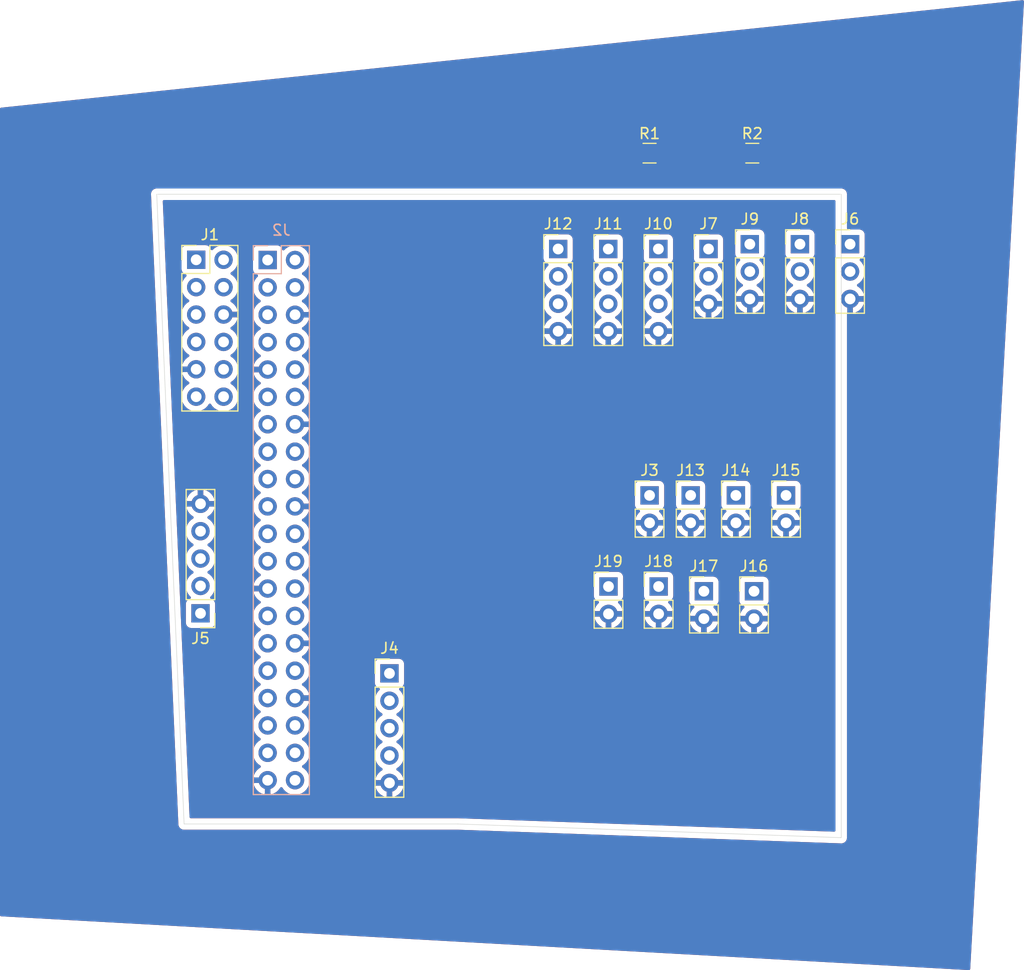
<source format=kicad_pcb>
(kicad_pcb (version 20171130) (host pcbnew "(5.1.6)-1")

  (general
    (thickness 1.6)
    (drawings 6)
    (tracks 0)
    (zones 0)
    (modules 21)
    (nets 36)
  )

  (page A4)
  (layers
    (0 F.Cu signal)
    (31 B.Cu signal)
    (32 B.Adhes user)
    (33 F.Adhes user)
    (34 B.Paste user)
    (35 F.Paste user)
    (36 B.SilkS user)
    (37 F.SilkS user)
    (38 B.Mask user)
    (39 F.Mask user)
    (40 Dwgs.User user)
    (41 Cmts.User user)
    (42 Eco1.User user)
    (43 Eco2.User user)
    (44 Edge.Cuts user)
    (45 Margin user)
    (46 B.CrtYd user)
    (47 F.CrtYd user)
    (48 B.Fab user)
    (49 F.Fab user)
  )

  (setup
    (last_trace_width 0.25)
    (trace_clearance 0.2)
    (zone_clearance 0.508)
    (zone_45_only no)
    (trace_min 0.2)
    (via_size 0.8)
    (via_drill 0.4)
    (via_min_size 0.4)
    (via_min_drill 0.3)
    (uvia_size 0.3)
    (uvia_drill 0.1)
    (uvias_allowed no)
    (uvia_min_size 0.2)
    (uvia_min_drill 0.1)
    (edge_width 0.05)
    (segment_width 0.2)
    (pcb_text_width 0.3)
    (pcb_text_size 1.5 1.5)
    (mod_edge_width 0.12)
    (mod_text_size 1 1)
    (mod_text_width 0.15)
    (pad_size 1.524 1.524)
    (pad_drill 0.762)
    (pad_to_mask_clearance 0.05)
    (aux_axis_origin 0 0)
    (visible_elements 7FFFFFFF)
    (pcbplotparams
      (layerselection 0x010fc_ffffffff)
      (usegerberextensions false)
      (usegerberattributes true)
      (usegerberadvancedattributes true)
      (creategerberjobfile true)
      (excludeedgelayer true)
      (linewidth 0.100000)
      (plotframeref false)
      (viasonmask false)
      (mode 1)
      (useauxorigin false)
      (hpglpennumber 1)
      (hpglpenspeed 20)
      (hpglpendiameter 15.000000)
      (psnegative false)
      (psa4output false)
      (plotreference true)
      (plotvalue true)
      (plotinvisibletext false)
      (padsonsilk false)
      (subtractmaskfromsilk false)
      (outputformat 1)
      (mirror false)
      (drillshape 1)
      (scaleselection 1)
      (outputdirectory ""))
  )

  (net 0 "")
  (net 1 "Net-(J1-Pad10)")
  (net 2 "Net-(J1-Pad8)")
  (net 3 "Net-(J1-Pad7)")
  (net 4 "Net-(J1-Pad3)")
  (net 5 "Net-(J1-Pad2)")
  (net 6 "Net-(J2-Pad40)")
  (net 7 "Net-(J2-Pad38)")
  (net 8 "Net-(J2-Pad37)")
  (net 9 "Net-(J2-Pad35)")
  (net 10 "Net-(J2-Pad33)")
  (net 11 "Net-(J2-Pad32)")
  (net 12 "Net-(J2-Pad31)")
  (net 13 "Net-(J2-Pad29)")
  (net 14 "Net-(J2-Pad28)")
  (net 15 "Net-(J2-Pad27)")
  (net 16 "Net-(J2-Pad26)")
  (net 17 "Net-(J2-Pad24)")
  (net 18 "Net-(J2-Pad23)")
  (net 19 "Net-(J2-Pad22)")
  (net 20 "Net-(J2-Pad21)")
  (net 21 "Net-(J2-Pad19)")
  (net 22 "Net-(J2-Pad18)")
  (net 23 "Net-(J1-Pad5)")
  (net 24 "Net-(J2-Pad16)")
  (net 25 "Net-(J2-Pad15)")
  (net 26 "Net-(J2-Pad13)")
  (net 27 /SW1)
  (net 28 reset)
  (net 29 GND)
  (net 30 +3V3)
  (net 31 "Net-(J2-Pad11)")
  (net 32 "Net-(J2-Pad7)")
  (net 33 SCL)
  (net 34 SDA)
  (net 35 +5V)

  (net_class Default "This is the default net class."
    (clearance 0.2)
    (trace_width 0.25)
    (via_dia 0.8)
    (via_drill 0.4)
    (uvia_dia 0.3)
    (uvia_drill 0.1)
    (add_net +3V3)
    (add_net +5V)
    (add_net /SW1)
    (add_net GND)
    (add_net "Net-(J1-Pad10)")
    (add_net "Net-(J1-Pad2)")
    (add_net "Net-(J1-Pad3)")
    (add_net "Net-(J1-Pad5)")
    (add_net "Net-(J1-Pad7)")
    (add_net "Net-(J1-Pad8)")
    (add_net "Net-(J2-Pad11)")
    (add_net "Net-(J2-Pad13)")
    (add_net "Net-(J2-Pad15)")
    (add_net "Net-(J2-Pad16)")
    (add_net "Net-(J2-Pad18)")
    (add_net "Net-(J2-Pad19)")
    (add_net "Net-(J2-Pad21)")
    (add_net "Net-(J2-Pad22)")
    (add_net "Net-(J2-Pad23)")
    (add_net "Net-(J2-Pad24)")
    (add_net "Net-(J2-Pad26)")
    (add_net "Net-(J2-Pad27)")
    (add_net "Net-(J2-Pad28)")
    (add_net "Net-(J2-Pad29)")
    (add_net "Net-(J2-Pad31)")
    (add_net "Net-(J2-Pad32)")
    (add_net "Net-(J2-Pad33)")
    (add_net "Net-(J2-Pad35)")
    (add_net "Net-(J2-Pad37)")
    (add_net "Net-(J2-Pad38)")
    (add_net "Net-(J2-Pad40)")
    (add_net "Net-(J2-Pad7)")
    (add_net SCL)
    (add_net SDA)
    (add_net reset)
  )

  (module Connector_PinHeader_2.54mm:PinHeader_1x03_P2.54mm_Vertical (layer F.Cu) (tedit 59FED5CC) (tstamp 61847667)
    (at 180.73 38.1)
    (descr "Through hole straight pin header, 1x03, 2.54mm pitch, single row")
    (tags "Through hole pin header THT 1x03 2.54mm single row")
    (path /618F6BB5)
    (fp_text reference J7 (at 0 -2.33) (layer F.SilkS)
      (effects (font (size 1 1) (thickness 0.15)))
    )
    (fp_text value Conn_01x03 (at 0 7.41) (layer F.Fab)
      (effects (font (size 1 1) (thickness 0.15)))
    )
    (fp_text user %R (at 0 2.54 90) (layer F.Fab)
      (effects (font (size 1 1) (thickness 0.15)))
    )
    (fp_line (start -0.635 -1.27) (end 1.27 -1.27) (layer F.Fab) (width 0.1))
    (fp_line (start 1.27 -1.27) (end 1.27 6.35) (layer F.Fab) (width 0.1))
    (fp_line (start 1.27 6.35) (end -1.27 6.35) (layer F.Fab) (width 0.1))
    (fp_line (start -1.27 6.35) (end -1.27 -0.635) (layer F.Fab) (width 0.1))
    (fp_line (start -1.27 -0.635) (end -0.635 -1.27) (layer F.Fab) (width 0.1))
    (fp_line (start -1.33 6.41) (end 1.33 6.41) (layer F.SilkS) (width 0.12))
    (fp_line (start -1.33 1.27) (end -1.33 6.41) (layer F.SilkS) (width 0.12))
    (fp_line (start 1.33 1.27) (end 1.33 6.41) (layer F.SilkS) (width 0.12))
    (fp_line (start -1.33 1.27) (end 1.33 1.27) (layer F.SilkS) (width 0.12))
    (fp_line (start -1.33 0) (end -1.33 -1.33) (layer F.SilkS) (width 0.12))
    (fp_line (start -1.33 -1.33) (end 0 -1.33) (layer F.SilkS) (width 0.12))
    (fp_line (start -1.8 -1.8) (end -1.8 6.85) (layer F.CrtYd) (width 0.05))
    (fp_line (start -1.8 6.85) (end 1.8 6.85) (layer F.CrtYd) (width 0.05))
    (fp_line (start 1.8 6.85) (end 1.8 -1.8) (layer F.CrtYd) (width 0.05))
    (fp_line (start 1.8 -1.8) (end -1.8 -1.8) (layer F.CrtYd) (width 0.05))
    (pad 3 thru_hole oval (at 0 5.08) (size 1.7 1.7) (drill 1) (layers *.Cu *.Mask)
      (net 29 GND))
    (pad 2 thru_hole oval (at 0 2.54) (size 1.7 1.7) (drill 1) (layers *.Cu *.Mask)
      (net 10 "Net-(J2-Pad33)"))
    (pad 1 thru_hole rect (at 0 0) (size 1.7 1.7) (drill 1) (layers *.Cu *.Mask)
      (net 35 +5V))
    (model ${KISYS3DMOD}/Connector_PinHeader_2.54mm.3dshapes/PinHeader_1x03_P2.54mm_Vertical.wrl
      (at (xyz 0 0 0))
      (scale (xyz 1 1 1))
      (rotate (xyz 0 0 0))
    )
  )

  (module Connector_PinHeader_2.54mm:PinHeader_1x05_P2.54mm_Vertical (layer F.Cu) (tedit 59FED5CC) (tstamp 61847639)
    (at 133.6 71.9 180)
    (descr "Through hole straight pin header, 1x05, 2.54mm pitch, single row")
    (tags "Through hole pin header THT 1x05 2.54mm single row")
    (path /6188FC3A)
    (fp_text reference J5 (at 0 -2.33) (layer F.SilkS)
      (effects (font (size 1 1) (thickness 0.15)))
    )
    (fp_text value Conn_01x05 (at 0 12.49) (layer F.Fab)
      (effects (font (size 1 1) (thickness 0.15)))
    )
    (fp_text user %R (at 0 5.08 90) (layer F.Fab)
      (effects (font (size 1 1) (thickness 0.15)))
    )
    (fp_line (start -0.635 -1.27) (end 1.27 -1.27) (layer F.Fab) (width 0.1))
    (fp_line (start 1.27 -1.27) (end 1.27 11.43) (layer F.Fab) (width 0.1))
    (fp_line (start 1.27 11.43) (end -1.27 11.43) (layer F.Fab) (width 0.1))
    (fp_line (start -1.27 11.43) (end -1.27 -0.635) (layer F.Fab) (width 0.1))
    (fp_line (start -1.27 -0.635) (end -0.635 -1.27) (layer F.Fab) (width 0.1))
    (fp_line (start -1.33 11.49) (end 1.33 11.49) (layer F.SilkS) (width 0.12))
    (fp_line (start -1.33 1.27) (end -1.33 11.49) (layer F.SilkS) (width 0.12))
    (fp_line (start 1.33 1.27) (end 1.33 11.49) (layer F.SilkS) (width 0.12))
    (fp_line (start -1.33 1.27) (end 1.33 1.27) (layer F.SilkS) (width 0.12))
    (fp_line (start -1.33 0) (end -1.33 -1.33) (layer F.SilkS) (width 0.12))
    (fp_line (start -1.33 -1.33) (end 0 -1.33) (layer F.SilkS) (width 0.12))
    (fp_line (start -1.8 -1.8) (end -1.8 11.95) (layer F.CrtYd) (width 0.05))
    (fp_line (start -1.8 11.95) (end 1.8 11.95) (layer F.CrtYd) (width 0.05))
    (fp_line (start 1.8 11.95) (end 1.8 -1.8) (layer F.CrtYd) (width 0.05))
    (fp_line (start 1.8 -1.8) (end -1.8 -1.8) (layer F.CrtYd) (width 0.05))
    (pad 5 thru_hole oval (at 0 10.16 180) (size 1.7 1.7) (drill 1) (layers *.Cu *.Mask)
      (net 29 GND))
    (pad 4 thru_hole oval (at 0 7.62 180) (size 1.7 1.7) (drill 1) (layers *.Cu *.Mask)
      (net 18 "Net-(J2-Pad23)"))
    (pad 3 thru_hole oval (at 0 5.08 180) (size 1.7 1.7) (drill 1) (layers *.Cu *.Mask)
      (net 21 "Net-(J2-Pad19)"))
    (pad 2 thru_hole oval (at 0 2.54 180) (size 1.7 1.7) (drill 1) (layers *.Cu *.Mask)
      (net 20 "Net-(J2-Pad21)"))
    (pad 1 thru_hole rect (at 0 0 180) (size 1.7 1.7) (drill 1) (layers *.Cu *.Mask)
      (net 35 +5V))
    (model ${KISYS3DMOD}/Connector_PinHeader_2.54mm.3dshapes/PinHeader_1x05_P2.54mm_Vertical.wrl
      (at (xyz 0 0 0))
      (scale (xyz 1 1 1))
      (rotate (xyz 0 0 0))
    )
  )

  (module Connector_PinHeader_2.54mm:PinHeader_1x03_P2.54mm_Vertical (layer F.Cu) (tedit 59FED5CC) (tstamp 6184767E)
    (at 189.21 37.65)
    (descr "Through hole straight pin header, 1x03, 2.54mm pitch, single row")
    (tags "Through hole pin header THT 1x03 2.54mm single row")
    (path /618E2FDE)
    (fp_text reference J8 (at 0 -2.33) (layer F.SilkS)
      (effects (font (size 1 1) (thickness 0.15)))
    )
    (fp_text value Conn_01x03 (at 0 7.41) (layer F.Fab)
      (effects (font (size 1 1) (thickness 0.15)))
    )
    (fp_text user %R (at 0 2.54 90) (layer F.Fab)
      (effects (font (size 1 1) (thickness 0.15)))
    )
    (fp_line (start -0.635 -1.27) (end 1.27 -1.27) (layer F.Fab) (width 0.1))
    (fp_line (start 1.27 -1.27) (end 1.27 6.35) (layer F.Fab) (width 0.1))
    (fp_line (start 1.27 6.35) (end -1.27 6.35) (layer F.Fab) (width 0.1))
    (fp_line (start -1.27 6.35) (end -1.27 -0.635) (layer F.Fab) (width 0.1))
    (fp_line (start -1.27 -0.635) (end -0.635 -1.27) (layer F.Fab) (width 0.1))
    (fp_line (start -1.33 6.41) (end 1.33 6.41) (layer F.SilkS) (width 0.12))
    (fp_line (start -1.33 1.27) (end -1.33 6.41) (layer F.SilkS) (width 0.12))
    (fp_line (start 1.33 1.27) (end 1.33 6.41) (layer F.SilkS) (width 0.12))
    (fp_line (start -1.33 1.27) (end 1.33 1.27) (layer F.SilkS) (width 0.12))
    (fp_line (start -1.33 0) (end -1.33 -1.33) (layer F.SilkS) (width 0.12))
    (fp_line (start -1.33 -1.33) (end 0 -1.33) (layer F.SilkS) (width 0.12))
    (fp_line (start -1.8 -1.8) (end -1.8 6.85) (layer F.CrtYd) (width 0.05))
    (fp_line (start -1.8 6.85) (end 1.8 6.85) (layer F.CrtYd) (width 0.05))
    (fp_line (start 1.8 6.85) (end 1.8 -1.8) (layer F.CrtYd) (width 0.05))
    (fp_line (start 1.8 -1.8) (end -1.8 -1.8) (layer F.CrtYd) (width 0.05))
    (pad 3 thru_hole oval (at 0 5.08) (size 1.7 1.7) (drill 1) (layers *.Cu *.Mask)
      (net 29 GND))
    (pad 2 thru_hole oval (at 0 2.54) (size 1.7 1.7) (drill 1) (layers *.Cu *.Mask)
      (net 15 "Net-(J2-Pad27)"))
    (pad 1 thru_hole rect (at 0 0) (size 1.7 1.7) (drill 1) (layers *.Cu *.Mask)
      (net 35 +5V))
    (model ${KISYS3DMOD}/Connector_PinHeader_2.54mm.3dshapes/PinHeader_1x03_P2.54mm_Vertical.wrl
      (at (xyz 0 0 0))
      (scale (xyz 1 1 1))
      (rotate (xyz 0 0 0))
    )
  )

  (module Connector_PinHeader_2.54mm:PinHeader_1x04_P2.54mm_Vertical (layer F.Cu) (tedit 59FED5CC) (tstamp 618476C5)
    (at 171.43 38.1)
    (descr "Through hole straight pin header, 1x04, 2.54mm pitch, single row")
    (tags "Through hole pin header THT 1x04 2.54mm single row")
    (path /61857312)
    (fp_text reference J11 (at 0 -2.33) (layer F.SilkS)
      (effects (font (size 1 1) (thickness 0.15)))
    )
    (fp_text value Conn_01x04 (at 0 9.95) (layer F.Fab)
      (effects (font (size 1 1) (thickness 0.15)))
    )
    (fp_text user %R (at 0 3.81 90) (layer F.Fab)
      (effects (font (size 1 1) (thickness 0.15)))
    )
    (fp_line (start -0.635 -1.27) (end 1.27 -1.27) (layer F.Fab) (width 0.1))
    (fp_line (start 1.27 -1.27) (end 1.27 8.89) (layer F.Fab) (width 0.1))
    (fp_line (start 1.27 8.89) (end -1.27 8.89) (layer F.Fab) (width 0.1))
    (fp_line (start -1.27 8.89) (end -1.27 -0.635) (layer F.Fab) (width 0.1))
    (fp_line (start -1.27 -0.635) (end -0.635 -1.27) (layer F.Fab) (width 0.1))
    (fp_line (start -1.33 8.95) (end 1.33 8.95) (layer F.SilkS) (width 0.12))
    (fp_line (start -1.33 1.27) (end -1.33 8.95) (layer F.SilkS) (width 0.12))
    (fp_line (start 1.33 1.27) (end 1.33 8.95) (layer F.SilkS) (width 0.12))
    (fp_line (start -1.33 1.27) (end 1.33 1.27) (layer F.SilkS) (width 0.12))
    (fp_line (start -1.33 0) (end -1.33 -1.33) (layer F.SilkS) (width 0.12))
    (fp_line (start -1.33 -1.33) (end 0 -1.33) (layer F.SilkS) (width 0.12))
    (fp_line (start -1.8 -1.8) (end -1.8 9.4) (layer F.CrtYd) (width 0.05))
    (fp_line (start -1.8 9.4) (end 1.8 9.4) (layer F.CrtYd) (width 0.05))
    (fp_line (start 1.8 9.4) (end 1.8 -1.8) (layer F.CrtYd) (width 0.05))
    (fp_line (start 1.8 -1.8) (end -1.8 -1.8) (layer F.CrtYd) (width 0.05))
    (pad 4 thru_hole oval (at 0 7.62) (size 1.7 1.7) (drill 1) (layers *.Cu *.Mask)
      (net 29 GND))
    (pad 3 thru_hole oval (at 0 5.08) (size 1.7 1.7) (drill 1) (layers *.Cu *.Mask)
      (net 34 SDA))
    (pad 2 thru_hole oval (at 0 2.54) (size 1.7 1.7) (drill 1) (layers *.Cu *.Mask)
      (net 33 SCL))
    (pad 1 thru_hole rect (at 0 0) (size 1.7 1.7) (drill 1) (layers *.Cu *.Mask)
      (net 35 +5V))
    (model ${KISYS3DMOD}/Connector_PinHeader_2.54mm.3dshapes/PinHeader_1x04_P2.54mm_Vertical.wrl
      (at (xyz 0 0 0))
      (scale (xyz 1 1 1))
      (rotate (xyz 0 0 0))
    )
  )

  (module Connector_PinHeader_2.54mm:PinHeader_1x04_P2.54mm_Vertical (layer F.Cu) (tedit 59FED5CC) (tstamp 618476DD)
    (at 166.78 38.1)
    (descr "Through hole straight pin header, 1x04, 2.54mm pitch, single row")
    (tags "Through hole pin header THT 1x04 2.54mm single row")
    (path /618578B0)
    (fp_text reference J12 (at 0 -2.33) (layer F.SilkS)
      (effects (font (size 1 1) (thickness 0.15)))
    )
    (fp_text value Conn_01x04 (at 0 9.95) (layer F.Fab)
      (effects (font (size 1 1) (thickness 0.15)))
    )
    (fp_text user %R (at 0 3.81 90) (layer F.Fab)
      (effects (font (size 1 1) (thickness 0.15)))
    )
    (fp_line (start -0.635 -1.27) (end 1.27 -1.27) (layer F.Fab) (width 0.1))
    (fp_line (start 1.27 -1.27) (end 1.27 8.89) (layer F.Fab) (width 0.1))
    (fp_line (start 1.27 8.89) (end -1.27 8.89) (layer F.Fab) (width 0.1))
    (fp_line (start -1.27 8.89) (end -1.27 -0.635) (layer F.Fab) (width 0.1))
    (fp_line (start -1.27 -0.635) (end -0.635 -1.27) (layer F.Fab) (width 0.1))
    (fp_line (start -1.33 8.95) (end 1.33 8.95) (layer F.SilkS) (width 0.12))
    (fp_line (start -1.33 1.27) (end -1.33 8.95) (layer F.SilkS) (width 0.12))
    (fp_line (start 1.33 1.27) (end 1.33 8.95) (layer F.SilkS) (width 0.12))
    (fp_line (start -1.33 1.27) (end 1.33 1.27) (layer F.SilkS) (width 0.12))
    (fp_line (start -1.33 0) (end -1.33 -1.33) (layer F.SilkS) (width 0.12))
    (fp_line (start -1.33 -1.33) (end 0 -1.33) (layer F.SilkS) (width 0.12))
    (fp_line (start -1.8 -1.8) (end -1.8 9.4) (layer F.CrtYd) (width 0.05))
    (fp_line (start -1.8 9.4) (end 1.8 9.4) (layer F.CrtYd) (width 0.05))
    (fp_line (start 1.8 9.4) (end 1.8 -1.8) (layer F.CrtYd) (width 0.05))
    (fp_line (start 1.8 -1.8) (end -1.8 -1.8) (layer F.CrtYd) (width 0.05))
    (pad 4 thru_hole oval (at 0 7.62) (size 1.7 1.7) (drill 1) (layers *.Cu *.Mask)
      (net 29 GND))
    (pad 3 thru_hole oval (at 0 5.08) (size 1.7 1.7) (drill 1) (layers *.Cu *.Mask)
      (net 34 SDA))
    (pad 2 thru_hole oval (at 0 2.54) (size 1.7 1.7) (drill 1) (layers *.Cu *.Mask)
      (net 33 SCL))
    (pad 1 thru_hole rect (at 0 0) (size 1.7 1.7) (drill 1) (layers *.Cu *.Mask)
      (net 35 +5V))
    (model ${KISYS3DMOD}/Connector_PinHeader_2.54mm.3dshapes/PinHeader_1x04_P2.54mm_Vertical.wrl
      (at (xyz 0 0 0))
      (scale (xyz 1 1 1))
      (rotate (xyz 0 0 0))
    )
  )

  (module Connector_PinHeader_2.54mm:PinHeader_1x02_P2.54mm_Vertical (layer F.Cu) (tedit 59FED5CC) (tstamp 618476F3)
    (at 179.07 60.96)
    (descr "Through hole straight pin header, 1x02, 2.54mm pitch, single row")
    (tags "Through hole pin header THT 1x02 2.54mm single row")
    (path /618AD26B)
    (fp_text reference J13 (at 0 -2.33) (layer F.SilkS)
      (effects (font (size 1 1) (thickness 0.15)))
    )
    (fp_text value Conn_01x02 (at 0 4.87) (layer F.Fab)
      (effects (font (size 1 1) (thickness 0.15)))
    )
    (fp_text user %R (at 0 1.27 90) (layer F.Fab)
      (effects (font (size 1 1) (thickness 0.15)))
    )
    (fp_line (start -0.635 -1.27) (end 1.27 -1.27) (layer F.Fab) (width 0.1))
    (fp_line (start 1.27 -1.27) (end 1.27 3.81) (layer F.Fab) (width 0.1))
    (fp_line (start 1.27 3.81) (end -1.27 3.81) (layer F.Fab) (width 0.1))
    (fp_line (start -1.27 3.81) (end -1.27 -0.635) (layer F.Fab) (width 0.1))
    (fp_line (start -1.27 -0.635) (end -0.635 -1.27) (layer F.Fab) (width 0.1))
    (fp_line (start -1.33 3.87) (end 1.33 3.87) (layer F.SilkS) (width 0.12))
    (fp_line (start -1.33 1.27) (end -1.33 3.87) (layer F.SilkS) (width 0.12))
    (fp_line (start 1.33 1.27) (end 1.33 3.87) (layer F.SilkS) (width 0.12))
    (fp_line (start -1.33 1.27) (end 1.33 1.27) (layer F.SilkS) (width 0.12))
    (fp_line (start -1.33 0) (end -1.33 -1.33) (layer F.SilkS) (width 0.12))
    (fp_line (start -1.33 -1.33) (end 0 -1.33) (layer F.SilkS) (width 0.12))
    (fp_line (start -1.8 -1.8) (end -1.8 4.35) (layer F.CrtYd) (width 0.05))
    (fp_line (start -1.8 4.35) (end 1.8 4.35) (layer F.CrtYd) (width 0.05))
    (fp_line (start 1.8 4.35) (end 1.8 -1.8) (layer F.CrtYd) (width 0.05))
    (fp_line (start 1.8 -1.8) (end -1.8 -1.8) (layer F.CrtYd) (width 0.05))
    (pad 2 thru_hole oval (at 0 2.54) (size 1.7 1.7) (drill 1) (layers *.Cu *.Mask)
      (net 29 GND))
    (pad 1 thru_hole rect (at 0 0) (size 1.7 1.7) (drill 1) (layers *.Cu *.Mask)
      (net 35 +5V))
    (model ${KISYS3DMOD}/Connector_PinHeader_2.54mm.3dshapes/PinHeader_1x02_P2.54mm_Vertical.wrl
      (at (xyz 0 0 0))
      (scale (xyz 1 1 1))
      (rotate (xyz 0 0 0))
    )
  )

  (module Connector_PinHeader_2.54mm:PinHeader_1x03_P2.54mm_Vertical (layer F.Cu) (tedit 59FED5CC) (tstamp 61847650)
    (at 193.86 37.65)
    (descr "Through hole straight pin header, 1x03, 2.54mm pitch, single row")
    (tags "Through hole pin header THT 1x03 2.54mm single row")
    (path /618F3478)
    (fp_text reference J6 (at 0 -2.33) (layer F.SilkS)
      (effects (font (size 1 1) (thickness 0.15)))
    )
    (fp_text value Conn_01x03 (at 0 7.41) (layer F.Fab)
      (effects (font (size 1 1) (thickness 0.15)))
    )
    (fp_text user %R (at 0 2.54 90) (layer F.Fab)
      (effects (font (size 1 1) (thickness 0.15)))
    )
    (fp_line (start -0.635 -1.27) (end 1.27 -1.27) (layer F.Fab) (width 0.1))
    (fp_line (start 1.27 -1.27) (end 1.27 6.35) (layer F.Fab) (width 0.1))
    (fp_line (start 1.27 6.35) (end -1.27 6.35) (layer F.Fab) (width 0.1))
    (fp_line (start -1.27 6.35) (end -1.27 -0.635) (layer F.Fab) (width 0.1))
    (fp_line (start -1.27 -0.635) (end -0.635 -1.27) (layer F.Fab) (width 0.1))
    (fp_line (start -1.33 6.41) (end 1.33 6.41) (layer F.SilkS) (width 0.12))
    (fp_line (start -1.33 1.27) (end -1.33 6.41) (layer F.SilkS) (width 0.12))
    (fp_line (start 1.33 1.27) (end 1.33 6.41) (layer F.SilkS) (width 0.12))
    (fp_line (start -1.33 1.27) (end 1.33 1.27) (layer F.SilkS) (width 0.12))
    (fp_line (start -1.33 0) (end -1.33 -1.33) (layer F.SilkS) (width 0.12))
    (fp_line (start -1.33 -1.33) (end 0 -1.33) (layer F.SilkS) (width 0.12))
    (fp_line (start -1.8 -1.8) (end -1.8 6.85) (layer F.CrtYd) (width 0.05))
    (fp_line (start -1.8 6.85) (end 1.8 6.85) (layer F.CrtYd) (width 0.05))
    (fp_line (start 1.8 6.85) (end 1.8 -1.8) (layer F.CrtYd) (width 0.05))
    (fp_line (start 1.8 -1.8) (end -1.8 -1.8) (layer F.CrtYd) (width 0.05))
    (pad 3 thru_hole oval (at 0 5.08) (size 1.7 1.7) (drill 1) (layers *.Cu *.Mask)
      (net 29 GND))
    (pad 2 thru_hole oval (at 0 2.54) (size 1.7 1.7) (drill 1) (layers *.Cu *.Mask)
      (net 11 "Net-(J2-Pad32)"))
    (pad 1 thru_hole rect (at 0 0) (size 1.7 1.7) (drill 1) (layers *.Cu *.Mask)
      (net 35 +5V))
    (model ${KISYS3DMOD}/Connector_PinHeader_2.54mm.3dshapes/PinHeader_1x03_P2.54mm_Vertical.wrl
      (at (xyz 0 0 0))
      (scale (xyz 1 1 1))
      (rotate (xyz 0 0 0))
    )
  )

  (module Connector_PinHeader_2.54mm:PinHeader_1x02_P2.54mm_Vertical (layer F.Cu) (tedit 59FED5CC) (tstamp 61847709)
    (at 183.27 60.96)
    (descr "Through hole straight pin header, 1x02, 2.54mm pitch, single row")
    (tags "Through hole pin header THT 1x02 2.54mm single row")
    (path /618D49BF)
    (fp_text reference J14 (at 0 -2.33) (layer F.SilkS)
      (effects (font (size 1 1) (thickness 0.15)))
    )
    (fp_text value Conn_01x02 (at 0 4.87) (layer F.Fab)
      (effects (font (size 1 1) (thickness 0.15)))
    )
    (fp_text user %R (at 0 1.27 90) (layer F.Fab)
      (effects (font (size 1 1) (thickness 0.15)))
    )
    (fp_line (start -0.635 -1.27) (end 1.27 -1.27) (layer F.Fab) (width 0.1))
    (fp_line (start 1.27 -1.27) (end 1.27 3.81) (layer F.Fab) (width 0.1))
    (fp_line (start 1.27 3.81) (end -1.27 3.81) (layer F.Fab) (width 0.1))
    (fp_line (start -1.27 3.81) (end -1.27 -0.635) (layer F.Fab) (width 0.1))
    (fp_line (start -1.27 -0.635) (end -0.635 -1.27) (layer F.Fab) (width 0.1))
    (fp_line (start -1.33 3.87) (end 1.33 3.87) (layer F.SilkS) (width 0.12))
    (fp_line (start -1.33 1.27) (end -1.33 3.87) (layer F.SilkS) (width 0.12))
    (fp_line (start 1.33 1.27) (end 1.33 3.87) (layer F.SilkS) (width 0.12))
    (fp_line (start -1.33 1.27) (end 1.33 1.27) (layer F.SilkS) (width 0.12))
    (fp_line (start -1.33 0) (end -1.33 -1.33) (layer F.SilkS) (width 0.12))
    (fp_line (start -1.33 -1.33) (end 0 -1.33) (layer F.SilkS) (width 0.12))
    (fp_line (start -1.8 -1.8) (end -1.8 4.35) (layer F.CrtYd) (width 0.05))
    (fp_line (start -1.8 4.35) (end 1.8 4.35) (layer F.CrtYd) (width 0.05))
    (fp_line (start 1.8 4.35) (end 1.8 -1.8) (layer F.CrtYd) (width 0.05))
    (fp_line (start 1.8 -1.8) (end -1.8 -1.8) (layer F.CrtYd) (width 0.05))
    (pad 2 thru_hole oval (at 0 2.54) (size 1.7 1.7) (drill 1) (layers *.Cu *.Mask)
      (net 29 GND))
    (pad 1 thru_hole rect (at 0 0) (size 1.7 1.7) (drill 1) (layers *.Cu *.Mask)
      (net 35 +5V))
    (model ${KISYS3DMOD}/Connector_PinHeader_2.54mm.3dshapes/PinHeader_1x02_P2.54mm_Vertical.wrl
      (at (xyz 0 0 0))
      (scale (xyz 1 1 1))
      (rotate (xyz 0 0 0))
    )
  )

  (module Connector_PinHeader_2.54mm:PinHeader_1x02_P2.54mm_Vertical (layer F.Cu) (tedit 59FED5CC) (tstamp 61847735)
    (at 184.95 69.85)
    (descr "Through hole straight pin header, 1x02, 2.54mm pitch, single row")
    (tags "Through hole pin header THT 1x02 2.54mm single row")
    (path /618FD895)
    (fp_text reference J16 (at 0 -2.33) (layer F.SilkS)
      (effects (font (size 1 1) (thickness 0.15)))
    )
    (fp_text value Conn_01x02 (at 0 4.87) (layer F.Fab)
      (effects (font (size 1 1) (thickness 0.15)))
    )
    (fp_text user %R (at 0 1.27 90) (layer F.Fab)
      (effects (font (size 1 1) (thickness 0.15)))
    )
    (fp_line (start -0.635 -1.27) (end 1.27 -1.27) (layer F.Fab) (width 0.1))
    (fp_line (start 1.27 -1.27) (end 1.27 3.81) (layer F.Fab) (width 0.1))
    (fp_line (start 1.27 3.81) (end -1.27 3.81) (layer F.Fab) (width 0.1))
    (fp_line (start -1.27 3.81) (end -1.27 -0.635) (layer F.Fab) (width 0.1))
    (fp_line (start -1.27 -0.635) (end -0.635 -1.27) (layer F.Fab) (width 0.1))
    (fp_line (start -1.33 3.87) (end 1.33 3.87) (layer F.SilkS) (width 0.12))
    (fp_line (start -1.33 1.27) (end -1.33 3.87) (layer F.SilkS) (width 0.12))
    (fp_line (start 1.33 1.27) (end 1.33 3.87) (layer F.SilkS) (width 0.12))
    (fp_line (start -1.33 1.27) (end 1.33 1.27) (layer F.SilkS) (width 0.12))
    (fp_line (start -1.33 0) (end -1.33 -1.33) (layer F.SilkS) (width 0.12))
    (fp_line (start -1.33 -1.33) (end 0 -1.33) (layer F.SilkS) (width 0.12))
    (fp_line (start -1.8 -1.8) (end -1.8 4.35) (layer F.CrtYd) (width 0.05))
    (fp_line (start -1.8 4.35) (end 1.8 4.35) (layer F.CrtYd) (width 0.05))
    (fp_line (start 1.8 4.35) (end 1.8 -1.8) (layer F.CrtYd) (width 0.05))
    (fp_line (start 1.8 -1.8) (end -1.8 -1.8) (layer F.CrtYd) (width 0.05))
    (pad 2 thru_hole oval (at 0 2.54) (size 1.7 1.7) (drill 1) (layers *.Cu *.Mask)
      (net 29 GND))
    (pad 1 thru_hole rect (at 0 0) (size 1.7 1.7) (drill 1) (layers *.Cu *.Mask)
      (net 30 +3V3))
    (model ${KISYS3DMOD}/Connector_PinHeader_2.54mm.3dshapes/PinHeader_1x02_P2.54mm_Vertical.wrl
      (at (xyz 0 0 0))
      (scale (xyz 1 1 1))
      (rotate (xyz 0 0 0))
    )
  )

  (module Connector_PinHeader_2.54mm:PinHeader_1x05_P2.54mm_Vertical (layer F.Cu) (tedit 59FED5CC) (tstamp 61847620)
    (at 151.13 77.47)
    (descr "Through hole straight pin header, 1x05, 2.54mm pitch, single row")
    (tags "Through hole pin header THT 1x05 2.54mm single row")
    (path /6189C1F1)
    (fp_text reference J4 (at 0 -2.33) (layer F.SilkS)
      (effects (font (size 1 1) (thickness 0.15)))
    )
    (fp_text value Conn_01x05 (at 0 12.49) (layer F.Fab)
      (effects (font (size 1 1) (thickness 0.15)))
    )
    (fp_text user %R (at 0 5.08 90) (layer F.Fab)
      (effects (font (size 1 1) (thickness 0.15)))
    )
    (fp_line (start -0.635 -1.27) (end 1.27 -1.27) (layer F.Fab) (width 0.1))
    (fp_line (start 1.27 -1.27) (end 1.27 11.43) (layer F.Fab) (width 0.1))
    (fp_line (start 1.27 11.43) (end -1.27 11.43) (layer F.Fab) (width 0.1))
    (fp_line (start -1.27 11.43) (end -1.27 -0.635) (layer F.Fab) (width 0.1))
    (fp_line (start -1.27 -0.635) (end -0.635 -1.27) (layer F.Fab) (width 0.1))
    (fp_line (start -1.33 11.49) (end 1.33 11.49) (layer F.SilkS) (width 0.12))
    (fp_line (start -1.33 1.27) (end -1.33 11.49) (layer F.SilkS) (width 0.12))
    (fp_line (start 1.33 1.27) (end 1.33 11.49) (layer F.SilkS) (width 0.12))
    (fp_line (start -1.33 1.27) (end 1.33 1.27) (layer F.SilkS) (width 0.12))
    (fp_line (start -1.33 0) (end -1.33 -1.33) (layer F.SilkS) (width 0.12))
    (fp_line (start -1.33 -1.33) (end 0 -1.33) (layer F.SilkS) (width 0.12))
    (fp_line (start -1.8 -1.8) (end -1.8 11.95) (layer F.CrtYd) (width 0.05))
    (fp_line (start -1.8 11.95) (end 1.8 11.95) (layer F.CrtYd) (width 0.05))
    (fp_line (start 1.8 11.95) (end 1.8 -1.8) (layer F.CrtYd) (width 0.05))
    (fp_line (start 1.8 -1.8) (end -1.8 -1.8) (layer F.CrtYd) (width 0.05))
    (pad 5 thru_hole oval (at 0 10.16) (size 1.7 1.7) (drill 1) (layers *.Cu *.Mask)
      (net 29 GND))
    (pad 4 thru_hole oval (at 0 7.62) (size 1.7 1.7) (drill 1) (layers *.Cu *.Mask)
      (net 6 "Net-(J2-Pad40)"))
    (pad 3 thru_hole oval (at 0 5.08) (size 1.7 1.7) (drill 1) (layers *.Cu *.Mask)
      (net 7 "Net-(J2-Pad38)"))
    (pad 2 thru_hole oval (at 0 2.54) (size 1.7 1.7) (drill 1) (layers *.Cu *.Mask)
      (net 9 "Net-(J2-Pad35)"))
    (pad 1 thru_hole rect (at 0 0) (size 1.7 1.7) (drill 1) (layers *.Cu *.Mask)
      (net 35 +5V))
    (model ${KISYS3DMOD}/Connector_PinHeader_2.54mm.3dshapes/PinHeader_1x05_P2.54mm_Vertical.wrl
      (at (xyz 0 0 0))
      (scale (xyz 1 1 1))
      (rotate (xyz 0 0 0))
    )
  )

  (module Connector_PinHeader_2.54mm:PinHeader_1x02_P2.54mm_Vertical (layer F.Cu) (tedit 59FED5CC) (tstamp 6184774B)
    (at 180.3 69.85)
    (descr "Through hole straight pin header, 1x02, 2.54mm pitch, single row")
    (tags "Through hole pin header THT 1x02 2.54mm single row")
    (path /618FD89B)
    (fp_text reference J17 (at 0 -2.33) (layer F.SilkS)
      (effects (font (size 1 1) (thickness 0.15)))
    )
    (fp_text value Conn_01x02 (at 0 4.87) (layer F.Fab)
      (effects (font (size 1 1) (thickness 0.15)))
    )
    (fp_text user %R (at 0 1.27 90) (layer F.Fab)
      (effects (font (size 1 1) (thickness 0.15)))
    )
    (fp_line (start -0.635 -1.27) (end 1.27 -1.27) (layer F.Fab) (width 0.1))
    (fp_line (start 1.27 -1.27) (end 1.27 3.81) (layer F.Fab) (width 0.1))
    (fp_line (start 1.27 3.81) (end -1.27 3.81) (layer F.Fab) (width 0.1))
    (fp_line (start -1.27 3.81) (end -1.27 -0.635) (layer F.Fab) (width 0.1))
    (fp_line (start -1.27 -0.635) (end -0.635 -1.27) (layer F.Fab) (width 0.1))
    (fp_line (start -1.33 3.87) (end 1.33 3.87) (layer F.SilkS) (width 0.12))
    (fp_line (start -1.33 1.27) (end -1.33 3.87) (layer F.SilkS) (width 0.12))
    (fp_line (start 1.33 1.27) (end 1.33 3.87) (layer F.SilkS) (width 0.12))
    (fp_line (start -1.33 1.27) (end 1.33 1.27) (layer F.SilkS) (width 0.12))
    (fp_line (start -1.33 0) (end -1.33 -1.33) (layer F.SilkS) (width 0.12))
    (fp_line (start -1.33 -1.33) (end 0 -1.33) (layer F.SilkS) (width 0.12))
    (fp_line (start -1.8 -1.8) (end -1.8 4.35) (layer F.CrtYd) (width 0.05))
    (fp_line (start -1.8 4.35) (end 1.8 4.35) (layer F.CrtYd) (width 0.05))
    (fp_line (start 1.8 4.35) (end 1.8 -1.8) (layer F.CrtYd) (width 0.05))
    (fp_line (start 1.8 -1.8) (end -1.8 -1.8) (layer F.CrtYd) (width 0.05))
    (pad 2 thru_hole oval (at 0 2.54) (size 1.7 1.7) (drill 1) (layers *.Cu *.Mask)
      (net 29 GND))
    (pad 1 thru_hole rect (at 0 0) (size 1.7 1.7) (drill 1) (layers *.Cu *.Mask)
      (net 30 +3V3))
    (model ${KISYS3DMOD}/Connector_PinHeader_2.54mm.3dshapes/PinHeader_1x02_P2.54mm_Vertical.wrl
      (at (xyz 0 0 0))
      (scale (xyz 1 1 1))
      (rotate (xyz 0 0 0))
    )
  )

  (module Connector_PinHeader_2.54mm:PinHeader_1x03_P2.54mm_Vertical (layer F.Cu) (tedit 59FED5CC) (tstamp 61847695)
    (at 184.56 37.65)
    (descr "Through hole straight pin header, 1x03, 2.54mm pitch, single row")
    (tags "Through hole pin header THT 1x03 2.54mm single row")
    (path /618E744A)
    (fp_text reference J9 (at 0 -2.33) (layer F.SilkS)
      (effects (font (size 1 1) (thickness 0.15)))
    )
    (fp_text value Conn_01x03 (at 0 7.41) (layer F.Fab)
      (effects (font (size 1 1) (thickness 0.15)))
    )
    (fp_text user %R (at 0 2.54 90) (layer F.Fab)
      (effects (font (size 1 1) (thickness 0.15)))
    )
    (fp_line (start -0.635 -1.27) (end 1.27 -1.27) (layer F.Fab) (width 0.1))
    (fp_line (start 1.27 -1.27) (end 1.27 6.35) (layer F.Fab) (width 0.1))
    (fp_line (start 1.27 6.35) (end -1.27 6.35) (layer F.Fab) (width 0.1))
    (fp_line (start -1.27 6.35) (end -1.27 -0.635) (layer F.Fab) (width 0.1))
    (fp_line (start -1.27 -0.635) (end -0.635 -1.27) (layer F.Fab) (width 0.1))
    (fp_line (start -1.33 6.41) (end 1.33 6.41) (layer F.SilkS) (width 0.12))
    (fp_line (start -1.33 1.27) (end -1.33 6.41) (layer F.SilkS) (width 0.12))
    (fp_line (start 1.33 1.27) (end 1.33 6.41) (layer F.SilkS) (width 0.12))
    (fp_line (start -1.33 1.27) (end 1.33 1.27) (layer F.SilkS) (width 0.12))
    (fp_line (start -1.33 0) (end -1.33 -1.33) (layer F.SilkS) (width 0.12))
    (fp_line (start -1.33 -1.33) (end 0 -1.33) (layer F.SilkS) (width 0.12))
    (fp_line (start -1.8 -1.8) (end -1.8 6.85) (layer F.CrtYd) (width 0.05))
    (fp_line (start -1.8 6.85) (end 1.8 6.85) (layer F.CrtYd) (width 0.05))
    (fp_line (start 1.8 6.85) (end 1.8 -1.8) (layer F.CrtYd) (width 0.05))
    (fp_line (start 1.8 -1.8) (end -1.8 -1.8) (layer F.CrtYd) (width 0.05))
    (pad 3 thru_hole oval (at 0 5.08) (size 1.7 1.7) (drill 1) (layers *.Cu *.Mask)
      (net 29 GND))
    (pad 2 thru_hole oval (at 0 2.54) (size 1.7 1.7) (drill 1) (layers *.Cu *.Mask)
      (net 14 "Net-(J2-Pad28)"))
    (pad 1 thru_hole rect (at 0 0) (size 1.7 1.7) (drill 1) (layers *.Cu *.Mask)
      (net 35 +5V))
    (model ${KISYS3DMOD}/Connector_PinHeader_2.54mm.3dshapes/PinHeader_1x03_P2.54mm_Vertical.wrl
      (at (xyz 0 0 0))
      (scale (xyz 1 1 1))
      (rotate (xyz 0 0 0))
    )
  )

  (module Connector_PinHeader_2.54mm:PinHeader_1x04_P2.54mm_Vertical (layer F.Cu) (tedit 59FED5CC) (tstamp 618476AD)
    (at 176.08 38.1)
    (descr "Through hole straight pin header, 1x04, 2.54mm pitch, single row")
    (tags "Through hole pin header THT 1x04 2.54mm single row")
    (path /6185626A)
    (fp_text reference J10 (at 0 -2.33) (layer F.SilkS)
      (effects (font (size 1 1) (thickness 0.15)))
    )
    (fp_text value Conn_01x04 (at 0 9.95) (layer F.Fab)
      (effects (font (size 1 1) (thickness 0.15)))
    )
    (fp_text user %R (at 0 3.81 90) (layer F.Fab)
      (effects (font (size 1 1) (thickness 0.15)))
    )
    (fp_line (start -0.635 -1.27) (end 1.27 -1.27) (layer F.Fab) (width 0.1))
    (fp_line (start 1.27 -1.27) (end 1.27 8.89) (layer F.Fab) (width 0.1))
    (fp_line (start 1.27 8.89) (end -1.27 8.89) (layer F.Fab) (width 0.1))
    (fp_line (start -1.27 8.89) (end -1.27 -0.635) (layer F.Fab) (width 0.1))
    (fp_line (start -1.27 -0.635) (end -0.635 -1.27) (layer F.Fab) (width 0.1))
    (fp_line (start -1.33 8.95) (end 1.33 8.95) (layer F.SilkS) (width 0.12))
    (fp_line (start -1.33 1.27) (end -1.33 8.95) (layer F.SilkS) (width 0.12))
    (fp_line (start 1.33 1.27) (end 1.33 8.95) (layer F.SilkS) (width 0.12))
    (fp_line (start -1.33 1.27) (end 1.33 1.27) (layer F.SilkS) (width 0.12))
    (fp_line (start -1.33 0) (end -1.33 -1.33) (layer F.SilkS) (width 0.12))
    (fp_line (start -1.33 -1.33) (end 0 -1.33) (layer F.SilkS) (width 0.12))
    (fp_line (start -1.8 -1.8) (end -1.8 9.4) (layer F.CrtYd) (width 0.05))
    (fp_line (start -1.8 9.4) (end 1.8 9.4) (layer F.CrtYd) (width 0.05))
    (fp_line (start 1.8 9.4) (end 1.8 -1.8) (layer F.CrtYd) (width 0.05))
    (fp_line (start 1.8 -1.8) (end -1.8 -1.8) (layer F.CrtYd) (width 0.05))
    (pad 4 thru_hole oval (at 0 7.62) (size 1.7 1.7) (drill 1) (layers *.Cu *.Mask)
      (net 29 GND))
    (pad 3 thru_hole oval (at 0 5.08) (size 1.7 1.7) (drill 1) (layers *.Cu *.Mask)
      (net 34 SDA))
    (pad 2 thru_hole oval (at 0 2.54) (size 1.7 1.7) (drill 1) (layers *.Cu *.Mask)
      (net 33 SCL))
    (pad 1 thru_hole rect (at 0 0) (size 1.7 1.7) (drill 1) (layers *.Cu *.Mask)
      (net 35 +5V))
    (model ${KISYS3DMOD}/Connector_PinHeader_2.54mm.3dshapes/PinHeader_1x04_P2.54mm_Vertical.wrl
      (at (xyz 0 0 0))
      (scale (xyz 1 1 1))
      (rotate (xyz 0 0 0))
    )
  )

  (module Connector_PinHeader_2.54mm:PinHeader_1x02_P2.54mm_Vertical (layer F.Cu) (tedit 59FED5CC) (tstamp 6184771F)
    (at 187.92 60.96)
    (descr "Through hole straight pin header, 1x02, 2.54mm pitch, single row")
    (tags "Through hole pin header THT 1x02 2.54mm single row")
    (path /618D4C09)
    (fp_text reference J15 (at 0 -2.33) (layer F.SilkS)
      (effects (font (size 1 1) (thickness 0.15)))
    )
    (fp_text value Conn_01x02 (at 0 4.87) (layer F.Fab)
      (effects (font (size 1 1) (thickness 0.15)))
    )
    (fp_text user %R (at 0 1.27 90) (layer F.Fab)
      (effects (font (size 1 1) (thickness 0.15)))
    )
    (fp_line (start -0.635 -1.27) (end 1.27 -1.27) (layer F.Fab) (width 0.1))
    (fp_line (start 1.27 -1.27) (end 1.27 3.81) (layer F.Fab) (width 0.1))
    (fp_line (start 1.27 3.81) (end -1.27 3.81) (layer F.Fab) (width 0.1))
    (fp_line (start -1.27 3.81) (end -1.27 -0.635) (layer F.Fab) (width 0.1))
    (fp_line (start -1.27 -0.635) (end -0.635 -1.27) (layer F.Fab) (width 0.1))
    (fp_line (start -1.33 3.87) (end 1.33 3.87) (layer F.SilkS) (width 0.12))
    (fp_line (start -1.33 1.27) (end -1.33 3.87) (layer F.SilkS) (width 0.12))
    (fp_line (start 1.33 1.27) (end 1.33 3.87) (layer F.SilkS) (width 0.12))
    (fp_line (start -1.33 1.27) (end 1.33 1.27) (layer F.SilkS) (width 0.12))
    (fp_line (start -1.33 0) (end -1.33 -1.33) (layer F.SilkS) (width 0.12))
    (fp_line (start -1.33 -1.33) (end 0 -1.33) (layer F.SilkS) (width 0.12))
    (fp_line (start -1.8 -1.8) (end -1.8 4.35) (layer F.CrtYd) (width 0.05))
    (fp_line (start -1.8 4.35) (end 1.8 4.35) (layer F.CrtYd) (width 0.05))
    (fp_line (start 1.8 4.35) (end 1.8 -1.8) (layer F.CrtYd) (width 0.05))
    (fp_line (start 1.8 -1.8) (end -1.8 -1.8) (layer F.CrtYd) (width 0.05))
    (pad 2 thru_hole oval (at 0 2.54) (size 1.7 1.7) (drill 1) (layers *.Cu *.Mask)
      (net 29 GND))
    (pad 1 thru_hole rect (at 0 0) (size 1.7 1.7) (drill 1) (layers *.Cu *.Mask)
      (net 35 +5V))
    (model ${KISYS3DMOD}/Connector_PinHeader_2.54mm.3dshapes/PinHeader_1x02_P2.54mm_Vertical.wrl
      (at (xyz 0 0 0))
      (scale (xyz 1 1 1))
      (rotate (xyz 0 0 0))
    )
  )

  (module Connector_PinHeader_2.54mm:PinHeader_1x02_P2.54mm_Vertical (layer F.Cu) (tedit 59FED5CC) (tstamp 61847761)
    (at 176.1 69.41)
    (descr "Through hole straight pin header, 1x02, 2.54mm pitch, single row")
    (tags "Through hole pin header THT 1x02 2.54mm single row")
    (path /61902E25)
    (fp_text reference J18 (at 0 -2.33) (layer F.SilkS)
      (effects (font (size 1 1) (thickness 0.15)))
    )
    (fp_text value Conn_01x02 (at 0 4.87) (layer F.Fab)
      (effects (font (size 1 1) (thickness 0.15)))
    )
    (fp_text user %R (at 0 1.27 90) (layer F.Fab)
      (effects (font (size 1 1) (thickness 0.15)))
    )
    (fp_line (start -0.635 -1.27) (end 1.27 -1.27) (layer F.Fab) (width 0.1))
    (fp_line (start 1.27 -1.27) (end 1.27 3.81) (layer F.Fab) (width 0.1))
    (fp_line (start 1.27 3.81) (end -1.27 3.81) (layer F.Fab) (width 0.1))
    (fp_line (start -1.27 3.81) (end -1.27 -0.635) (layer F.Fab) (width 0.1))
    (fp_line (start -1.27 -0.635) (end -0.635 -1.27) (layer F.Fab) (width 0.1))
    (fp_line (start -1.33 3.87) (end 1.33 3.87) (layer F.SilkS) (width 0.12))
    (fp_line (start -1.33 1.27) (end -1.33 3.87) (layer F.SilkS) (width 0.12))
    (fp_line (start 1.33 1.27) (end 1.33 3.87) (layer F.SilkS) (width 0.12))
    (fp_line (start -1.33 1.27) (end 1.33 1.27) (layer F.SilkS) (width 0.12))
    (fp_line (start -1.33 0) (end -1.33 -1.33) (layer F.SilkS) (width 0.12))
    (fp_line (start -1.33 -1.33) (end 0 -1.33) (layer F.SilkS) (width 0.12))
    (fp_line (start -1.8 -1.8) (end -1.8 4.35) (layer F.CrtYd) (width 0.05))
    (fp_line (start -1.8 4.35) (end 1.8 4.35) (layer F.CrtYd) (width 0.05))
    (fp_line (start 1.8 4.35) (end 1.8 -1.8) (layer F.CrtYd) (width 0.05))
    (fp_line (start 1.8 -1.8) (end -1.8 -1.8) (layer F.CrtYd) (width 0.05))
    (pad 2 thru_hole oval (at 0 2.54) (size 1.7 1.7) (drill 1) (layers *.Cu *.Mask)
      (net 29 GND))
    (pad 1 thru_hole rect (at 0 0) (size 1.7 1.7) (drill 1) (layers *.Cu *.Mask)
      (net 30 +3V3))
    (model ${KISYS3DMOD}/Connector_PinHeader_2.54mm.3dshapes/PinHeader_1x02_P2.54mm_Vertical.wrl
      (at (xyz 0 0 0))
      (scale (xyz 1 1 1))
      (rotate (xyz 0 0 0))
    )
  )

  (module Connector_PinHeader_2.54mm:PinHeader_1x02_P2.54mm_Vertical (layer F.Cu) (tedit 59FED5CC) (tstamp 61847777)
    (at 171.45 69.41)
    (descr "Through hole straight pin header, 1x02, 2.54mm pitch, single row")
    (tags "Through hole pin header THT 1x02 2.54mm single row")
    (path /61902E2B)
    (fp_text reference J19 (at 0 -2.33) (layer F.SilkS)
      (effects (font (size 1 1) (thickness 0.15)))
    )
    (fp_text value Conn_01x02 (at 0 4.87) (layer F.Fab)
      (effects (font (size 1 1) (thickness 0.15)))
    )
    (fp_text user %R (at 0 1.27 90) (layer F.Fab)
      (effects (font (size 1 1) (thickness 0.15)))
    )
    (fp_line (start -0.635 -1.27) (end 1.27 -1.27) (layer F.Fab) (width 0.1))
    (fp_line (start 1.27 -1.27) (end 1.27 3.81) (layer F.Fab) (width 0.1))
    (fp_line (start 1.27 3.81) (end -1.27 3.81) (layer F.Fab) (width 0.1))
    (fp_line (start -1.27 3.81) (end -1.27 -0.635) (layer F.Fab) (width 0.1))
    (fp_line (start -1.27 -0.635) (end -0.635 -1.27) (layer F.Fab) (width 0.1))
    (fp_line (start -1.33 3.87) (end 1.33 3.87) (layer F.SilkS) (width 0.12))
    (fp_line (start -1.33 1.27) (end -1.33 3.87) (layer F.SilkS) (width 0.12))
    (fp_line (start 1.33 1.27) (end 1.33 3.87) (layer F.SilkS) (width 0.12))
    (fp_line (start -1.33 1.27) (end 1.33 1.27) (layer F.SilkS) (width 0.12))
    (fp_line (start -1.33 0) (end -1.33 -1.33) (layer F.SilkS) (width 0.12))
    (fp_line (start -1.33 -1.33) (end 0 -1.33) (layer F.SilkS) (width 0.12))
    (fp_line (start -1.8 -1.8) (end -1.8 4.35) (layer F.CrtYd) (width 0.05))
    (fp_line (start -1.8 4.35) (end 1.8 4.35) (layer F.CrtYd) (width 0.05))
    (fp_line (start 1.8 4.35) (end 1.8 -1.8) (layer F.CrtYd) (width 0.05))
    (fp_line (start 1.8 -1.8) (end -1.8 -1.8) (layer F.CrtYd) (width 0.05))
    (pad 2 thru_hole oval (at 0 2.54) (size 1.7 1.7) (drill 1) (layers *.Cu *.Mask)
      (net 29 GND))
    (pad 1 thru_hole rect (at 0 0) (size 1.7 1.7) (drill 1) (layers *.Cu *.Mask)
      (net 30 +3V3))
    (model ${KISYS3DMOD}/Connector_PinHeader_2.54mm.3dshapes/PinHeader_1x02_P2.54mm_Vertical.wrl
      (at (xyz 0 0 0))
      (scale (xyz 1 1 1))
      (rotate (xyz 0 0 0))
    )
  )

  (module Resistor_SMD:R_1206_3216Metric_Pad1.42x1.75mm_HandSolder (layer F.Cu) (tedit 5B301BBD) (tstamp 61847788)
    (at 175.26 29.21)
    (descr "Resistor SMD 1206 (3216 Metric), square (rectangular) end terminal, IPC_7351 nominal with elongated pad for handsoldering. (Body size source: http://www.tortai-tech.com/upload/download/2011102023233369053.pdf), generated with kicad-footprint-generator")
    (tags "resistor handsolder")
    (path /6186FBCB)
    (attr smd)
    (fp_text reference R1 (at 0 -1.82) (layer F.SilkS)
      (effects (font (size 1 1) (thickness 0.15)))
    )
    (fp_text value R (at 0 1.82) (layer F.Fab)
      (effects (font (size 1 1) (thickness 0.15)))
    )
    (fp_text user %R (at 0 0) (layer F.Fab)
      (effects (font (size 0.8 0.8) (thickness 0.12)))
    )
    (fp_line (start -1.6 0.8) (end -1.6 -0.8) (layer F.Fab) (width 0.1))
    (fp_line (start -1.6 -0.8) (end 1.6 -0.8) (layer F.Fab) (width 0.1))
    (fp_line (start 1.6 -0.8) (end 1.6 0.8) (layer F.Fab) (width 0.1))
    (fp_line (start 1.6 0.8) (end -1.6 0.8) (layer F.Fab) (width 0.1))
    (fp_line (start -0.602064 -0.91) (end 0.602064 -0.91) (layer F.SilkS) (width 0.12))
    (fp_line (start -0.602064 0.91) (end 0.602064 0.91) (layer F.SilkS) (width 0.12))
    (fp_line (start -2.45 1.12) (end -2.45 -1.12) (layer F.CrtYd) (width 0.05))
    (fp_line (start -2.45 -1.12) (end 2.45 -1.12) (layer F.CrtYd) (width 0.05))
    (fp_line (start 2.45 -1.12) (end 2.45 1.12) (layer F.CrtYd) (width 0.05))
    (fp_line (start 2.45 1.12) (end -2.45 1.12) (layer F.CrtYd) (width 0.05))
    (pad 2 smd roundrect (at 1.4875 0) (size 1.425 1.75) (layers F.Cu F.Paste F.Mask) (roundrect_rratio 0.175439)
      (net 35 +5V))
    (pad 1 smd roundrect (at -1.4875 0) (size 1.425 1.75) (layers F.Cu F.Paste F.Mask) (roundrect_rratio 0.175439)
      (net 33 SCL))
    (model ${KISYS3DMOD}/Resistor_SMD.3dshapes/R_1206_3216Metric.wrl
      (at (xyz 0 0 0))
      (scale (xyz 1 1 1))
      (rotate (xyz 0 0 0))
    )
  )

  (module Resistor_SMD:R_1206_3216Metric_Pad1.42x1.75mm_HandSolder (layer F.Cu) (tedit 5B301BBD) (tstamp 61847799)
    (at 184.79 29.21)
    (descr "Resistor SMD 1206 (3216 Metric), square (rectangular) end terminal, IPC_7351 nominal with elongated pad for handsoldering. (Body size source: http://www.tortai-tech.com/upload/download/2011102023233369053.pdf), generated with kicad-footprint-generator")
    (tags "resistor handsolder")
    (path /61870782)
    (attr smd)
    (fp_text reference R2 (at 0 -1.82) (layer F.SilkS)
      (effects (font (size 1 1) (thickness 0.15)))
    )
    (fp_text value R (at 0 1.82) (layer F.Fab)
      (effects (font (size 1 1) (thickness 0.15)))
    )
    (fp_text user %R (at 0 0) (layer F.Fab)
      (effects (font (size 0.8 0.8) (thickness 0.12)))
    )
    (fp_line (start -1.6 0.8) (end -1.6 -0.8) (layer F.Fab) (width 0.1))
    (fp_line (start -1.6 -0.8) (end 1.6 -0.8) (layer F.Fab) (width 0.1))
    (fp_line (start 1.6 -0.8) (end 1.6 0.8) (layer F.Fab) (width 0.1))
    (fp_line (start 1.6 0.8) (end -1.6 0.8) (layer F.Fab) (width 0.1))
    (fp_line (start -0.602064 -0.91) (end 0.602064 -0.91) (layer F.SilkS) (width 0.12))
    (fp_line (start -0.602064 0.91) (end 0.602064 0.91) (layer F.SilkS) (width 0.12))
    (fp_line (start -2.45 1.12) (end -2.45 -1.12) (layer F.CrtYd) (width 0.05))
    (fp_line (start -2.45 -1.12) (end 2.45 -1.12) (layer F.CrtYd) (width 0.05))
    (fp_line (start 2.45 -1.12) (end 2.45 1.12) (layer F.CrtYd) (width 0.05))
    (fp_line (start 2.45 1.12) (end -2.45 1.12) (layer F.CrtYd) (width 0.05))
    (pad 2 smd roundrect (at 1.4875 0) (size 1.425 1.75) (layers F.Cu F.Paste F.Mask) (roundrect_rratio 0.175439)
      (net 35 +5V))
    (pad 1 smd roundrect (at -1.4875 0) (size 1.425 1.75) (layers F.Cu F.Paste F.Mask) (roundrect_rratio 0.175439)
      (net 34 SDA))
    (model ${KISYS3DMOD}/Resistor_SMD.3dshapes/R_1206_3216Metric.wrl
      (at (xyz 0 0 0))
      (scale (xyz 1 1 1))
      (rotate (xyz 0 0 0))
    )
  )

  (module Connector_PinHeader_2.54mm:PinHeader_2x06_P2.54mm_Vertical (layer F.Cu) (tedit 59FED5CC) (tstamp 6183941C)
    (at 133.2 39.1)
    (descr "Through hole straight pin header, 2x06, 2.54mm pitch, double rows")
    (tags "Through hole pin header THT 2x06 2.54mm double row")
    (path /61835B69)
    (fp_text reference J1 (at 1.27 -2.33) (layer F.SilkS)
      (effects (font (size 1 1) (thickness 0.15)))
    )
    (fp_text value Conn_02x06_Odd_Even (at 1.27 15.03) (layer F.Fab)
      (effects (font (size 1 1) (thickness 0.15)))
    )
    (fp_line (start 4.35 -1.8) (end -1.8 -1.8) (layer F.CrtYd) (width 0.05))
    (fp_line (start 4.35 14.5) (end 4.35 -1.8) (layer F.CrtYd) (width 0.05))
    (fp_line (start -1.8 14.5) (end 4.35 14.5) (layer F.CrtYd) (width 0.05))
    (fp_line (start -1.8 -1.8) (end -1.8 14.5) (layer F.CrtYd) (width 0.05))
    (fp_line (start -1.33 -1.33) (end 0 -1.33) (layer F.SilkS) (width 0.12))
    (fp_line (start -1.33 0) (end -1.33 -1.33) (layer F.SilkS) (width 0.12))
    (fp_line (start 1.27 -1.33) (end 3.87 -1.33) (layer F.SilkS) (width 0.12))
    (fp_line (start 1.27 1.27) (end 1.27 -1.33) (layer F.SilkS) (width 0.12))
    (fp_line (start -1.33 1.27) (end 1.27 1.27) (layer F.SilkS) (width 0.12))
    (fp_line (start 3.87 -1.33) (end 3.87 14.03) (layer F.SilkS) (width 0.12))
    (fp_line (start -1.33 1.27) (end -1.33 14.03) (layer F.SilkS) (width 0.12))
    (fp_line (start -1.33 14.03) (end 3.87 14.03) (layer F.SilkS) (width 0.12))
    (fp_line (start -1.27 0) (end 0 -1.27) (layer F.Fab) (width 0.1))
    (fp_line (start -1.27 13.97) (end -1.27 0) (layer F.Fab) (width 0.1))
    (fp_line (start 3.81 13.97) (end -1.27 13.97) (layer F.Fab) (width 0.1))
    (fp_line (start 3.81 -1.27) (end 3.81 13.97) (layer F.Fab) (width 0.1))
    (fp_line (start 0 -1.27) (end 3.81 -1.27) (layer F.Fab) (width 0.1))
    (fp_text user %R (at 1.27 6.35 90) (layer F.Fab)
      (effects (font (size 1 1) (thickness 0.15)))
    )
    (pad 12 thru_hole oval (at 2.54 12.7) (size 1.7 1.7) (drill 1) (layers *.Cu *.Mask)
      (net 27 /SW1))
    (pad 11 thru_hole oval (at 0 12.7) (size 1.7 1.7) (drill 1) (layers *.Cu *.Mask)
      (net 28 reset))
    (pad 10 thru_hole oval (at 2.54 10.16) (size 1.7 1.7) (drill 1) (layers *.Cu *.Mask)
      (net 1 "Net-(J1-Pad10)"))
    (pad 9 thru_hole oval (at 0 10.16) (size 1.7 1.7) (drill 1) (layers *.Cu *.Mask)
      (net 29 GND))
    (pad 8 thru_hole oval (at 2.54 7.62) (size 1.7 1.7) (drill 1) (layers *.Cu *.Mask)
      (net 2 "Net-(J1-Pad8)"))
    (pad 7 thru_hole oval (at 0 7.62) (size 1.7 1.7) (drill 1) (layers *.Cu *.Mask)
      (net 3 "Net-(J1-Pad7)"))
    (pad 6 thru_hole oval (at 2.54 5.08) (size 1.7 1.7) (drill 1) (layers *.Cu *.Mask)
      (net 29 GND))
    (pad 5 thru_hole oval (at 0 5.08) (size 1.7 1.7) (drill 1) (layers *.Cu *.Mask)
      (net 23 "Net-(J1-Pad5)"))
    (pad 4 thru_hole oval (at 2.54 2.54) (size 1.7 1.7) (drill 1) (layers *.Cu *.Mask)
      (net 5 "Net-(J1-Pad2)"))
    (pad 3 thru_hole oval (at 0 2.54) (size 1.7 1.7) (drill 1) (layers *.Cu *.Mask)
      (net 4 "Net-(J1-Pad3)"))
    (pad 2 thru_hole oval (at 2.54 0) (size 1.7 1.7) (drill 1) (layers *.Cu *.Mask)
      (net 5 "Net-(J1-Pad2)"))
    (pad 1 thru_hole rect (at 0 0) (size 1.7 1.7) (drill 1) (layers *.Cu *.Mask)
      (net 30 +3V3))
    (model ${KISYS3DMOD}/Connector_PinHeader_2.54mm.3dshapes/PinHeader_2x06_P2.54mm_Vertical.wrl
      (at (xyz 0 0 0))
      (scale (xyz 1 1 1))
      (rotate (xyz 0 0 0))
    )
  )

  (module Connector_PinHeader_2.54mm:PinHeader_1x02_P2.54mm_Vertical (layer F.Cu) (tedit 59FED5CC) (tstamp 6180C2DC)
    (at 175.26 60.96)
    (descr "Through hole straight pin header, 1x02, 2.54mm pitch, single row")
    (tags "Through hole pin header THT 1x02 2.54mm single row")
    (path /6180FEB6)
    (fp_text reference J3 (at 0 -2.33) (layer F.SilkS)
      (effects (font (size 1 1) (thickness 0.15)))
    )
    (fp_text value Conn_01x02 (at 0 4.87) (layer F.Fab)
      (effects (font (size 1 1) (thickness 0.15)))
    )
    (fp_line (start -0.635 -1.27) (end 1.27 -1.27) (layer F.Fab) (width 0.1))
    (fp_line (start 1.27 -1.27) (end 1.27 3.81) (layer F.Fab) (width 0.1))
    (fp_line (start 1.27 3.81) (end -1.27 3.81) (layer F.Fab) (width 0.1))
    (fp_line (start -1.27 3.81) (end -1.27 -0.635) (layer F.Fab) (width 0.1))
    (fp_line (start -1.27 -0.635) (end -0.635 -1.27) (layer F.Fab) (width 0.1))
    (fp_line (start -1.33 3.87) (end 1.33 3.87) (layer F.SilkS) (width 0.12))
    (fp_line (start -1.33 1.27) (end -1.33 3.87) (layer F.SilkS) (width 0.12))
    (fp_line (start 1.33 1.27) (end 1.33 3.87) (layer F.SilkS) (width 0.12))
    (fp_line (start -1.33 1.27) (end 1.33 1.27) (layer F.SilkS) (width 0.12))
    (fp_line (start -1.33 0) (end -1.33 -1.33) (layer F.SilkS) (width 0.12))
    (fp_line (start -1.33 -1.33) (end 0 -1.33) (layer F.SilkS) (width 0.12))
    (fp_line (start -1.8 -1.8) (end -1.8 4.35) (layer F.CrtYd) (width 0.05))
    (fp_line (start -1.8 4.35) (end 1.8 4.35) (layer F.CrtYd) (width 0.05))
    (fp_line (start 1.8 4.35) (end 1.8 -1.8) (layer F.CrtYd) (width 0.05))
    (fp_line (start 1.8 -1.8) (end -1.8 -1.8) (layer F.CrtYd) (width 0.05))
    (fp_text user %R (at 0 1.27 90) (layer F.Fab)
      (effects (font (size 1 1) (thickness 0.15)))
    )
    (pad 2 thru_hole oval (at 0 2.54) (size 1.7 1.7) (drill 1) (layers *.Cu *.Mask)
      (net 29 GND))
    (pad 1 thru_hole rect (at 0 0) (size 1.7 1.7) (drill 1) (layers *.Cu *.Mask)
      (net 35 +5V))
    (model ${KISYS3DMOD}/Connector_PinHeader_2.54mm.3dshapes/PinHeader_1x02_P2.54mm_Vertical.wrl
      (at (xyz 0 0 0))
      (scale (xyz 1 1 1))
      (rotate (xyz 0 0 0))
    )
  )

  (module Connector_PinSocket_2.54mm:PinSocket_2x20_P2.54mm_Vertical (layer B.Cu) (tedit 5A19A433) (tstamp 6180BF8A)
    (at 139.83 39.12 180)
    (descr "Through hole straight socket strip, 2x20, 2.54mm pitch, double cols (from Kicad 4.0.7), script generated")
    (tags "Through hole socket strip THT 2x20 2.54mm double row")
    (path /618062FD)
    (fp_text reference J2 (at -1.27 2.77) (layer B.SilkS)
      (effects (font (size 1 1) (thickness 0.15)) (justify mirror))
    )
    (fp_text value Raspberry_Pi_2_3 (at -1.27 -51.03) (layer B.Fab)
      (effects (font (size 1 1) (thickness 0.15)) (justify mirror))
    )
    (fp_line (start -3.81 1.27) (end 0.27 1.27) (layer B.Fab) (width 0.1))
    (fp_line (start 0.27 1.27) (end 1.27 0.27) (layer B.Fab) (width 0.1))
    (fp_line (start 1.27 0.27) (end 1.27 -49.53) (layer B.Fab) (width 0.1))
    (fp_line (start 1.27 -49.53) (end -3.81 -49.53) (layer B.Fab) (width 0.1))
    (fp_line (start -3.81 -49.53) (end -3.81 1.27) (layer B.Fab) (width 0.1))
    (fp_line (start -3.87 1.33) (end -1.27 1.33) (layer B.SilkS) (width 0.12))
    (fp_line (start -3.87 1.33) (end -3.87 -49.59) (layer B.SilkS) (width 0.12))
    (fp_line (start -3.87 -49.59) (end 1.33 -49.59) (layer B.SilkS) (width 0.12))
    (fp_line (start 1.33 -1.27) (end 1.33 -49.59) (layer B.SilkS) (width 0.12))
    (fp_line (start -1.27 -1.27) (end 1.33 -1.27) (layer B.SilkS) (width 0.12))
    (fp_line (start -1.27 1.33) (end -1.27 -1.27) (layer B.SilkS) (width 0.12))
    (fp_line (start 1.33 1.33) (end 1.33 0) (layer B.SilkS) (width 0.12))
    (fp_line (start 0 1.33) (end 1.33 1.33) (layer B.SilkS) (width 0.12))
    (fp_line (start -4.34 1.8) (end 1.76 1.8) (layer B.CrtYd) (width 0.05))
    (fp_line (start 1.76 1.8) (end 1.76 -50) (layer B.CrtYd) (width 0.05))
    (fp_line (start 1.76 -50) (end -4.34 -50) (layer B.CrtYd) (width 0.05))
    (fp_line (start -4.34 -50) (end -4.34 1.8) (layer B.CrtYd) (width 0.05))
    (fp_text user %R (at -1.27 -24.13 270) (layer B.Fab)
      (effects (font (size 1 1) (thickness 0.15)) (justify mirror))
    )
    (pad 40 thru_hole oval (at -2.54 -48.26 180) (size 1.7 1.7) (drill 1) (layers *.Cu *.Mask)
      (net 6 "Net-(J2-Pad40)"))
    (pad 39 thru_hole oval (at 0 -48.26 180) (size 1.7 1.7) (drill 1) (layers *.Cu *.Mask)
      (net 29 GND))
    (pad 38 thru_hole oval (at -2.54 -45.72 180) (size 1.7 1.7) (drill 1) (layers *.Cu *.Mask)
      (net 7 "Net-(J2-Pad38)"))
    (pad 37 thru_hole oval (at 0 -45.72 180) (size 1.7 1.7) (drill 1) (layers *.Cu *.Mask)
      (net 8 "Net-(J2-Pad37)"))
    (pad 36 thru_hole oval (at -2.54 -43.18 180) (size 1.7 1.7) (drill 1) (layers *.Cu *.Mask)
      (net 28 reset))
    (pad 35 thru_hole oval (at 0 -43.18 180) (size 1.7 1.7) (drill 1) (layers *.Cu *.Mask)
      (net 9 "Net-(J2-Pad35)"))
    (pad 34 thru_hole oval (at -2.54 -40.64 180) (size 1.7 1.7) (drill 1) (layers *.Cu *.Mask)
      (net 29 GND))
    (pad 33 thru_hole oval (at 0 -40.64 180) (size 1.7 1.7) (drill 1) (layers *.Cu *.Mask)
      (net 10 "Net-(J2-Pad33)"))
    (pad 32 thru_hole oval (at -2.54 -38.1 180) (size 1.7 1.7) (drill 1) (layers *.Cu *.Mask)
      (net 11 "Net-(J2-Pad32)"))
    (pad 31 thru_hole oval (at 0 -38.1 180) (size 1.7 1.7) (drill 1) (layers *.Cu *.Mask)
      (net 12 "Net-(J2-Pad31)"))
    (pad 30 thru_hole oval (at -2.54 -35.56 180) (size 1.7 1.7) (drill 1) (layers *.Cu *.Mask)
      (net 29 GND))
    (pad 29 thru_hole oval (at 0 -35.56 180) (size 1.7 1.7) (drill 1) (layers *.Cu *.Mask)
      (net 13 "Net-(J2-Pad29)"))
    (pad 28 thru_hole oval (at -2.54 -33.02 180) (size 1.7 1.7) (drill 1) (layers *.Cu *.Mask)
      (net 14 "Net-(J2-Pad28)"))
    (pad 27 thru_hole oval (at 0 -33.02 180) (size 1.7 1.7) (drill 1) (layers *.Cu *.Mask)
      (net 15 "Net-(J2-Pad27)"))
    (pad 26 thru_hole oval (at -2.54 -30.48 180) (size 1.7 1.7) (drill 1) (layers *.Cu *.Mask)
      (net 16 "Net-(J2-Pad26)"))
    (pad 25 thru_hole oval (at 0 -30.48 180) (size 1.7 1.7) (drill 1) (layers *.Cu *.Mask)
      (net 29 GND))
    (pad 24 thru_hole oval (at -2.54 -27.94 180) (size 1.7 1.7) (drill 1) (layers *.Cu *.Mask)
      (net 17 "Net-(J2-Pad24)"))
    (pad 23 thru_hole oval (at 0 -27.94 180) (size 1.7 1.7) (drill 1) (layers *.Cu *.Mask)
      (net 18 "Net-(J2-Pad23)"))
    (pad 22 thru_hole oval (at -2.54 -25.4 180) (size 1.7 1.7) (drill 1) (layers *.Cu *.Mask)
      (net 19 "Net-(J2-Pad22)"))
    (pad 21 thru_hole oval (at 0 -25.4 180) (size 1.7 1.7) (drill 1) (layers *.Cu *.Mask)
      (net 20 "Net-(J2-Pad21)"))
    (pad 20 thru_hole oval (at -2.54 -22.86 180) (size 1.7 1.7) (drill 1) (layers *.Cu *.Mask)
      (net 29 GND))
    (pad 19 thru_hole oval (at 0 -22.86 180) (size 1.7 1.7) (drill 1) (layers *.Cu *.Mask)
      (net 21 "Net-(J2-Pad19)"))
    (pad 18 thru_hole oval (at -2.54 -20.32 180) (size 1.7 1.7) (drill 1) (layers *.Cu *.Mask)
      (net 22 "Net-(J2-Pad18)"))
    (pad 17 thru_hole oval (at 0 -20.32 180) (size 1.7 1.7) (drill 1) (layers *.Cu *.Mask)
      (net 30 +3V3))
    (pad 16 thru_hole oval (at -2.54 -17.78 180) (size 1.7 1.7) (drill 1) (layers *.Cu *.Mask)
      (net 24 "Net-(J2-Pad16)"))
    (pad 15 thru_hole oval (at 0 -17.78 180) (size 1.7 1.7) (drill 1) (layers *.Cu *.Mask)
      (net 25 "Net-(J2-Pad15)"))
    (pad 14 thru_hole oval (at -2.54 -15.24 180) (size 1.7 1.7) (drill 1) (layers *.Cu *.Mask)
      (net 29 GND))
    (pad 13 thru_hole oval (at 0 -15.24 180) (size 1.7 1.7) (drill 1) (layers *.Cu *.Mask)
      (net 26 "Net-(J2-Pad13)"))
    (pad 12 thru_hole oval (at -2.54 -12.7 180) (size 1.7 1.7) (drill 1) (layers *.Cu *.Mask)
      (net 27 /SW1))
    (pad 11 thru_hole oval (at 0 -12.7 180) (size 1.7 1.7) (drill 1) (layers *.Cu *.Mask)
      (net 31 "Net-(J2-Pad11)"))
    (pad 10 thru_hole oval (at -2.54 -10.16 180) (size 1.7 1.7) (drill 1) (layers *.Cu *.Mask)
      (net 1 "Net-(J1-Pad10)"))
    (pad 9 thru_hole oval (at 0 -10.16 180) (size 1.7 1.7) (drill 1) (layers *.Cu *.Mask)
      (net 29 GND))
    (pad 8 thru_hole oval (at -2.54 -7.62 180) (size 1.7 1.7) (drill 1) (layers *.Cu *.Mask)
      (net 2 "Net-(J1-Pad8)"))
    (pad 7 thru_hole oval (at 0 -7.62 180) (size 1.7 1.7) (drill 1) (layers *.Cu *.Mask)
      (net 32 "Net-(J2-Pad7)"))
    (pad 6 thru_hole oval (at -2.54 -5.08 180) (size 1.7 1.7) (drill 1) (layers *.Cu *.Mask)
      (net 29 GND))
    (pad 5 thru_hole oval (at 0 -5.08 180) (size 1.7 1.7) (drill 1) (layers *.Cu *.Mask)
      (net 33 SCL))
    (pad 4 thru_hole oval (at -2.54 -2.54 180) (size 1.7 1.7) (drill 1) (layers *.Cu *.Mask)
      (net 5 "Net-(J1-Pad2)"))
    (pad 3 thru_hole oval (at 0 -2.54 180) (size 1.7 1.7) (drill 1) (layers *.Cu *.Mask)
      (net 34 SDA))
    (pad 2 thru_hole oval (at -2.54 0 180) (size 1.7 1.7) (drill 1) (layers *.Cu *.Mask)
      (net 5 "Net-(J1-Pad2)"))
    (pad 1 thru_hole rect (at 0 0 180) (size 1.7 1.7) (drill 1) (layers *.Cu *.Mask)
      (net 30 +3V3))
    (model ${KISYS3DMOD}/Connector_PinSocket_2.54mm.3dshapes/PinSocket_2x20_P2.54mm_Vertical.wrl
      (at (xyz 0 0 0))
      (scale (xyz 1 1 1))
      (rotate (xyz 0 0 0))
    )
  )

  (gr_line (start 193.04 92.71) (end 157.48 91.44) (layer Edge.Cuts) (width 0.05) (tstamp 6184791D))
  (gr_line (start 193.04 33.02) (end 193.04 92.71) (layer Edge.Cuts) (width 0.05))
  (gr_line (start 157.48 33.02) (end 193.04 33.02) (layer Edge.Cuts) (width 0.05))
  (gr_line (start 132.08 91.44) (end 129.54 33.02) (layer Edge.Cuts) (width 0.05) (tstamp 6180C707))
  (gr_line (start 157.48 91.44) (end 132.08 91.44) (layer Edge.Cuts) (width 0.05))
  (gr_line (start 129.54 33.02) (end 157.48 33.02) (layer Edge.Cuts) (width 0.05))

  (zone (net 29) (net_name GND) (layer F.Cu) (tstamp 0) (hatch edge 0.508)
    (connect_pads (clearance 0.508))
    (min_thickness 0.254)
    (fill yes (arc_segments 32) (thermal_gap 0.508) (thermal_bridge_width 0.508))
    (polygon
      (pts
        (xy 205 105) (xy 115 100) (xy 115 25) (xy 210 15)
      )
    )
    (filled_polygon
      (pts
        (xy 204.880241 104.866151) (xy 115.127 99.87986) (xy 115.127 33.02) (xy 128.876807 33.02) (xy 128.881408 33.066711)
        (xy 131.41859 91.421902) (xy 131.416807 91.44) (xy 131.421407 91.486706) (xy 131.422031 91.501056) (xy 131.424584 91.518965)
        (xy 131.42955 91.569383) (xy 131.433743 91.583205) (xy 131.435783 91.597514) (xy 131.452587 91.645324) (xy 131.46729 91.693793)
        (xy 131.474101 91.706535) (xy 131.478892 91.720167) (xy 131.504693 91.763769) (xy 131.528575 91.80845) (xy 131.53774 91.819617)
        (xy 131.545099 91.832054) (xy 131.578912 91.869786) (xy 131.611052 91.908948) (xy 131.622223 91.918116) (xy 131.631864 91.928874)
        (xy 131.672373 91.959273) (xy 131.71155 91.991425) (xy 131.724297 91.998239) (xy 131.73585 92.006908) (xy 131.781515 92.028822)
        (xy 131.826207 92.05271) (xy 131.840036 92.056905) (xy 131.85306 92.063155) (xy 131.902119 92.075738) (xy 131.950617 92.09045)
        (xy 131.965002 92.091867) (xy 131.978992 92.095455) (xy 132.029558 92.098225) (xy 132.047581 92.1) (xy 132.061963 92.1)
        (xy 132.108807 92.102566) (xy 132.126804 92.1) (xy 157.46823 92.1) (xy 192.995832 93.368843) (xy 193.04 93.373193)
        (xy 193.092982 93.367975) (xy 193.146084 93.364653) (xy 193.15756 93.361614) (xy 193.169383 93.36045) (xy 193.22034 93.344992)
        (xy 193.271762 93.331377) (xy 193.282423 93.326159) (xy 193.293793 93.32271) (xy 193.34075 93.297611) (xy 193.388533 93.274224)
        (xy 193.397972 93.267025) (xy 193.40845 93.261425) (xy 193.449613 93.227644) (xy 193.491911 93.195386) (xy 193.499763 93.186486)
        (xy 193.508948 93.178948) (xy 193.54273 93.137785) (xy 193.577922 93.097896) (xy 193.583887 93.087635) (xy 193.591425 93.07845)
        (xy 193.616527 93.031488) (xy 193.643261 92.985499) (xy 193.64711 92.974269) (xy 193.65271 92.963793) (xy 193.668164 92.912848)
        (xy 193.685417 92.862516) (xy 193.687002 92.850751) (xy 193.69045 92.839383) (xy 193.695668 92.7864) (xy 193.70277 92.73367)
        (xy 193.7 92.68939) (xy 193.7 44.068135) (xy 193.733 44.050814) (xy 193.733 42.857) (xy 193.987 42.857)
        (xy 193.987 44.050814) (xy 194.216891 44.171481) (xy 194.491252 44.074157) (xy 194.741355 43.925178) (xy 194.957588 43.730269)
        (xy 195.131641 43.49692) (xy 195.256825 43.234099) (xy 195.301476 43.08689) (xy 195.180155 42.857) (xy 193.987 42.857)
        (xy 193.733 42.857) (xy 193.7 42.857) (xy 193.7 42.603) (xy 193.733 42.603) (xy 193.733 42.583)
        (xy 193.987 42.583) (xy 193.987 42.603) (xy 195.180155 42.603) (xy 195.301476 42.37311) (xy 195.256825 42.225901)
        (xy 195.131641 41.96308) (xy 194.957588 41.729731) (xy 194.741355 41.534822) (xy 194.624466 41.465195) (xy 194.806632 41.343475)
        (xy 195.013475 41.136632) (xy 195.17599 40.893411) (xy 195.287932 40.623158) (xy 195.345 40.33626) (xy 195.345 40.04374)
        (xy 195.287932 39.756842) (xy 195.17599 39.486589) (xy 195.013475 39.243368) (xy 194.88162 39.111513) (xy 194.95418 39.089502)
        (xy 195.064494 39.030537) (xy 195.161185 38.951185) (xy 195.240537 38.854494) (xy 195.299502 38.74418) (xy 195.335812 38.624482)
        (xy 195.348072 38.5) (xy 195.348072 36.8) (xy 195.335812 36.675518) (xy 195.299502 36.55582) (xy 195.240537 36.445506)
        (xy 195.161185 36.348815) (xy 195.064494 36.269463) (xy 194.95418 36.210498) (xy 194.834482 36.174188) (xy 194.71 36.161928)
        (xy 193.7 36.161928) (xy 193.7 33.052419) (xy 193.703193 33.02) (xy 193.69045 32.890617) (xy 193.65271 32.766207)
        (xy 193.591425 32.65155) (xy 193.508948 32.551052) (xy 193.40845 32.468575) (xy 193.293793 32.40729) (xy 193.169383 32.36955)
        (xy 193.072419 32.36) (xy 193.04 32.356807) (xy 193.007581 32.36) (xy 129.558055 32.36) (xy 129.511193 32.357433)
        (xy 129.461039 32.364584) (xy 129.410617 32.36955) (xy 129.396789 32.373745) (xy 129.382486 32.375784) (xy 129.334697 32.392581)
        (xy 129.286207 32.40729) (xy 129.273459 32.414104) (xy 129.259833 32.418893) (xy 129.216248 32.444684) (xy 129.17155 32.468575)
        (xy 129.160378 32.477743) (xy 129.147946 32.4851) (xy 129.110223 32.518905) (xy 129.071052 32.551052) (xy 129.061883 32.562224)
        (xy 129.051125 32.571865) (xy 129.020729 32.612371) (xy 128.988575 32.65155) (xy 128.98176 32.6643) (xy 128.973092 32.675851)
        (xy 128.951183 32.721507) (xy 128.92729 32.766207) (xy 128.923094 32.780039) (xy 128.916845 32.793061) (xy 128.904261 32.842121)
        (xy 128.88955 32.890617) (xy 128.888134 32.904998) (xy 128.884544 32.918993) (xy 128.881773 32.969576) (xy 128.876807 33.02)
        (xy 115.127 33.02) (xy 115.127 28.585) (xy 172.421928 28.585) (xy 172.421928 29.835) (xy 172.438992 30.008254)
        (xy 172.489528 30.17485) (xy 172.571595 30.328386) (xy 172.682038 30.462962) (xy 172.816614 30.573405) (xy 172.97015 30.655472)
        (xy 173.136746 30.706008) (xy 173.31 30.723072) (xy 174.235 30.723072) (xy 174.408254 30.706008) (xy 174.57485 30.655472)
        (xy 174.728386 30.573405) (xy 174.862962 30.462962) (xy 174.973405 30.328386) (xy 175.055472 30.17485) (xy 175.106008 30.008254)
        (xy 175.123072 29.835) (xy 175.123072 28.585) (xy 175.396928 28.585) (xy 175.396928 29.835) (xy 175.413992 30.008254)
        (xy 175.464528 30.17485) (xy 175.546595 30.328386) (xy 175.657038 30.462962) (xy 175.791614 30.573405) (xy 175.94515 30.655472)
        (xy 176.111746 30.706008) (xy 176.285 30.723072) (xy 177.21 30.723072) (xy 177.383254 30.706008) (xy 177.54985 30.655472)
        (xy 177.703386 30.573405) (xy 177.837962 30.462962) (xy 177.948405 30.328386) (xy 178.030472 30.17485) (xy 178.081008 30.008254)
        (xy 178.098072 29.835) (xy 178.098072 28.585) (xy 181.951928 28.585) (xy 181.951928 29.835) (xy 181.968992 30.008254)
        (xy 182.019528 30.17485) (xy 182.101595 30.328386) (xy 182.212038 30.462962) (xy 182.346614 30.573405) (xy 182.50015 30.655472)
        (xy 182.666746 30.706008) (xy 182.84 30.723072) (xy 183.765 30.723072) (xy 183.938254 30.706008) (xy 184.10485 30.655472)
        (xy 184.258386 30.573405) (xy 184.392962 30.462962) (xy 184.503405 30.328386) (xy 184.585472 30.17485) (xy 184.636008 30.008254)
        (xy 184.653072 29.835) (xy 184.653072 28.585) (xy 184.926928 28.585) (xy 184.926928 29.835) (xy 184.943992 30.008254)
        (xy 184.994528 30.17485) (xy 185.076595 30.328386) (xy 185.187038 30.462962) (xy 185.321614 30.573405) (xy 185.47515 30.655472)
        (xy 185.641746 30.706008) (xy 185.815 30.723072) (xy 186.74 30.723072) (xy 186.913254 30.706008) (xy 187.07985 30.655472)
        (xy 187.233386 30.573405) (xy 187.367962 30.462962) (xy 187.478405 30.328386) (xy 187.560472 30.17485) (xy 187.611008 30.008254)
        (xy 187.628072 29.835) (xy 187.628072 28.585) (xy 187.611008 28.411746) (xy 187.560472 28.24515) (xy 187.478405 28.091614)
        (xy 187.367962 27.957038) (xy 187.233386 27.846595) (xy 187.07985 27.764528) (xy 186.913254 27.713992) (xy 186.74 27.696928)
        (xy 185.815 27.696928) (xy 185.641746 27.713992) (xy 185.47515 27.764528) (xy 185.321614 27.846595) (xy 185.187038 27.957038)
        (xy 185.076595 28.091614) (xy 184.994528 28.24515) (xy 184.943992 28.411746) (xy 184.926928 28.585) (xy 184.653072 28.585)
        (xy 184.636008 28.411746) (xy 184.585472 28.24515) (xy 184.503405 28.091614) (xy 184.392962 27.957038) (xy 184.258386 27.846595)
        (xy 184.10485 27.764528) (xy 183.938254 27.713992) (xy 183.765 27.696928) (xy 182.84 27.696928) (xy 182.666746 27.713992)
        (xy 182.50015 27.764528) (xy 182.346614 27.846595) (xy 182.212038 27.957038) (xy 182.101595 28.091614) (xy 182.019528 28.24515)
        (xy 181.968992 28.411746) (xy 181.951928 28.585) (xy 178.098072 28.585) (xy 178.081008 28.411746) (xy 178.030472 28.24515)
        (xy 177.948405 28.091614) (xy 177.837962 27.957038) (xy 177.703386 27.846595) (xy 177.54985 27.764528) (xy 177.383254 27.713992)
        (xy 177.21 27.696928) (xy 176.285 27.696928) (xy 176.111746 27.713992) (xy 175.94515 27.764528) (xy 175.791614 27.846595)
        (xy 175.657038 27.957038) (xy 175.546595 28.091614) (xy 175.464528 28.24515) (xy 175.413992 28.411746) (xy 175.396928 28.585)
        (xy 175.123072 28.585) (xy 175.106008 28.411746) (xy 175.055472 28.24515) (xy 174.973405 28.091614) (xy 174.862962 27.957038)
        (xy 174.728386 27.846595) (xy 174.57485 27.764528) (xy 174.408254 27.713992) (xy 174.235 27.696928) (xy 173.31 27.696928)
        (xy 173.136746 27.713992) (xy 172.97015 27.764528) (xy 172.816614 27.846595) (xy 172.682038 27.957038) (xy 172.571595 28.091614)
        (xy 172.489528 28.24515) (xy 172.438992 28.411746) (xy 172.421928 28.585) (xy 115.127 28.585) (xy 115.127 25.114333)
        (xy 209.86492 15.14192)
      )
    )
    (filled_polygon
      (pts
        (xy 192.38 36.71804) (xy 192.371928 36.8) (xy 192.371928 38.5) (xy 192.38 38.58196) (xy 192.38 40.018603)
        (xy 192.375 40.04374) (xy 192.375 40.33626) (xy 192.38 40.361397) (xy 192.380001 92.026007) (xy 157.524168 90.781157)
        (xy 157.512419 90.78) (xy 157.491767 90.78) (xy 157.471159 90.779264) (xy 157.459393 90.78) (xy 132.711928 90.78)
        (xy 132.579619 87.73689) (xy 138.388524 87.73689) (xy 138.433175 87.884099) (xy 138.558359 88.14692) (xy 138.732412 88.380269)
        (xy 138.948645 88.575178) (xy 139.198748 88.724157) (xy 139.473109 88.821481) (xy 139.703 88.700814) (xy 139.703 87.507)
        (xy 138.509845 87.507) (xy 138.388524 87.73689) (xy 132.579619 87.73689) (xy 131.854102 71.05) (xy 132.111928 71.05)
        (xy 132.111928 72.75) (xy 132.124188 72.874482) (xy 132.160498 72.99418) (xy 132.219463 73.104494) (xy 132.298815 73.201185)
        (xy 132.395506 73.280537) (xy 132.50582 73.339502) (xy 132.625518 73.375812) (xy 132.75 73.388072) (xy 134.45 73.388072)
        (xy 134.574482 73.375812) (xy 134.69418 73.339502) (xy 134.804494 73.280537) (xy 134.901185 73.201185) (xy 134.980537 73.104494)
        (xy 135.039502 72.99418) (xy 135.075812 72.874482) (xy 135.088072 72.75) (xy 135.088072 71.05) (xy 135.075812 70.925518)
        (xy 135.039502 70.80582) (xy 134.980537 70.695506) (xy 134.901185 70.598815) (xy 134.804494 70.519463) (xy 134.69418 70.460498)
        (xy 134.62162 70.438487) (xy 134.753475 70.306632) (xy 134.91599 70.063411) (xy 135.027932 69.793158) (xy 135.085 69.50626)
        (xy 135.085 69.21374) (xy 135.027932 68.926842) (xy 134.91599 68.656589) (xy 134.753475 68.413368) (xy 134.546632 68.206525)
        (xy 134.37224 68.09) (xy 134.546632 67.973475) (xy 134.753475 67.766632) (xy 134.91599 67.523411) (xy 135.027932 67.253158)
        (xy 135.085 66.96626) (xy 135.085 66.67374) (xy 135.027932 66.386842) (xy 134.91599 66.116589) (xy 134.753475 65.873368)
        (xy 134.546632 65.666525) (xy 134.37224 65.55) (xy 134.546632 65.433475) (xy 134.753475 65.226632) (xy 134.91599 64.983411)
        (xy 135.027932 64.713158) (xy 135.085 64.42626) (xy 135.085 64.13374) (xy 135.027932 63.846842) (xy 134.91599 63.576589)
        (xy 134.753475 63.333368) (xy 134.546632 63.126525) (xy 134.364466 63.004805) (xy 134.481355 62.935178) (xy 134.697588 62.740269)
        (xy 134.871641 62.50692) (xy 134.996825 62.244099) (xy 135.041476 62.09689) (xy 134.920155 61.867) (xy 133.727 61.867)
        (xy 133.727 61.887) (xy 133.473 61.887) (xy 133.473 61.867) (xy 132.279845 61.867) (xy 132.158524 62.09689)
        (xy 132.203175 62.244099) (xy 132.328359 62.50692) (xy 132.502412 62.740269) (xy 132.718645 62.935178) (xy 132.835534 63.004805)
        (xy 132.653368 63.126525) (xy 132.446525 63.333368) (xy 132.28401 63.576589) (xy 132.172068 63.846842) (xy 132.115 64.13374)
        (xy 132.115 64.42626) (xy 132.172068 64.713158) (xy 132.28401 64.983411) (xy 132.446525 65.226632) (xy 132.653368 65.433475)
        (xy 132.82776 65.55) (xy 132.653368 65.666525) (xy 132.446525 65.873368) (xy 132.28401 66.116589) (xy 132.172068 66.386842)
        (xy 132.115 66.67374) (xy 132.115 66.96626) (xy 132.172068 67.253158) (xy 132.28401 67.523411) (xy 132.446525 67.766632)
        (xy 132.653368 67.973475) (xy 132.82776 68.09) (xy 132.653368 68.206525) (xy 132.446525 68.413368) (xy 132.28401 68.656589)
        (xy 132.172068 68.926842) (xy 132.115 69.21374) (xy 132.115 69.50626) (xy 132.172068 69.793158) (xy 132.28401 70.063411)
        (xy 132.446525 70.306632) (xy 132.57838 70.438487) (xy 132.50582 70.460498) (xy 132.395506 70.519463) (xy 132.298815 70.598815)
        (xy 132.219463 70.695506) (xy 132.160498 70.80582) (xy 132.124188 70.925518) (xy 132.111928 71.05) (xy 131.854102 71.05)
        (xy 131.433803 61.38311) (xy 132.158524 61.38311) (xy 132.279845 61.613) (xy 133.473 61.613) (xy 133.473 60.419186)
        (xy 133.727 60.419186) (xy 133.727 61.613) (xy 134.920155 61.613) (xy 135.041476 61.38311) (xy 134.996825 61.235901)
        (xy 134.871641 60.97308) (xy 134.697588 60.739731) (xy 134.481355 60.544822) (xy 134.231252 60.395843) (xy 133.956891 60.298519)
        (xy 133.727 60.419186) (xy 133.473 60.419186) (xy 133.243109 60.298519) (xy 132.968748 60.395843) (xy 132.718645 60.544822)
        (xy 132.502412 60.739731) (xy 132.328359 60.97308) (xy 132.203175 61.235901) (xy 132.158524 61.38311) (xy 131.433803 61.38311)
        (xy 130.428014 38.25) (xy 131.711928 38.25) (xy 131.711928 39.95) (xy 131.724188 40.074482) (xy 131.760498 40.19418)
        (xy 131.819463 40.304494) (xy 131.898815 40.401185) (xy 131.995506 40.480537) (xy 132.10582 40.539502) (xy 132.17838 40.561513)
        (xy 132.046525 40.693368) (xy 131.88401 40.936589) (xy 131.772068 41.206842) (xy 131.715 41.49374) (xy 131.715 41.78626)
        (xy 131.772068 42.073158) (xy 131.88401 42.343411) (xy 132.046525 42.586632) (xy 132.253368 42.793475) (xy 132.42776 42.91)
        (xy 132.253368 43.026525) (xy 132.046525 43.233368) (xy 131.88401 43.476589) (xy 131.772068 43.746842) (xy 131.715 44.03374)
        (xy 131.715 44.32626) (xy 131.772068 44.613158) (xy 131.88401 44.883411) (xy 132.046525 45.126632) (xy 132.253368 45.333475)
        (xy 132.42776 45.45) (xy 132.253368 45.566525) (xy 132.046525 45.773368) (xy 131.88401 46.016589) (xy 131.772068 46.286842)
        (xy 131.715 46.57374) (xy 131.715 46.86626) (xy 131.772068 47.153158) (xy 131.88401 47.423411) (xy 132.046525 47.666632)
        (xy 132.253368 47.873475) (xy 132.435534 47.995195) (xy 132.318645 48.064822) (xy 132.102412 48.259731) (xy 131.928359 48.49308)
        (xy 131.803175 48.755901) (xy 131.758524 48.90311) (xy 131.879845 49.133) (xy 133.073 49.133) (xy 133.073 49.113)
        (xy 133.327 49.113) (xy 133.327 49.133) (xy 133.347 49.133) (xy 133.347 49.387) (xy 133.327 49.387)
        (xy 133.327 49.407) (xy 133.073 49.407) (xy 133.073 49.387) (xy 131.879845 49.387) (xy 131.758524 49.61689)
        (xy 131.803175 49.764099) (xy 131.928359 50.02692) (xy 132.102412 50.260269) (xy 132.318645 50.455178) (xy 132.435534 50.524805)
        (xy 132.253368 50.646525) (xy 132.046525 50.853368) (xy 131.88401 51.096589) (xy 131.772068 51.366842) (xy 131.715 51.65374)
        (xy 131.715 51.94626) (xy 131.772068 52.233158) (xy 131.88401 52.503411) (xy 132.046525 52.746632) (xy 132.253368 52.953475)
        (xy 132.496589 53.11599) (xy 132.766842 53.227932) (xy 133.05374 53.285) (xy 133.34626 53.285) (xy 133.633158 53.227932)
        (xy 133.903411 53.11599) (xy 134.146632 52.953475) (xy 134.353475 52.746632) (xy 134.47 52.57224) (xy 134.586525 52.746632)
        (xy 134.793368 52.953475) (xy 135.036589 53.11599) (xy 135.306842 53.227932) (xy 135.59374 53.285) (xy 135.88626 53.285)
        (xy 136.173158 53.227932) (xy 136.443411 53.11599) (xy 136.686632 52.953475) (xy 136.893475 52.746632) (xy 137.05599 52.503411)
        (xy 137.167932 52.233158) (xy 137.225 51.94626) (xy 137.225 51.65374) (xy 137.167932 51.366842) (xy 137.05599 51.096589)
        (xy 136.893475 50.853368) (xy 136.686632 50.646525) (xy 136.51224 50.53) (xy 136.686632 50.413475) (xy 136.893475 50.206632)
        (xy 137.05599 49.963411) (xy 137.167932 49.693158) (xy 137.225 49.40626) (xy 137.225 49.11374) (xy 137.167932 48.826842)
        (xy 137.05599 48.556589) (xy 136.893475 48.313368) (xy 136.686632 48.106525) (xy 136.51224 47.99) (xy 136.686632 47.873475)
        (xy 136.893475 47.666632) (xy 137.05599 47.423411) (xy 137.167932 47.153158) (xy 137.225 46.86626) (xy 137.225 46.57374)
        (xy 137.167932 46.286842) (xy 137.05599 46.016589) (xy 136.893475 45.773368) (xy 136.686632 45.566525) (xy 136.504466 45.444805)
        (xy 136.621355 45.375178) (xy 136.837588 45.180269) (xy 137.011641 44.94692) (xy 137.136825 44.684099) (xy 137.181476 44.53689)
        (xy 137.060155 44.307) (xy 135.867 44.307) (xy 135.867 44.327) (xy 135.613 44.327) (xy 135.613 44.307)
        (xy 135.593 44.307) (xy 135.593 44.053) (xy 135.613 44.053) (xy 135.613 44.033) (xy 135.867 44.033)
        (xy 135.867 44.053) (xy 137.060155 44.053) (xy 137.181476 43.82311) (xy 137.136825 43.675901) (xy 137.011641 43.41308)
        (xy 136.837588 43.179731) (xy 136.621355 42.984822) (xy 136.504466 42.915195) (xy 136.686632 42.793475) (xy 136.893475 42.586632)
        (xy 137.05599 42.343411) (xy 137.167932 42.073158) (xy 137.225 41.78626) (xy 137.225 41.49374) (xy 137.167932 41.206842)
        (xy 137.05599 40.936589) (xy 136.893475 40.693368) (xy 136.686632 40.486525) (xy 136.51224 40.37) (xy 136.686632 40.253475)
        (xy 136.893475 40.046632) (xy 137.05599 39.803411) (xy 137.167932 39.533158) (xy 137.225 39.24626) (xy 137.225 38.95374)
        (xy 137.167932 38.666842) (xy 137.05599 38.396589) (xy 136.971406 38.27) (xy 138.341928 38.27) (xy 138.341928 39.97)
        (xy 138.354188 40.094482) (xy 138.390498 40.21418) (xy 138.449463 40.324494) (xy 138.528815 40.421185) (xy 138.625506 40.500537)
        (xy 138.73582 40.559502) (xy 138.80838 40.581513) (xy 138.676525 40.713368) (xy 138.51401 40.956589) (xy 138.402068 41.226842)
        (xy 138.345 41.51374) (xy 138.345 41.80626) (xy 138.402068 42.093158) (xy 138.51401 42.363411) (xy 138.676525 42.606632)
        (xy 138.883368 42.813475) (xy 139.05776 42.93) (xy 138.883368 43.046525) (xy 138.676525 43.253368) (xy 138.51401 43.496589)
        (xy 138.402068 43.766842) (xy 138.345 44.05374) (xy 138.345 44.34626) (xy 138.402068 44.633158) (xy 138.51401 44.903411)
        (xy 138.676525 45.146632) (xy 138.883368 45.353475) (xy 139.05776 45.47) (xy 138.883368 45.586525) (xy 138.676525 45.793368)
        (xy 138.51401 46.036589) (xy 138.402068 46.306842) (xy 138.345 46.59374) (xy 138.345 46.88626) (xy 138.402068 47.173158)
        (xy 138.51401 47.443411) (xy 138.676525 47.686632) (xy 138.883368 47.893475) (xy 139.065534 48.015195) (xy 138.948645 48.084822)
        (xy 138.732412 48.279731) (xy 138.558359 48.51308) (xy 138.433175 48.775901) (xy 138.388524 48.92311) (xy 138.509845 49.153)
        (xy 139.703 49.153) (xy 139.703 49.133) (xy 139.957 49.133) (xy 139.957 49.153) (xy 139.977 49.153)
        (xy 139.977 49.407) (xy 139.957 49.407) (xy 139.957 49.427) (xy 139.703 49.427) (xy 139.703 49.407)
        (xy 138.509845 49.407) (xy 138.388524 49.63689) (xy 138.433175 49.784099) (xy 138.558359 50.04692) (xy 138.732412 50.280269)
        (xy 138.948645 50.475178) (xy 139.065534 50.544805) (xy 138.883368 50.666525) (xy 138.676525 50.873368) (xy 138.51401 51.116589)
        (xy 138.402068 51.386842) (xy 138.345 51.67374) (xy 138.345 51.96626) (xy 138.402068 52.253158) (xy 138.51401 52.523411)
        (xy 138.676525 52.766632) (xy 138.883368 52.973475) (xy 139.05776 53.09) (xy 138.883368 53.206525) (xy 138.676525 53.413368)
        (xy 138.51401 53.656589) (xy 138.402068 53.926842) (xy 138.345 54.21374) (xy 138.345 54.50626) (xy 138.402068 54.793158)
        (xy 138.51401 55.063411) (xy 138.676525 55.306632) (xy 138.883368 55.513475) (xy 139.05776 55.63) (xy 138.883368 55.746525)
        (xy 138.676525 55.953368) (xy 138.51401 56.196589) (xy 138.402068 56.466842) (xy 138.345 56.75374) (xy 138.345 57.04626)
        (xy 138.402068 57.333158) (xy 138.51401 57.603411) (xy 138.676525 57.846632) (xy 138.883368 58.053475) (xy 139.05776 58.17)
        (xy 138.883368 58.286525) (xy 138.676525 58.493368) (xy 138.51401 58.736589) (xy 138.402068 59.006842) (xy 138.345 59.29374)
        (xy 138.345 59.58626) (xy 138.402068 59.873158) (xy 138.51401 60.143411) (xy 138.676525 60.386632) (xy 138.883368 60.593475)
        (xy 139.05776 60.71) (xy 138.883368 60.826525) (xy 138.676525 61.033368) (xy 138.51401 61.276589) (xy 138.402068 61.546842)
        (xy 138.345 61.83374) (xy 138.345 62.12626) (xy 138.402068 62.413158) (xy 138.51401 62.683411) (xy 138.676525 62.926632)
        (xy 138.883368 63.133475) (xy 139.05776 63.25) (xy 138.883368 63.366525) (xy 138.676525 63.573368) (xy 138.51401 63.816589)
        (xy 138.402068 64.086842) (xy 138.345 64.37374) (xy 138.345 64.66626) (xy 138.402068 64.953158) (xy 138.51401 65.223411)
        (xy 138.676525 65.466632) (xy 138.883368 65.673475) (xy 139.05776 65.79) (xy 138.883368 65.906525) (xy 138.676525 66.113368)
        (xy 138.51401 66.356589) (xy 138.402068 66.626842) (xy 138.345 66.91374) (xy 138.345 67.20626) (xy 138.402068 67.493158)
        (xy 138.51401 67.763411) (xy 138.676525 68.006632) (xy 138.883368 68.213475) (xy 139.065534 68.335195) (xy 138.948645 68.404822)
        (xy 138.732412 68.599731) (xy 138.558359 68.83308) (xy 138.433175 69.095901) (xy 138.388524 69.24311) (xy 138.509845 69.473)
        (xy 139.703 69.473) (xy 139.703 69.453) (xy 139.957 69.453) (xy 139.957 69.473) (xy 139.977 69.473)
        (xy 139.977 69.727) (xy 139.957 69.727) (xy 139.957 69.747) (xy 139.703 69.747) (xy 139.703 69.727)
        (xy 138.509845 69.727) (xy 138.388524 69.95689) (xy 138.433175 70.104099) (xy 138.558359 70.36692) (xy 138.732412 70.600269)
        (xy 138.948645 70.795178) (xy 139.065534 70.864805) (xy 138.883368 70.986525) (xy 138.676525 71.193368) (xy 138.51401 71.436589)
        (xy 138.402068 71.706842) (xy 138.345 71.99374) (xy 138.345 72.28626) (xy 138.402068 72.573158) (xy 138.51401 72.843411)
        (xy 138.676525 73.086632) (xy 138.883368 73.293475) (xy 139.05776 73.41) (xy 138.883368 73.526525) (xy 138.676525 73.733368)
        (xy 138.51401 73.976589) (xy 138.402068 74.246842) (xy 138.345 74.53374) (xy 138.345 74.82626) (xy 138.402068 75.113158)
        (xy 138.51401 75.383411) (xy 138.676525 75.626632) (xy 138.883368 75.833475) (xy 139.05776 75.95) (xy 138.883368 76.066525)
        (xy 138.676525 76.273368) (xy 138.51401 76.516589) (xy 138.402068 76.786842) (xy 138.345 77.07374) (xy 138.345 77.36626)
        (xy 138.402068 77.653158) (xy 138.51401 77.923411) (xy 138.676525 78.166632) (xy 138.883368 78.373475) (xy 139.05776 78.49)
        (xy 138.883368 78.606525) (xy 138.676525 78.813368) (xy 138.51401 79.056589) (xy 138.402068 79.326842) (xy 138.345 79.61374)
        (xy 138.345 79.90626) (xy 138.402068 80.193158) (xy 138.51401 80.463411) (xy 138.676525 80.706632) (xy 138.883368 80.913475)
        (xy 139.05776 81.03) (xy 138.883368 81.146525) (xy 138.676525 81.353368) (xy 138.51401 81.596589) (xy 138.402068 81.866842)
        (xy 138.345 82.15374) (xy 138.345 82.44626) (xy 138.402068 82.733158) (xy 138.51401 83.003411) (xy 138.676525 83.246632)
        (xy 138.883368 83.453475) (xy 139.05776 83.57) (xy 138.883368 83.686525) (xy 138.676525 83.893368) (xy 138.51401 84.136589)
        (xy 138.402068 84.406842) (xy 138.345 84.69374) (xy 138.345 84.98626) (xy 138.402068 85.273158) (xy 138.51401 85.543411)
        (xy 138.676525 85.786632) (xy 138.883368 85.993475) (xy 139.065534 86.115195) (xy 138.948645 86.184822) (xy 138.732412 86.379731)
        (xy 138.558359 86.61308) (xy 138.433175 86.875901) (xy 138.388524 87.02311) (xy 138.509845 87.253) (xy 139.703 87.253)
        (xy 139.703 87.233) (xy 139.957 87.233) (xy 139.957 87.253) (xy 139.977 87.253) (xy 139.977 87.507)
        (xy 139.957 87.507) (xy 139.957 88.700814) (xy 140.186891 88.821481) (xy 140.461252 88.724157) (xy 140.711355 88.575178)
        (xy 140.927588 88.380269) (xy 141.0989 88.150594) (xy 141.216525 88.326632) (xy 141.423368 88.533475) (xy 141.666589 88.69599)
        (xy 141.936842 88.807932) (xy 142.22374 88.865) (xy 142.51626 88.865) (xy 142.803158 88.807932) (xy 143.073411 88.69599)
        (xy 143.316632 88.533475) (xy 143.523475 88.326632) (xy 143.68599 88.083411) (xy 143.72597 87.98689) (xy 149.688524 87.98689)
        (xy 149.733175 88.134099) (xy 149.858359 88.39692) (xy 150.032412 88.630269) (xy 150.248645 88.825178) (xy 150.498748 88.974157)
        (xy 150.773109 89.071481) (xy 151.003 88.950814) (xy 151.003 87.757) (xy 151.257 87.757) (xy 151.257 88.950814)
        (xy 151.486891 89.071481) (xy 151.761252 88.974157) (xy 152.011355 88.825178) (xy 152.227588 88.630269) (xy 152.401641 88.39692)
        (xy 152.526825 88.134099) (xy 152.571476 87.98689) (xy 152.450155 87.757) (xy 151.257 87.757) (xy 151.003 87.757)
        (xy 149.809845 87.757) (xy 149.688524 87.98689) (xy 143.72597 87.98689) (xy 143.797932 87.813158) (xy 143.855 87.52626)
        (xy 143.855 87.23374) (xy 143.797932 86.946842) (xy 143.68599 86.676589) (xy 143.523475 86.433368) (xy 143.316632 86.226525)
        (xy 143.14224 86.11) (xy 143.316632 85.993475) (xy 143.523475 85.786632) (xy 143.68599 85.543411) (xy 143.797932 85.273158)
        (xy 143.855 84.98626) (xy 143.855 84.69374) (xy 143.797932 84.406842) (xy 143.68599 84.136589) (xy 143.523475 83.893368)
        (xy 143.316632 83.686525) (xy 143.14224 83.57) (xy 143.316632 83.453475) (xy 143.523475 83.246632) (xy 143.68599 83.003411)
        (xy 143.797932 82.733158) (xy 143.855 82.44626) (xy 143.855 82.15374) (xy 143.797932 81.866842) (xy 143.68599 81.596589)
        (xy 143.523475 81.353368) (xy 143.316632 81.146525) (xy 143.134466 81.024805) (xy 143.251355 80.955178) (xy 143.467588 80.760269)
        (xy 143.641641 80.52692) (xy 143.766825 80.264099) (xy 143.811476 80.11689) (xy 143.690155 79.887) (xy 142.497 79.887)
        (xy 142.497 79.907) (xy 142.243 79.907) (xy 142.243 79.887) (xy 142.223 79.887) (xy 142.223 79.633)
        (xy 142.243 79.633) (xy 142.243 79.613) (xy 142.497 79.613) (xy 142.497 79.633) (xy 143.690155 79.633)
        (xy 143.811476 79.40311) (xy 143.766825 79.255901) (xy 143.641641 78.99308) (xy 143.467588 78.759731) (xy 143.251355 78.564822)
        (xy 143.134466 78.495195) (xy 143.316632 78.373475) (xy 143.523475 78.166632) (xy 143.68599 77.923411) (xy 143.797932 77.653158)
        (xy 143.855 77.36626) (xy 143.855 77.07374) (xy 143.797932 76.786842) (xy 143.728825 76.62) (xy 149.641928 76.62)
        (xy 149.641928 78.32) (xy 149.654188 78.444482) (xy 149.690498 78.56418) (xy 149.749463 78.674494) (xy 149.828815 78.771185)
        (xy 149.925506 78.850537) (xy 150.03582 78.909502) (xy 150.10838 78.931513) (xy 149.976525 79.063368) (xy 149.81401 79.306589)
        (xy 149.702068 79.576842) (xy 149.645 79.86374) (xy 149.645 80.15626) (xy 149.702068 80.443158) (xy 149.81401 80.713411)
        (xy 149.976525 80.956632) (xy 150.183368 81.163475) (xy 150.35776 81.28) (xy 150.183368 81.396525) (xy 149.976525 81.603368)
        (xy 149.81401 81.846589) (xy 149.702068 82.116842) (xy 149.645 82.40374) (xy 149.645 82.69626) (xy 149.702068 82.983158)
        (xy 149.81401 83.253411) (xy 149.976525 83.496632) (xy 150.183368 83.703475) (xy 150.35776 83.82) (xy 150.183368 83.936525)
        (xy 149.976525 84.143368) (xy 149.81401 84.386589) (xy 149.702068 84.656842) (xy 149.645 84.94374) (xy 149.645 85.23626)
        (xy 149.702068 85.523158) (xy 149.81401 85.793411) (xy 149.976525 86.036632) (xy 150.183368 86.243475) (xy 150.365534 86.365195)
        (xy 150.248645 86.434822) (xy 150.032412 86.629731) (xy 149.858359 86.86308) (xy 149.733175 87.125901) (xy 149.688524 87.27311)
        (xy 149.809845 87.503) (xy 151.003 87.503) (xy 151.003 87.483) (xy 151.257 87.483) (xy 151.257 87.503)
        (xy 152.450155 87.503) (xy 152.571476 87.27311) (xy 152.526825 87.125901) (xy 152.401641 86.86308) (xy 152.227588 86.629731)
        (xy 152.011355 86.434822) (xy 151.894466 86.365195) (xy 152.076632 86.243475) (xy 152.283475 86.036632) (xy 152.44599 85.793411)
        (xy 152.557932 85.523158) (xy 152.615 85.23626) (xy 152.615 84.94374) (xy 152.557932 84.656842) (xy 152.44599 84.386589)
        (xy 152.283475 84.143368) (xy 152.076632 83.936525) (xy 151.90224 83.82) (xy 152.076632 83.703475) (xy 152.283475 83.496632)
        (xy 152.44599 83.253411) (xy 152.557932 82.983158) (xy 152.615 82.69626) (xy 152.615 82.40374) (xy 152.557932 82.116842)
        (xy 152.44599 81.846589) (xy 152.283475 81.603368) (xy 152.076632 81.396525) (xy 151.90224 81.28) (xy 152.076632 81.163475)
        (xy 152.283475 80.956632) (xy 152.44599 80.713411) (xy 152.557932 80.443158) (xy 152.615 80.15626) (xy 152.615 79.86374)
        (xy 152.557932 79.576842) (xy 152.44599 79.306589) (xy 152.283475 79.063368) (xy 152.15162 78.931513) (xy 152.22418 78.909502)
        (xy 152.334494 78.850537) (xy 152.431185 78.771185) (xy 152.510537 78.674494) (xy 152.569502 78.56418) (xy 152.605812 78.444482)
        (xy 152.618072 78.32) (xy 152.618072 76.62) (xy 152.605812 76.495518) (xy 152.569502 76.37582) (xy 152.510537 76.265506)
        (xy 152.431185 76.168815) (xy 152.334494 76.089463) (xy 152.22418 76.030498) (xy 152.104482 75.994188) (xy 151.98 75.981928)
        (xy 150.28 75.981928) (xy 150.155518 75.994188) (xy 150.03582 76.030498) (xy 149.925506 76.089463) (xy 149.828815 76.168815)
        (xy 149.749463 76.265506) (xy 149.690498 76.37582) (xy 149.654188 76.495518) (xy 149.641928 76.62) (xy 143.728825 76.62)
        (xy 143.68599 76.516589) (xy 143.523475 76.273368) (xy 143.316632 76.066525) (xy 143.134466 75.944805) (xy 143.251355 75.875178)
        (xy 143.467588 75.680269) (xy 143.641641 75.44692) (xy 143.766825 75.184099) (xy 143.811476 75.03689) (xy 143.690155 74.807)
        (xy 142.497 74.807) (xy 142.497 74.827) (xy 142.243 74.827) (xy 142.243 74.807) (xy 142.223 74.807)
        (xy 142.223 74.553) (xy 142.243 74.553) (xy 142.243 74.533) (xy 142.497 74.533) (xy 142.497 74.553)
        (xy 143.690155 74.553) (xy 143.811476 74.32311) (xy 143.766825 74.175901) (xy 143.641641 73.91308) (xy 143.467588 73.679731)
        (xy 143.251355 73.484822) (xy 143.134466 73.415195) (xy 143.316632 73.293475) (xy 143.523475 73.086632) (xy 143.68599 72.843411)
        (xy 143.797932 72.573158) (xy 143.850896 72.30689) (xy 170.008524 72.30689) (xy 170.053175 72.454099) (xy 170.178359 72.71692)
        (xy 170.352412 72.950269) (xy 170.568645 73.145178) (xy 170.818748 73.294157) (xy 171.093109 73.391481) (xy 171.323 73.270814)
        (xy 171.323 72.077) (xy 171.577 72.077) (xy 171.577 73.270814) (xy 171.806891 73.391481) (xy 172.081252 73.294157)
        (xy 172.331355 73.145178) (xy 172.547588 72.950269) (xy 172.721641 72.71692) (xy 172.846825 72.454099) (xy 172.891476 72.30689)
        (xy 174.658524 72.30689) (xy 174.703175 72.454099) (xy 174.828359 72.71692) (xy 175.002412 72.950269) (xy 175.218645 73.145178)
        (xy 175.468748 73.294157) (xy 175.743109 73.391481) (xy 175.973 73.270814) (xy 175.973 72.077) (xy 176.227 72.077)
        (xy 176.227 73.270814) (xy 176.456891 73.391481) (xy 176.731252 73.294157) (xy 176.981355 73.145178) (xy 177.197588 72.950269)
        (xy 177.349286 72.74689) (xy 178.858524 72.74689) (xy 178.903175 72.894099) (xy 179.028359 73.15692) (xy 179.202412 73.390269)
        (xy 179.418645 73.585178) (xy 179.668748 73.734157) (xy 179.943109 73.831481) (xy 180.173 73.710814) (xy 180.173 72.517)
        (xy 180.427 72.517) (xy 180.427 73.710814) (xy 180.656891 73.831481) (xy 180.931252 73.734157) (xy 181.181355 73.585178)
        (xy 181.397588 73.390269) (xy 181.571641 73.15692) (xy 181.696825 72.894099) (xy 181.741476 72.74689) (xy 183.508524 72.74689)
        (xy 183.553175 72.894099) (xy 183.678359 73.15692) (xy 183.852412 73.390269) (xy 184.068645 73.585178) (xy 184.318748 73.734157)
        (xy 184.593109 73.831481) (xy 184.823 73.710814) (xy 184.823 72.517) (xy 185.077 72.517) (xy 185.077 73.710814)
        (xy 185.306891 73.831481) (xy 185.581252 73.734157) (xy 185.831355 73.585178) (xy 186.047588 73.390269) (xy 186.221641 73.15692)
        (xy 186.346825 72.894099) (xy 186.391476 72.74689) (xy 186.270155 72.517) (xy 185.077 72.517) (xy 184.823 72.517)
        (xy 183.629845 72.517) (xy 183.508524 72.74689) (xy 181.741476 72.74689) (xy 181.620155 72.517) (xy 180.427 72.517)
        (xy 180.173 72.517) (xy 178.979845 72.517) (xy 178.858524 72.74689) (xy 177.349286 72.74689) (xy 177.371641 72.71692)
        (xy 177.496825 72.454099) (xy 177.541476 72.30689) (xy 177.420155 72.077) (xy 176.227 72.077) (xy 175.973 72.077)
        (xy 174.779845 72.077) (xy 174.658524 72.30689) (xy 172.891476 72.30689) (xy 172.770155 72.077) (xy 171.577 72.077)
        (xy 171.323 72.077) (xy 170.129845 72.077) (xy 170.008524 72.30689) (xy 143.850896 72.30689) (xy 143.855 72.28626)
        (xy 143.855 71.99374) (xy 143.797932 71.706842) (xy 143.68599 71.436589) (xy 143.523475 71.193368) (xy 143.316632 70.986525)
        (xy 143.14224 70.87) (xy 143.316632 70.753475) (xy 143.523475 70.546632) (xy 143.68599 70.303411) (xy 143.797932 70.033158)
        (xy 143.855 69.74626) (xy 143.855 69.45374) (xy 143.797932 69.166842) (xy 143.68599 68.896589) (xy 143.523475 68.653368)
        (xy 143.430107 68.56) (xy 169.961928 68.56) (xy 169.961928 70.26) (xy 169.974188 70.384482) (xy 170.010498 70.50418)
        (xy 170.069463 70.614494) (xy 170.148815 70.711185) (xy 170.245506 70.790537) (xy 170.35582 70.849502) (xy 170.436466 70.873966)
        (xy 170.352412 70.949731) (xy 170.178359 71.18308) (xy 170.053175 71.445901) (xy 170.008524 71.59311) (xy 170.129845 71.823)
        (xy 171.323 71.823) (xy 171.323 71.803) (xy 171.577 71.803) (xy 171.577 71.823) (xy 172.770155 71.823)
        (xy 172.891476 71.59311) (xy 172.846825 71.445901) (xy 172.721641 71.18308) (xy 172.547588 70.949731) (xy 172.463534 70.873966)
        (xy 172.54418 70.849502) (xy 172.654494 70.790537) (xy 172.751185 70.711185) (xy 172.830537 70.614494) (xy 172.889502 70.50418)
        (xy 172.925812 70.384482) (xy 172.938072 70.26) (xy 172.938072 68.56) (xy 174.611928 68.56) (xy 174.611928 70.26)
        (xy 174.624188 70.384482) (xy 174.660498 70.50418) (xy 174.719463 70.614494) (xy 174.798815 70.711185) (xy 174.895506 70.790537)
        (xy 175.00582 70.849502) (xy 175.086466 70.873966) (xy 175.002412 70.949731) (xy 174.828359 71.18308) (xy 174.703175 71.445901)
        (xy 174.658524 71.59311) (xy 174.779845 71.823) (xy 175.973 71.823) (xy 175.973 71.803) (xy 176.227 71.803)
        (xy 176.227 71.823) (xy 177.420155 71.823) (xy 177.541476 71.59311) (xy 177.496825 71.445901) (xy 177.371641 71.18308)
        (xy 177.197588 70.949731) (xy 177.113534 70.873966) (xy 177.19418 70.849502) (xy 177.304494 70.790537) (xy 177.401185 70.711185)
        (xy 177.480537 70.614494) (xy 177.539502 70.50418) (xy 177.575812 70.384482) (xy 177.588072 70.26) (xy 177.588072 69)
        (xy 178.811928 69) (xy 178.811928 70.7) (xy 178.824188 70.824482) (xy 178.860498 70.94418) (xy 178.919463 71.054494)
        (xy 178.998815 71.151185) (xy 179.095506 71.230537) (xy 179.20582 71.289502) (xy 179.286466 71.313966) (xy 179.202412 71.389731)
        (xy 179.028359 71.62308) (xy 178.903175 71.885901) (xy 178.858524 72.03311) (xy 178.979845 72.263) (xy 180.173 72.263)
        (xy 180.173 72.243) (xy 180.427 72.243) (xy 180.427 72.263) (xy 181.620155 72.263) (xy 181.741476 72.03311)
        (xy 181.696825 71.885901) (xy 181.571641 71.62308) (xy 181.397588 71.389731) (xy 181.313534 71.313966) (xy 181.39418 71.289502)
        (xy 181.504494 71.230537) (xy 181.601185 71.151185) (xy 181.680537 71.054494) (xy 181.739502 70.94418) (xy 181.775812 70.824482)
        (xy 181.788072 70.7) (xy 181.788072 69) (xy 183.461928 69) (xy 183.461928 70.7) (xy 183.474188 70.824482)
        (xy 183.510498 70.94418) (xy 183.569463 71.054494) (xy 183.648815 71.151185) (xy 183.745506 71.230537) (xy 183.85582 71.289502)
        (xy 183.936466 71.313966) (xy 183.852412 71.389731) (xy 183.678359 71.62308) (xy 183.553175 71.885901) (xy 183.508524 72.03311)
        (xy 183.629845 72.263) (xy 184.823 72.263) (xy 184.823 72.243) (xy 185.077 72.243) (xy 185.077 72.263)
        (xy 186.270155 72.263) (xy 186.391476 72.03311) (xy 186.346825 71.885901) (xy 186.221641 71.62308) (xy 186.047588 71.389731)
        (xy 185.963534 71.313966) (xy 186.04418 71.289502) (xy 186.154494 71.230537) (xy 186.251185 71.151185) (xy 186.330537 71.054494)
        (xy 186.389502 70.94418) (xy 186.425812 70.824482) (xy 186.438072 70.7) (xy 186.438072 69) (xy 186.425812 68.875518)
        (xy 186.389502 68.75582) (xy 186.330537 68.645506) (xy 186.251185 68.548815) (xy 186.154494 68.469463) (xy 186.04418 68.410498)
        (xy 185.924482 68.374188) (xy 185.8 68.361928) (xy 184.1 68.361928) (xy 183.975518 68.374188) (xy 183.85582 68.410498)
        (xy 183.745506 68.469463) (xy 183.648815 68.548815) (xy 183.569463 68.645506) (xy 183.510498 68.75582) (xy 183.474188 68.875518)
        (xy 183.461928 69) (xy 181.788072 69) (xy 181.775812 68.875518) (xy 181.739502 68.75582) (xy 181.680537 68.645506)
        (xy 181.601185 68.548815) (xy 181.504494 68.469463) (xy 181.39418 68.410498) (xy 181.274482 68.374188) (xy 181.15 68.361928)
        (xy 179.45 68.361928) (xy 179.325518 68.374188) (xy 179.20582 68.410498) (xy 179.095506 68.469463) (xy 178.998815 68.548815)
        (xy 178.919463 68.645506) (xy 178.860498 68.75582) (xy 178.824188 68.875518) (xy 178.811928 69) (xy 177.588072 69)
        (xy 177.588072 68.56) (xy 177.575812 68.435518) (xy 177.539502 68.31582) (xy 177.480537 68.205506) (xy 177.401185 68.108815)
        (xy 177.304494 68.029463) (xy 177.19418 67.970498) (xy 177.074482 67.934188) (xy 176.95 67.921928) (xy 175.25 67.921928)
        (xy 175.125518 67.934188) (xy 175.00582 67.970498) (xy 174.895506 68.029463) (xy 174.798815 68.108815) (xy 174.719463 68.205506)
        (xy 174.660498 68.31582) (xy 174.624188 68.435518) (xy 174.611928 68.56) (xy 172.938072 68.56) (xy 172.925812 68.435518)
        (xy 172.889502 68.31582) (xy 172.830537 68.205506) (xy 172.751185 68.108815) (xy 172.654494 68.029463) (xy 172.54418 67.970498)
        (xy 172.424482 67.934188) (xy 172.3 67.921928) (xy 170.6 67.921928) (xy 170.475518 67.934188) (xy 170.35582 67.970498)
        (xy 170.245506 68.029463) (xy 170.148815 68.108815) (xy 170.069463 68.205506) (xy 170.010498 68.31582) (xy 169.974188 68.435518)
        (xy 169.961928 68.56) (xy 143.430107 68.56) (xy 143.316632 68.446525) (xy 143.14224 68.33) (xy 143.316632 68.213475)
        (xy 143.523475 68.006632) (xy 143.68599 67.763411) (xy 143.797932 67.493158) (xy 143.855 67.20626) (xy 143.855 66.91374)
        (xy 143.797932 66.626842) (xy 143.68599 66.356589) (xy 143.523475 66.113368) (xy 143.316632 65.906525) (xy 143.14224 65.79)
        (xy 143.316632 65.673475) (xy 143.523475 65.466632) (xy 143.68599 65.223411) (xy 143.797932 64.953158) (xy 143.855 64.66626)
        (xy 143.855 64.37374) (xy 143.797932 64.086842) (xy 143.702684 63.85689) (xy 173.818524 63.85689) (xy 173.863175 64.004099)
        (xy 173.988359 64.26692) (xy 174.162412 64.500269) (xy 174.378645 64.695178) (xy 174.628748 64.844157) (xy 174.903109 64.941481)
        (xy 175.133 64.820814) (xy 175.133 63.627) (xy 175.387 63.627) (xy 175.387 64.820814) (xy 175.616891 64.941481)
        (xy 175.891252 64.844157) (xy 176.141355 64.695178) (xy 176.357588 64.500269) (xy 176.531641 64.26692) (xy 176.656825 64.004099)
        (xy 176.701476 63.85689) (xy 177.628524 63.85689) (xy 177.673175 64.004099) (xy 177.798359 64.26692) (xy 177.972412 64.500269)
        (xy 178.188645 64.695178) (xy 178.438748 64.844157) (xy 178.713109 64.941481) (xy 178.943 64.820814) (xy 178.943 63.627)
        (xy 179.197 63.627) (xy 179.197 64.820814) (xy 179.426891 64.941481) (xy 179.701252 64.844157) (xy 179.951355 64.695178)
        (xy 180.167588 64.500269) (xy 180.341641 64.26692) (xy 180.466825 64.004099) (xy 180.511476 63.85689) (xy 181.828524 63.85689)
        (xy 181.873175 64.004099) (xy 181.998359 64.26692) (xy 182.172412 64.500269) (xy 182.388645 64.695178) (xy 182.638748 64.844157)
        (xy 182.913109 64.941481) (xy 183.143 64.820814) (xy 183.143 63.627) (xy 183.397 63.627) (xy 183.397 64.820814)
        (xy 183.626891 64.941481) (xy 183.901252 64.844157) (xy 184.151355 64.695178) (xy 184.367588 64.500269) (xy 184.541641 64.26692)
        (xy 184.666825 64.004099) (xy 184.711476 63.85689) (xy 186.478524 63.85689) (xy 186.523175 64.004099) (xy 186.648359 64.26692)
        (xy 186.822412 64.500269) (xy 187.038645 64.695178) (xy 187.288748 64.844157) (xy 187.563109 64.941481) (xy 187.793 64.820814)
        (xy 187.793 63.627) (xy 188.047 63.627) (xy 188.047 64.820814) (xy 188.276891 64.941481) (xy 188.551252 64.844157)
        (xy 188.801355 64.695178) (xy 189.017588 64.500269) (xy 189.191641 64.26692) (xy 189.316825 64.004099) (xy 189.361476 63.85689)
        (xy 189.240155 63.627) (xy 188.047 63.627) (xy 187.793 63.627) (xy 186.599845 63.627) (xy 186.478524 63.85689)
        (xy 184.711476 63.85689) (xy 184.590155 63.627) (xy 183.397 63.627) (xy 183.143 63.627) (xy 181.949845 63.627)
        (xy 181.828524 63.85689) (xy 180.511476 63.85689) (xy 180.390155 63.627) (xy 179.197 63.627) (xy 178.943 63.627)
        (xy 177.749845 63.627) (xy 177.628524 63.85689) (xy 176.701476 63.85689) (xy 176.580155 63.627) (xy 175.387 63.627)
        (xy 175.133 63.627) (xy 173.939845 63.627) (xy 173.818524 63.85689) (xy 143.702684 63.85689) (xy 143.68599 63.816589)
        (xy 143.523475 63.573368) (xy 143.316632 63.366525) (xy 143.134466 63.244805) (xy 143.251355 63.175178) (xy 143.467588 62.980269)
        (xy 143.641641 62.74692) (xy 143.766825 62.484099) (xy 143.811476 62.33689) (xy 143.690155 62.107) (xy 142.497 62.107)
        (xy 142.497 62.127) (xy 142.243 62.127) (xy 142.243 62.107) (xy 142.223 62.107) (xy 142.223 61.853)
        (xy 142.243 61.853) (xy 142.243 61.833) (xy 142.497 61.833) (xy 142.497 61.853) (xy 143.690155 61.853)
        (xy 143.811476 61.62311) (xy 143.766825 61.475901) (xy 143.641641 61.21308) (xy 143.467588 60.979731) (xy 143.251355 60.784822)
        (xy 143.134466 60.715195) (xy 143.316632 60.593475) (xy 143.523475 60.386632) (xy 143.68599 60.143411) (xy 143.699829 60.11)
        (xy 173.771928 60.11) (xy 173.771928 61.81) (xy 173.784188 61.934482) (xy 173.820498 62.05418) (xy 173.879463 62.164494)
        (xy 173.958815 62.261185) (xy 174.055506 62.340537) (xy 174.16582 62.399502) (xy 174.246466 62.423966) (xy 174.162412 62.499731)
        (xy 173.988359 62.73308) (xy 173.863175 62.995901) (xy 173.818524 63.14311) (xy 173.939845 63.373) (xy 175.133 63.373)
        (xy 175.133 63.353) (xy 175.387 63.353) (xy 175.387 63.373) (xy 176.580155 63.373) (xy 176.701476 63.14311)
        (xy 176.656825 62.995901) (xy 176.531641 62.73308) (xy 176.357588 62.499731) (xy 176.273534 62.423966) (xy 176.35418 62.399502)
        (xy 176.464494 62.340537) (xy 176.561185 62.261185) (xy 176.640537 62.164494) (xy 176.699502 62.05418) (xy 176.735812 61.934482)
        (xy 176.748072 61.81) (xy 176.748072 60.11) (xy 177.581928 60.11) (xy 177.581928 61.81) (xy 177.594188 61.934482)
        (xy 177.630498 62.05418) (xy 177.689463 62.164494) (xy 177.768815 62.261185) (xy 177.865506 62.340537) (xy 177.97582 62.399502)
        (xy 178.056466 62.423966) (xy 177.972412 62.499731) (xy 177.798359 62.73308) (xy 177.673175 62.995901) (xy 177.628524 63.14311)
        (xy 177.749845 63.373) (xy 178.943 63.373) (xy 178.943 63.353) (xy 179.197 63.353) (xy 179.197 63.373)
        (xy 180.390155 63.373) (xy 180.511476 63.14311) (xy 180.466825 62.995901) (xy 180.341641 62.73308) (xy 180.167588 62.499731)
        (xy 180.083534 62.423966) (xy 180.16418 62.399502) (xy 180.274494 62.340537) (xy 180.371185 62.261185) (xy 180.450537 62.164494)
        (xy 180.509502 62.05418) (xy 180.545812 61.934482) (xy 180.558072 61.81) (xy 180.558072 60.11) (xy 181.781928 60.11)
        (xy 181.781928 61.81) (xy 181.794188 61.934482) (xy 181.830498 62.05418) (xy 181.889463 62.164494) (xy 181.968815 62.261185)
        (xy 182.065506 62.340537) (xy 182.17582 62.399502) (xy 182.256466 62.423966) (xy 182.172412 62.499731) (xy 181.998359 62.73308)
        (xy 181.873175 62.995901) (xy 181.828524 63.14311) (xy 181.949845 63.373) (xy 183.143 63.373) (xy 183.143 63.353)
        (xy 183.397 63.353) (xy 183.397 63.373) (xy 184.590155 63.373) (xy 184.711476 63.14311) (xy 184.666825 62.995901)
        (xy 184.541641 62.73308) (xy 184.367588 62.499731) (xy 184.283534 62.423966) (xy 184.36418 62.399502) (xy 184.474494 62.340537)
        (xy 184.571185 62.261185) (xy 184.650537 62.164494) (xy 184.709502 62.05418) (xy 184.745812 61.934482) (xy 184.758072 61.81)
        (xy 184.758072 60.11) (xy 186.431928 60.11) (xy 186.431928 61.81) (xy 186.444188 61.934482) (xy 186.480498 62.05418)
        (xy 186.539463 62.164494) (xy 186.618815 62.261185) (xy 186.715506 62.340537) (xy 186.82582 62.399502) (xy 186.906466 62.423966)
        (xy 186.822412 62.499731) (xy 186.648359 62.73308) (xy 186.523175 62.995901) (xy 186.478524 63.14311) (xy 186.599845 63.373)
        (xy 187.793 63.373) (xy 187.793 63.353) (xy 188.047 63.353) (xy 188.047 63.373) (xy 189.240155 63.373)
        (xy 189.361476 63.14311) (xy 189.316825 62.995901) (xy 189.191641 62.73308) (xy 189.017588 62.499731) (xy 188.933534 62.423966)
        (xy 189.01418 62.399502) (xy 189.124494 62.340537) (xy 189.221185 62.261185) (xy 189.300537 62.164494) (xy 189.359502 62.05418)
        (xy 189.395812 61.934482) (xy 189.408072 61.81) (xy 189.408072 60.11) (xy 189.395812 59.985518) (xy 189.359502 59.86582)
        (xy 189.300537 59.755506) (xy 189.221185 59.658815) (xy 189.124494 59.579463) (xy 189.01418 59.520498) (xy 188.894482 59.484188)
        (xy 188.77 59.471928) (xy 187.07 59.471928) (xy 186.945518 59.484188) (xy 186.82582 59.520498) (xy 186.715506 59.579463)
        (xy 186.618815 59.658815) (xy 186.539463 59.755506) (xy 186.480498 59.86582) (xy 186.444188 59.985518) (xy 186.431928 60.11)
        (xy 184.758072 60.11) (xy 184.745812 59.985518) (xy 184.709502 59.86582) (xy 184.650537 59.755506) (xy 184.571185 59.658815)
        (xy 184.474494 59.579463) (xy 184.36418 59.520498) (xy 184.244482 59.484188) (xy 184.12 59.471928) (xy 182.42 59.471928)
        (xy 182.295518 59.484188) (xy 182.17582 59.520498) (xy 182.065506 59.579463) (xy 181.968815 59.658815) (xy 181.889463 59.755506)
        (xy 181.830498 59.86582) (xy 181.794188 59.985518) (xy 181.781928 60.11) (xy 180.558072 60.11) (xy 180.545812 59.985518)
        (xy 180.509502 59.86582) (xy 180.450537 59.755506) (xy 180.371185 59.658815) (xy 180.274494 59.579463) (xy 180.16418 59.520498)
        (xy 180.044482 59.484188) (xy 179.92 59.471928) (xy 178.22 59.471928) (xy 178.095518 59.484188) (xy 177.97582 59.520498)
        (xy 177.865506 59.579463) (xy 177.768815 59.658815) (xy 177.689463 59.755506) (xy 177.630498 59.86582) (xy 177.594188 59.985518)
        (xy 177.581928 60.11) (xy 176.748072 60.11) (xy 176.735812 59.985518) (xy 176.699502 59.86582) (xy 176.640537 59.755506)
        (xy 176.561185 59.658815) (xy 176.464494 59.579463) (xy 176.35418 59.520498) (xy 176.234482 59.484188) (xy 176.11 59.471928)
        (xy 174.41 59.471928) (xy 174.285518 59.484188) (xy 174.16582 59.520498) (xy 174.055506 59.579463) (xy 173.958815 59.658815)
        (xy 173.879463 59.755506) (xy 173.820498 59.86582) (xy 173.784188 59.985518) (xy 173.771928 60.11) (xy 143.699829 60.11)
        (xy 143.797932 59.873158) (xy 143.855 59.58626) (xy 143.855 59.29374) (xy 143.797932 59.006842) (xy 143.68599 58.736589)
        (xy 143.523475 58.493368) (xy 143.316632 58.286525) (xy 143.14224 58.17) (xy 143.316632 58.053475) (xy 143.523475 57.846632)
        (xy 143.68599 57.603411) (xy 143.797932 57.333158) (xy 143.855 57.04626) (xy 143.855 56.75374) (xy 143.797932 56.466842)
        (xy 143.68599 56.196589) (xy 143.523475 55.953368) (xy 143.316632 55.746525) (xy 143.134466 55.624805) (xy 143.251355 55.555178)
        (xy 143.467588 55.360269) (xy 143.641641 55.12692) (xy 143.766825 54.864099) (xy 143.811476 54.71689) (xy 143.690155 54.487)
        (xy 142.497 54.487) (xy 142.497 54.507) (xy 142.243 54.507) (xy 142.243 54.487) (xy 142.223 54.487)
        (xy 142.223 54.233) (xy 142.243 54.233) (xy 142.243 54.213) (xy 142.497 54.213) (xy 142.497 54.233)
        (xy 143.690155 54.233) (xy 143.811476 54.00311) (xy 143.766825 53.855901) (xy 143.641641 53.59308) (xy 143.467588 53.359731)
        (xy 143.251355 53.164822) (xy 143.134466 53.095195) (xy 143.316632 52.973475) (xy 143.523475 52.766632) (xy 143.68599 52.523411)
        (xy 143.797932 52.253158) (xy 143.855 51.96626) (xy 143.855 51.67374) (xy 143.797932 51.386842) (xy 143.68599 51.116589)
        (xy 143.523475 50.873368) (xy 143.316632 50.666525) (xy 143.14224 50.55) (xy 143.316632 50.433475) (xy 143.523475 50.226632)
        (xy 143.68599 49.983411) (xy 143.797932 49.713158) (xy 143.855 49.42626) (xy 143.855 49.13374) (xy 143.797932 48.846842)
        (xy 143.68599 48.576589) (xy 143.523475 48.333368) (xy 143.316632 48.126525) (xy 143.14224 48.01) (xy 143.316632 47.893475)
        (xy 143.523475 47.686632) (xy 143.68599 47.443411) (xy 143.797932 47.173158) (xy 143.855 46.88626) (xy 143.855 46.59374)
        (xy 143.797932 46.306842) (xy 143.702684 46.07689) (xy 165.338524 46.07689) (xy 165.383175 46.224099) (xy 165.508359 46.48692)
        (xy 165.682412 46.720269) (xy 165.898645 46.915178) (xy 166.148748 47.064157) (xy 166.423109 47.161481) (xy 166.653 47.040814)
        (xy 166.653 45.847) (xy 166.907 45.847) (xy 166.907 47.040814) (xy 167.136891 47.161481) (xy 167.411252 47.064157)
        (xy 167.661355 46.915178) (xy 167.877588 46.720269) (xy 168.051641 46.48692) (xy 168.176825 46.224099) (xy 168.221476 46.07689)
        (xy 169.988524 46.07689) (xy 170.033175 46.224099) (xy 170.158359 46.48692) (xy 170.332412 46.720269) (xy 170.548645 46.915178)
        (xy 170.798748 47.064157) (xy 171.073109 47.161481) (xy 171.303 47.040814) (xy 171.303 45.847) (xy 171.557 45.847)
        (xy 171.557 47.040814) (xy 171.786891 47.161481) (xy 172.061252 47.064157) (xy 172.311355 46.915178) (xy 172.527588 46.720269)
        (xy 172.701641 46.48692) (xy 172.826825 46.224099) (xy 172.871476 46.07689) (xy 174.638524 46.07689) (xy 174.683175 46.224099)
        (xy 174.808359 46.48692) (xy 174.982412 46.720269) (xy 175.198645 46.915178) (xy 175.448748 47.064157) (xy 175.723109 47.161481)
        (xy 175.953 47.040814) (xy 175.953 45.847) (xy 176.207 45.847) (xy 176.207 47.040814) (xy 176.436891 47.161481)
        (xy 176.711252 47.064157) (xy 176.961355 46.915178) (xy 177.177588 46.720269) (xy 177.351641 46.48692) (xy 177.476825 46.224099)
        (xy 177.521476 46.07689) (xy 177.400155 45.847) (xy 176.207 45.847) (xy 175.953 45.847) (xy 174.759845 45.847)
        (xy 174.638524 46.07689) (xy 172.871476 46.07689) (xy 172.750155 45.847) (xy 171.557 45.847) (xy 171.303 45.847)
        (xy 170.109845 45.847) (xy 169.988524 46.07689) (xy 168.221476 46.07689) (xy 168.100155 45.847) (xy 166.907 45.847)
        (xy 166.653 45.847) (xy 165.459845 45.847) (xy 165.338524 46.07689) (xy 143.702684 46.07689) (xy 143.68599 46.036589)
        (xy 143.523475 45.793368) (xy 143.316632 45.586525) (xy 143.134466 45.464805) (xy 143.251355 45.395178) (xy 143.467588 45.200269)
        (xy 143.641641 44.96692) (xy 143.766825 44.704099) (xy 143.811476 44.55689) (xy 143.690155 44.327) (xy 142.497 44.327)
        (xy 142.497 44.347) (xy 142.243 44.347) (xy 142.243 44.327) (xy 142.223 44.327) (xy 142.223 44.073)
        (xy 142.243 44.073) (xy 142.243 44.053) (xy 142.497 44.053) (xy 142.497 44.073) (xy 143.690155 44.073)
        (xy 143.811476 43.84311) (xy 143.766825 43.695901) (xy 143.641641 43.43308) (xy 143.467588 43.199731) (xy 143.251355 43.004822)
        (xy 143.134466 42.935195) (xy 143.316632 42.813475) (xy 143.523475 42.606632) (xy 143.68599 42.363411) (xy 143.797932 42.093158)
        (xy 143.855 41.80626) (xy 143.855 41.51374) (xy 143.797932 41.226842) (xy 143.68599 40.956589) (xy 143.523475 40.713368)
        (xy 143.316632 40.506525) (xy 143.14224 40.39) (xy 143.316632 40.273475) (xy 143.523475 40.066632) (xy 143.68599 39.823411)
        (xy 143.797932 39.553158) (xy 143.855 39.26626) (xy 143.855 38.97374) (xy 143.797932 38.686842) (xy 143.68599 38.416589)
        (xy 143.523475 38.173368) (xy 143.316632 37.966525) (xy 143.073411 37.80401) (xy 142.803158 37.692068) (xy 142.51626 37.635)
        (xy 142.22374 37.635) (xy 141.936842 37.692068) (xy 141.666589 37.80401) (xy 141.423368 37.966525) (xy 141.291513 38.09838)
        (xy 141.269502 38.02582) (xy 141.210537 37.915506) (xy 141.131185 37.818815) (xy 141.034494 37.739463) (xy 140.92418 37.680498)
        (xy 140.804482 37.644188) (xy 140.68 37.631928) (xy 138.98 37.631928) (xy 138.855518 37.644188) (xy 138.73582 37.680498)
        (xy 138.625506 37.739463) (xy 138.528815 37.818815) (xy 138.449463 37.915506) (xy 138.390498 38.02582) (xy 138.354188 38.145518)
        (xy 138.341928 38.27) (xy 136.971406 38.27) (xy 136.893475 38.153368) (xy 136.686632 37.946525) (xy 136.443411 37.78401)
        (xy 136.173158 37.672068) (xy 135.88626 37.615) (xy 135.59374 37.615) (xy 135.306842 37.672068) (xy 135.036589 37.78401)
        (xy 134.793368 37.946525) (xy 134.661513 38.07838) (xy 134.639502 38.00582) (xy 134.580537 37.895506) (xy 134.501185 37.798815)
        (xy 134.404494 37.719463) (xy 134.29418 37.660498) (xy 134.174482 37.624188) (xy 134.05 37.611928) (xy 132.35 37.611928)
        (xy 132.225518 37.624188) (xy 132.10582 37.660498) (xy 131.995506 37.719463) (xy 131.898815 37.798815) (xy 131.819463 37.895506)
        (xy 131.760498 38.00582) (xy 131.724188 38.125518) (xy 131.711928 38.25) (xy 130.428014 38.25) (xy 130.384536 37.25)
        (xy 165.291928 37.25) (xy 165.291928 38.95) (xy 165.304188 39.074482) (xy 165.340498 39.19418) (xy 165.399463 39.304494)
        (xy 165.478815 39.401185) (xy 165.575506 39.480537) (xy 165.68582 39.539502) (xy 165.75838 39.561513) (xy 165.626525 39.693368)
        (xy 165.46401 39.936589) (xy 165.352068 40.206842) (xy 165.295 40.49374) (xy 165.295 40.78626) (xy 165.352068 41.073158)
        (xy 165.46401 41.343411) (xy 165.626525 41.586632) (xy 165.833368 41.793475) (xy 166.00776 41.91) (xy 165.833368 42.026525)
        (xy 165.626525 42.233368) (xy 165.46401 42.476589) (xy 165.352068 42.746842) (xy 165.295 43.03374) (xy 165.295 43.32626)
        (xy 165.352068 43.613158) (xy 165.46401 43.883411) (xy 165.626525 44.126632) (xy 165.833368 44.333475) (xy 166.015534 44.455195)
        (xy 165.898645 44.524822) (xy 165.682412 44.719731) (xy 165.508359 44.95308) (xy 165.383175 45.215901) (xy 165.338524 45.36311)
        (xy 165.459845 45.593) (xy 166.653 45.593) (xy 166.653 45.573) (xy 166.907 45.573) (xy 166.907 45.593)
        (xy 168.100155 45.593) (xy 168.221476 45.36311) (xy 168.176825 45.215901) (xy 168.051641 44.95308) (xy 167.877588 44.719731)
        (xy 167.661355 44.524822) (xy 167.544466 44.455195) (xy 167.726632 44.333475) (xy 167.933475 44.126632) (xy 168.09599 43.883411)
        (xy 168.207932 43.613158) (xy 168.265 43.32626) (xy 168.265 43.03374) (xy 168.207932 42.746842) (xy 168.09599 42.476589)
        (xy 167.933475 42.233368) (xy 167.726632 42.026525) (xy 167.55224 41.91) (xy 167.726632 41.793475) (xy 167.933475 41.586632)
        (xy 168.09599 41.343411) (xy 168.207932 41.073158) (xy 168.265 40.78626) (xy 168.265 40.49374) (xy 168.207932 40.206842)
        (xy 168.09599 39.936589) (xy 167.933475 39.693368) (xy 167.80162 39.561513) (xy 167.87418 39.539502) (xy 167.984494 39.480537)
        (xy 168.081185 39.401185) (xy 168.160537 39.304494) (xy 168.219502 39.19418) (xy 168.255812 39.074482) (xy 168.268072 38.95)
        (xy 168.268072 37.25) (xy 169.941928 37.25) (xy 169.941928 38.95) (xy 169.954188 39.074482) (xy 169.990498 39.19418)
        (xy 170.049463 39.304494) (xy 170.128815 39.401185) (xy 170.225506 39.480537) (xy 170.33582 39.539502) (xy 170.40838 39.561513)
        (xy 170.276525 39.693368) (xy 170.11401 39.936589) (xy 170.002068 40.206842) (xy 169.945 40.49374) (xy 169.945 40.78626)
        (xy 170.002068 41.073158) (xy 170.11401 41.343411) (xy 170.276525 41.586632) (xy 170.483368 41.793475) (xy 170.65776 41.91)
        (xy 170.483368 42.026525) (xy 170.276525 42.233368) (xy 170.11401 42.476589) (xy 170.002068 42.746842) (xy 169.945 43.03374)
        (xy 169.945 43.32626) (xy 170.002068 43.613158) (xy 170.11401 43.883411) (xy 170.276525 44.126632) (xy 170.483368 44.333475)
        (xy 170.665534 44.455195) (xy 170.548645 44.524822) (xy 170.332412 44.719731) (xy 170.158359 44.95308) (xy 170.033175 45.215901)
        (xy 169.988524 45.36311) (xy 170.109845 45.593) (xy 171.303 45.593) (xy 171.303 45.573) (xy 171.557 45.573)
        (xy 171.557 45.593) (xy 172.750155 45.593) (xy 172.871476 45.36311) (xy 172.826825 45.215901) (xy 172.701641 44.95308)
        (xy 172.527588 44.719731) (xy 172.311355 44.524822) (xy 172.194466 44.455195) (xy 172.376632 44.333475) (xy 172.583475 44.126632)
        (xy 172.74599 43.883411) (xy 172.857932 43.613158) (xy 172.915 43.32626) (xy 172.915 43.03374) (xy 172.857932 42.746842)
        (xy 172.74599 42.476589) (xy 172.583475 42.233368) (xy 172.376632 42.026525) (xy 172.20224 41.91) (xy 172.376632 41.793475)
        (xy 172.583475 41.586632) (xy 172.74599 41.343411) (xy 172.857932 41.073158) (xy 172.915 40.78626) (xy 172.915 40.49374)
        (xy 172.857932 40.206842) (xy 172.74599 39.936589) (xy 172.583475 39.693368) (xy 172.45162 39.561513) (xy 172.52418 39.539502)
        (xy 172.634494 39.480537) (xy 172.731185 39.401185) (xy 172.810537 39.304494) (xy 172.869502 39.19418) (xy 172.905812 39.074482)
        (xy 172.918072 38.95) (xy 172.918072 37.25) (xy 174.591928 37.25) (xy 174.591928 38.95) (xy 174.604188 39.074482)
        (xy 174.640498 39.19418) (xy 174.699463 39.304494) (xy 174.778815 39.401185) (xy 174.875506 39.480537) (xy 174.98582 39.539502)
        (xy 175.05838 39.561513) (xy 174.926525 39.693368) (xy 174.76401 39.936589) (xy 174.652068 40.206842) (xy 174.595 40.49374)
        (xy 174.595 40.78626) (xy 174.652068 41.073158) (xy 174.76401 41.343411) (xy 174.926525 41.586632) (xy 175.133368 41.793475)
        (xy 175.30776 41.91) (xy 175.133368 42.026525) (xy 174.926525 42.233368) (xy 174.76401 42.476589) (xy 174.652068 42.746842)
        (xy 174.595 43.03374) (xy 174.595 43.32626) (xy 174.652068 43.613158) (xy 174.76401 43.883411) (xy 174.926525 44.126632)
        (xy 175.133368 44.333475) (xy 175.315534 44.455195) (xy 175.198645 44.524822) (xy 174.982412 44.719731) (xy 174.808359 44.95308)
        (xy 174.683175 45.215901) (xy 174.638524 45.36311) (xy 174.759845 45.593) (xy 175.953 45.593) (xy 175.953 45.573)
        (xy 176.207 45.573) (xy 176.207 45.593) (xy 177.400155 45.593) (xy 177.521476 45.36311) (xy 177.476825 45.215901)
        (xy 177.351641 44.95308) (xy 177.177588 44.719731) (xy 176.961355 44.524822) (xy 176.844466 44.455195) (xy 177.026632 44.333475)
        (xy 177.233475 44.126632) (xy 177.39599 43.883411) (xy 177.507932 43.613158) (xy 177.523102 43.53689) (xy 179.288524 43.53689)
        (xy 179.333175 43.684099) (xy 179.458359 43.94692) (xy 179.632412 44.180269) (xy 179.848645 44.375178) (xy 180.098748 44.524157)
        (xy 180.373109 44.621481) (xy 180.603 44.500814) (xy 180.603 43.307) (xy 180.857 43.307) (xy 180.857 44.500814)
        (xy 181.086891 44.621481) (xy 181.361252 44.524157) (xy 181.611355 44.375178) (xy 181.827588 44.180269) (xy 182.001641 43.94692)
        (xy 182.126825 43.684099) (xy 182.171476 43.53689) (xy 182.050155 43.307) (xy 180.857 43.307) (xy 180.603 43.307)
        (xy 179.409845 43.307) (xy 179.288524 43.53689) (xy 177.523102 43.53689) (xy 177.565 43.32626) (xy 177.565 43.08689)
        (xy 183.118524 43.08689) (xy 183.163175 43.234099) (xy 183.288359 43.49692) (xy 183.462412 43.730269) (xy 183.678645 43.925178)
        (xy 183.928748 44.074157) (xy 184.203109 44.171481) (xy 184.433 44.050814) (xy 184.433 42.857) (xy 184.687 42.857)
        (xy 184.687 44.050814) (xy 184.916891 44.171481) (xy 185.191252 44.074157) (xy 185.441355 43.925178) (xy 185.657588 43.730269)
        (xy 185.831641 43.49692) (xy 185.956825 43.234099) (xy 186.001476 43.08689) (xy 187.768524 43.08689) (xy 187.813175 43.234099)
        (xy 187.938359 43.49692) (xy 188.112412 43.730269) (xy 188.328645 43.925178) (xy 188.578748 44.074157) (xy 188.853109 44.171481)
        (xy 189.083 44.050814) (xy 189.083 42.857) (xy 189.337 42.857) (xy 189.337 44.050814) (xy 189.566891 44.171481)
        (xy 189.841252 44.074157) (xy 190.091355 43.925178) (xy 190.307588 43.730269) (xy 190.481641 43.49692) (xy 190.606825 43.234099)
        (xy 190.651476 43.08689) (xy 190.530155 42.857) (xy 189.337 42.857) (xy 189.083 42.857) (xy 187.889845 42.857)
        (xy 187.768524 43.08689) (xy 186.001476 43.08689) (xy 185.880155 42.857) (xy 184.687 42.857) (xy 184.433 42.857)
        (xy 183.239845 42.857) (xy 183.118524 43.08689) (xy 177.565 43.08689) (xy 177.565 43.03374) (xy 177.507932 42.746842)
        (xy 177.39599 42.476589) (xy 177.233475 42.233368) (xy 177.026632 42.026525) (xy 176.85224 41.91) (xy 177.026632 41.793475)
        (xy 177.233475 41.586632) (xy 177.39599 41.343411) (xy 177.507932 41.073158) (xy 177.565 40.78626) (xy 177.565 40.49374)
        (xy 177.507932 40.206842) (xy 177.39599 39.936589) (xy 177.233475 39.693368) (xy 177.10162 39.561513) (xy 177.17418 39.539502)
        (xy 177.284494 39.480537) (xy 177.381185 39.401185) (xy 177.460537 39.304494) (xy 177.519502 39.19418) (xy 177.555812 39.074482)
        (xy 177.568072 38.95) (xy 177.568072 37.25) (xy 179.241928 37.25) (xy 179.241928 38.95) (xy 179.254188 39.074482)
        (xy 179.290498 39.19418) (xy 179.349463 39.304494) (xy 179.428815 39.401185) (xy 179.525506 39.480537) (xy 179.63582 39.539502)
        (xy 179.70838 39.561513) (xy 179.576525 39.693368) (xy 179.41401 39.936589) (xy 179.302068 40.206842) (xy 179.245 40.49374)
        (xy 179.245 40.78626) (xy 179.302068 41.073158) (xy 179.41401 41.343411) (xy 179.576525 41.586632) (xy 179.783368 41.793475)
        (xy 179.965534 41.915195) (xy 179.848645 41.984822) (xy 179.632412 42.179731) (xy 179.458359 42.41308) (xy 179.333175 42.675901)
        (xy 179.288524 42.82311) (xy 179.409845 43.053) (xy 180.603 43.053) (xy 180.603 43.033) (xy 180.857 43.033)
        (xy 180.857 43.053) (xy 182.050155 43.053) (xy 182.171476 42.82311) (xy 182.126825 42.675901) (xy 182.001641 42.41308)
        (xy 181.827588 42.179731) (xy 181.611355 41.984822) (xy 181.494466 41.915195) (xy 181.676632 41.793475) (xy 181.883475 41.586632)
        (xy 182.04599 41.343411) (xy 182.157932 41.073158) (xy 182.215 40.78626) (xy 182.215 40.49374) (xy 182.157932 40.206842)
        (xy 182.04599 39.936589) (xy 181.883475 39.693368) (xy 181.75162 39.561513) (xy 181.82418 39.539502) (xy 181.934494 39.480537)
        (xy 182.031185 39.401185) (xy 182.110537 39.304494) (xy 182.169502 39.19418) (xy 182.205812 39.074482) (xy 182.218072 38.95)
        (xy 182.218072 37.25) (xy 182.205812 37.125518) (xy 182.169502 37.00582) (xy 182.110537 36.895506) (xy 182.032158 36.8)
        (xy 183.071928 36.8) (xy 183.071928 38.5) (xy 183.084188 38.624482) (xy 183.120498 38.74418) (xy 183.179463 38.854494)
        (xy 183.258815 38.951185) (xy 183.355506 39.030537) (xy 183.46582 39.089502) (xy 183.53838 39.111513) (xy 183.406525 39.243368)
        (xy 183.24401 39.486589) (xy 183.132068 39.756842) (xy 183.075 40.04374) (xy 183.075 40.33626) (xy 183.132068 40.623158)
        (xy 183.24401 40.893411) (xy 183.406525 41.136632) (xy 183.613368 41.343475) (xy 183.795534 41.465195) (xy 183.678645 41.534822)
        (xy 183.462412 41.729731) (xy 183.288359 41.96308) (xy 183.163175 42.225901) (xy 183.118524 42.37311) (xy 183.239845 42.603)
        (xy 184.433 42.603) (xy 184.433 42.583) (xy 184.687 42.583) (xy 184.687 42.603) (xy 185.880155 42.603)
        (xy 186.001476 42.37311) (xy 185.956825 42.225901) (xy 185.831641 41.96308) (xy 185.657588 41.729731) (xy 185.441355 41.534822)
        (xy 185.324466 41.465195) (xy 185.506632 41.343475) (xy 185.713475 41.136632) (xy 185.87599 40.893411) (xy 185.987932 40.623158)
        (xy 186.045 40.33626) (xy 186.045 40.04374) (xy 185.987932 39.756842) (xy 185.87599 39.486589) (xy 185.713475 39.243368)
        (xy 185.58162 39.111513) (xy 185.65418 39.089502) (xy 185.764494 39.030537) (xy 185.861185 38.951185) (xy 185.940537 38.854494)
        (xy 185.999502 38.74418) (xy 186.035812 38.624482) (xy 186.048072 38.5) (xy 186.048072 36.8) (xy 187.721928 36.8)
        (xy 187.721928 38.5) (xy 187.734188 38.624482) (xy 187.770498 38.74418) (xy 187.829463 38.854494) (xy 187.908815 38.951185)
        (xy 188.005506 39.030537) (xy 188.11582 39.089502) (xy 188.18838 39.111513) (xy 188.056525 39.243368) (xy 187.89401 39.486589)
        (xy 187.782068 39.756842) (xy 187.725 40.04374) (xy 187.725 40.33626) (xy 187.782068 40.623158) (xy 187.89401 40.893411)
        (xy 188.056525 41.136632) (xy 188.263368 41.343475) (xy 188.445534 41.465195) (xy 188.328645 41.534822) (xy 188.112412 41.729731)
        (xy 187.938359 41.96308) (xy 187.813175 42.225901) (xy 187.768524 42.37311) (xy 187.889845 42.603) (xy 189.083 42.603)
        (xy 189.083 42.583) (xy 189.337 42.583) (xy 189.337 42.603) (xy 190.530155 42.603) (xy 190.651476 42.37311)
        (xy 190.606825 42.225901) (xy 190.481641 41.96308) (xy 190.307588 41.729731) (xy 190.091355 41.534822) (xy 189.974466 41.465195)
        (xy 190.156632 41.343475) (xy 190.363475 41.136632) (xy 190.52599 40.893411) (xy 190.637932 40.623158) (xy 190.695 40.33626)
        (xy 190.695 40.04374) (xy 190.637932 39.756842) (xy 190.52599 39.486589) (xy 190.363475 39.243368) (xy 190.23162 39.111513)
        (xy 190.30418 39.089502) (xy 190.414494 39.030537) (xy 190.511185 38.951185) (xy 190.590537 38.854494) (xy 190.649502 38.74418)
        (xy 190.685812 38.624482) (xy 190.698072 38.5) (xy 190.698072 36.8) (xy 190.685812 36.675518) (xy 190.649502 36.55582)
        (xy 190.590537 36.445506) (xy 190.511185 36.348815) (xy 190.414494 36.269463) (xy 190.30418 36.210498) (xy 190.184482 36.174188)
        (xy 190.06 36.161928) (xy 188.36 36.161928) (xy 188.235518 36.174188) (xy 188.11582 36.210498) (xy 188.005506 36.269463)
        (xy 187.908815 36.348815) (xy 187.829463 36.445506) (xy 187.770498 36.55582) (xy 187.734188 36.675518) (xy 187.721928 36.8)
        (xy 186.048072 36.8) (xy 186.035812 36.675518) (xy 185.999502 36.55582) (xy 185.940537 36.445506) (xy 185.861185 36.348815)
        (xy 185.764494 36.269463) (xy 185.65418 36.210498) (xy 185.534482 36.174188) (xy 185.41 36.161928) (xy 183.71 36.161928)
        (xy 183.585518 36.174188) (xy 183.46582 36.210498) (xy 183.355506 36.269463) (xy 183.258815 36.348815) (xy 183.179463 36.445506)
        (xy 183.120498 36.55582) (xy 183.084188 36.675518) (xy 183.071928 36.8) (xy 182.032158 36.8) (xy 182.031185 36.798815)
        (xy 181.934494 36.719463) (xy 181.82418 36.660498) (xy 181.704482 36.624188) (xy 181.58 36.611928) (xy 179.88 36.611928)
        (xy 179.755518 36.624188) (xy 179.63582 36.660498) (xy 179.525506 36.719463) (xy 179.428815 36.798815) (xy 179.349463 36.895506)
        (xy 179.290498 37.00582) (xy 179.254188 37.125518) (xy 179.241928 37.25) (xy 177.568072 37.25) (xy 177.555812 37.125518)
        (xy 177.519502 37.00582) (xy 177.460537 36.895506) (xy 177.381185 36.798815) (xy 177.284494 36.719463) (xy 177.17418 36.660498)
        (xy 177.054482 36.624188) (xy 176.93 36.611928) (xy 175.23 36.611928) (xy 175.105518 36.624188) (xy 174.98582 36.660498)
        (xy 174.875506 36.719463) (xy 174.778815 36.798815) (xy 174.699463 36.895506) (xy 174.640498 37.00582) (xy 174.604188 37.125518)
        (xy 174.591928 37.25) (xy 172.918072 37.25) (xy 172.905812 37.125518) (xy 172.869502 37.00582) (xy 172.810537 36.895506)
        (xy 172.731185 36.798815) (xy 172.634494 36.719463) (xy 172.52418 36.660498) (xy 172.404482 36.624188) (xy 172.28 36.611928)
        (xy 170.58 36.611928) (xy 170.455518 36.624188) (xy 170.33582 36.660498) (xy 170.225506 36.719463) (xy 170.128815 36.798815)
        (xy 170.049463 36.895506) (xy 169.990498 37.00582) (xy 169.954188 37.125518) (xy 169.941928 37.25) (xy 168.268072 37.25)
        (xy 168.255812 37.125518) (xy 168.219502 37.00582) (xy 168.160537 36.895506) (xy 168.081185 36.798815) (xy 167.984494 36.719463)
        (xy 167.87418 36.660498) (xy 167.754482 36.624188) (xy 167.63 36.611928) (xy 165.93 36.611928) (xy 165.805518 36.624188)
        (xy 165.68582 36.660498) (xy 165.575506 36.719463) (xy 165.478815 36.798815) (xy 165.399463 36.895506) (xy 165.340498 37.00582)
        (xy 165.304188 37.125518) (xy 165.291928 37.25) (xy 130.384536 37.25) (xy 130.229318 33.68) (xy 192.38 33.68)
      )
    )
  )
  (zone (net 29) (net_name GND) (layer B.Cu) (tstamp 0) (hatch edge 0.508)
    (connect_pads (clearance 0.508))
    (min_thickness 0.254)
    (fill yes (arc_segments 32) (thermal_gap 0.508) (thermal_bridge_width 0.508))
    (polygon
      (pts
        (xy 205 105) (xy 115 100) (xy 115 25) (xy 210 15)
      )
    )
    (filled_polygon
      (pts
        (xy 204.880241 104.866151) (xy 115.127 99.87986) (xy 115.127 33.02) (xy 128.876807 33.02) (xy 128.881408 33.066711)
        (xy 131.41859 91.421902) (xy 131.416807 91.44) (xy 131.421407 91.486706) (xy 131.422031 91.501056) (xy 131.424584 91.518965)
        (xy 131.42955 91.569383) (xy 131.433743 91.583205) (xy 131.435783 91.597514) (xy 131.452587 91.645324) (xy 131.46729 91.693793)
        (xy 131.474101 91.706535) (xy 131.478892 91.720167) (xy 131.504693 91.763769) (xy 131.528575 91.80845) (xy 131.53774 91.819617)
        (xy 131.545099 91.832054) (xy 131.578912 91.869786) (xy 131.611052 91.908948) (xy 131.622223 91.918116) (xy 131.631864 91.928874)
        (xy 131.672373 91.959273) (xy 131.71155 91.991425) (xy 131.724297 91.998239) (xy 131.73585 92.006908) (xy 131.781515 92.028822)
        (xy 131.826207 92.05271) (xy 131.840036 92.056905) (xy 131.85306 92.063155) (xy 131.902119 92.075738) (xy 131.950617 92.09045)
        (xy 131.965002 92.091867) (xy 131.978992 92.095455) (xy 132.029558 92.098225) (xy 132.047581 92.1) (xy 132.061963 92.1)
        (xy 132.108807 92.102566) (xy 132.126804 92.1) (xy 157.46823 92.1) (xy 192.995832 93.368843) (xy 193.04 93.373193)
        (xy 193.092982 93.367975) (xy 193.146084 93.364653) (xy 193.15756 93.361614) (xy 193.169383 93.36045) (xy 193.22034 93.344992)
        (xy 193.271762 93.331377) (xy 193.282423 93.326159) (xy 193.293793 93.32271) (xy 193.34075 93.297611) (xy 193.388533 93.274224)
        (xy 193.397972 93.267025) (xy 193.40845 93.261425) (xy 193.449613 93.227644) (xy 193.491911 93.195386) (xy 193.499763 93.186486)
        (xy 193.508948 93.178948) (xy 193.54273 93.137785) (xy 193.577922 93.097896) (xy 193.583887 93.087635) (xy 193.591425 93.07845)
        (xy 193.616527 93.031488) (xy 193.643261 92.985499) (xy 193.64711 92.974269) (xy 193.65271 92.963793) (xy 193.668164 92.912848)
        (xy 193.685417 92.862516) (xy 193.687002 92.850751) (xy 193.69045 92.839383) (xy 193.695668 92.7864) (xy 193.70277 92.73367)
        (xy 193.7 92.68939) (xy 193.7 44.068135) (xy 193.733 44.050814) (xy 193.733 42.857) (xy 193.987 42.857)
        (xy 193.987 44.050814) (xy 194.216891 44.171481) (xy 194.491252 44.074157) (xy 194.741355 43.925178) (xy 194.957588 43.730269)
        (xy 195.131641 43.49692) (xy 195.256825 43.234099) (xy 195.301476 43.08689) (xy 195.180155 42.857) (xy 193.987 42.857)
        (xy 193.733 42.857) (xy 193.7 42.857) (xy 193.7 42.603) (xy 193.733 42.603) (xy 193.733 42.583)
        (xy 193.987 42.583) (xy 193.987 42.603) (xy 195.180155 42.603) (xy 195.301476 42.37311) (xy 195.256825 42.225901)
        (xy 195.131641 41.96308) (xy 194.957588 41.729731) (xy 194.741355 41.534822) (xy 194.624466 41.465195) (xy 194.806632 41.343475)
        (xy 195.013475 41.136632) (xy 195.17599 40.893411) (xy 195.287932 40.623158) (xy 195.345 40.33626) (xy 195.345 40.04374)
        (xy 195.287932 39.756842) (xy 195.17599 39.486589) (xy 195.013475 39.243368) (xy 194.88162 39.111513) (xy 194.95418 39.089502)
        (xy 195.064494 39.030537) (xy 195.161185 38.951185) (xy 195.240537 38.854494) (xy 195.299502 38.74418) (xy 195.335812 38.624482)
        (xy 195.348072 38.5) (xy 195.348072 36.8) (xy 195.335812 36.675518) (xy 195.299502 36.55582) (xy 195.240537 36.445506)
        (xy 195.161185 36.348815) (xy 195.064494 36.269463) (xy 194.95418 36.210498) (xy 194.834482 36.174188) (xy 194.71 36.161928)
        (xy 193.7 36.161928) (xy 193.7 33.052419) (xy 193.703193 33.02) (xy 193.69045 32.890617) (xy 193.65271 32.766207)
        (xy 193.591425 32.65155) (xy 193.508948 32.551052) (xy 193.40845 32.468575) (xy 193.293793 32.40729) (xy 193.169383 32.36955)
        (xy 193.072419 32.36) (xy 193.04 32.356807) (xy 193.007581 32.36) (xy 129.558055 32.36) (xy 129.511193 32.357433)
        (xy 129.461039 32.364584) (xy 129.410617 32.36955) (xy 129.396789 32.373745) (xy 129.382486 32.375784) (xy 129.334697 32.392581)
        (xy 129.286207 32.40729) (xy 129.273459 32.414104) (xy 129.259833 32.418893) (xy 129.216248 32.444684) (xy 129.17155 32.468575)
        (xy 129.160378 32.477743) (xy 129.147946 32.4851) (xy 129.110223 32.518905) (xy 129.071052 32.551052) (xy 129.061883 32.562224)
        (xy 129.051125 32.571865) (xy 129.020729 32.612371) (xy 128.988575 32.65155) (xy 128.98176 32.6643) (xy 128.973092 32.675851)
        (xy 128.951183 32.721507) (xy 128.92729 32.766207) (xy 128.923094 32.780039) (xy 128.916845 32.793061) (xy 128.904261 32.842121)
        (xy 128.88955 32.890617) (xy 128.888134 32.904998) (xy 128.884544 32.918993) (xy 128.881773 32.969576) (xy 128.876807 33.02)
        (xy 115.127 33.02) (xy 115.127 25.114333) (xy 209.86492 15.14192)
      )
    )
    (filled_polygon
      (pts
        (xy 192.38 36.71804) (xy 192.371928 36.8) (xy 192.371928 38.5) (xy 192.38 38.58196) (xy 192.38 40.018603)
        (xy 192.375 40.04374) (xy 192.375 40.33626) (xy 192.38 40.361397) (xy 192.380001 92.026007) (xy 157.524168 90.781157)
        (xy 157.512419 90.78) (xy 157.491767 90.78) (xy 157.471159 90.779264) (xy 157.459393 90.78) (xy 132.711928 90.78)
        (xy 132.579619 87.73689) (xy 138.388524 87.73689) (xy 138.433175 87.884099) (xy 138.558359 88.14692) (xy 138.732412 88.380269)
        (xy 138.948645 88.575178) (xy 139.198748 88.724157) (xy 139.473109 88.821481) (xy 139.703 88.700814) (xy 139.703 87.507)
        (xy 138.509845 87.507) (xy 138.388524 87.73689) (xy 132.579619 87.73689) (xy 131.854102 71.05) (xy 132.111928 71.05)
        (xy 132.111928 72.75) (xy 132.124188 72.874482) (xy 132.160498 72.99418) (xy 132.219463 73.104494) (xy 132.298815 73.201185)
        (xy 132.395506 73.280537) (xy 132.50582 73.339502) (xy 132.625518 73.375812) (xy 132.75 73.388072) (xy 134.45 73.388072)
        (xy 134.574482 73.375812) (xy 134.69418 73.339502) (xy 134.804494 73.280537) (xy 134.901185 73.201185) (xy 134.980537 73.104494)
        (xy 135.039502 72.99418) (xy 135.075812 72.874482) (xy 135.088072 72.75) (xy 135.088072 71.05) (xy 135.075812 70.925518)
        (xy 135.039502 70.80582) (xy 134.980537 70.695506) (xy 134.901185 70.598815) (xy 134.804494 70.519463) (xy 134.69418 70.460498)
        (xy 134.62162 70.438487) (xy 134.753475 70.306632) (xy 134.91599 70.063411) (xy 135.027932 69.793158) (xy 135.085 69.50626)
        (xy 135.085 69.21374) (xy 135.027932 68.926842) (xy 134.91599 68.656589) (xy 134.753475 68.413368) (xy 134.546632 68.206525)
        (xy 134.37224 68.09) (xy 134.546632 67.973475) (xy 134.753475 67.766632) (xy 134.91599 67.523411) (xy 135.027932 67.253158)
        (xy 135.085 66.96626) (xy 135.085 66.67374) (xy 135.027932 66.386842) (xy 134.91599 66.116589) (xy 134.753475 65.873368)
        (xy 134.546632 65.666525) (xy 134.37224 65.55) (xy 134.546632 65.433475) (xy 134.753475 65.226632) (xy 134.91599 64.983411)
        (xy 135.027932 64.713158) (xy 135.085 64.42626) (xy 135.085 64.13374) (xy 135.027932 63.846842) (xy 134.91599 63.576589)
        (xy 134.753475 63.333368) (xy 134.546632 63.126525) (xy 134.364466 63.004805) (xy 134.481355 62.935178) (xy 134.697588 62.740269)
        (xy 134.871641 62.50692) (xy 134.996825 62.244099) (xy 135.041476 62.09689) (xy 134.920155 61.867) (xy 133.727 61.867)
        (xy 133.727 61.887) (xy 133.473 61.887) (xy 133.473 61.867) (xy 132.279845 61.867) (xy 132.158524 62.09689)
        (xy 132.203175 62.244099) (xy 132.328359 62.50692) (xy 132.502412 62.740269) (xy 132.718645 62.935178) (xy 132.835534 63.004805)
        (xy 132.653368 63.126525) (xy 132.446525 63.333368) (xy 132.28401 63.576589) (xy 132.172068 63.846842) (xy 132.115 64.13374)
        (xy 132.115 64.42626) (xy 132.172068 64.713158) (xy 132.28401 64.983411) (xy 132.446525 65.226632) (xy 132.653368 65.433475)
        (xy 132.82776 65.55) (xy 132.653368 65.666525) (xy 132.446525 65.873368) (xy 132.28401 66.116589) (xy 132.172068 66.386842)
        (xy 132.115 66.67374) (xy 132.115 66.96626) (xy 132.172068 67.253158) (xy 132.28401 67.523411) (xy 132.446525 67.766632)
        (xy 132.653368 67.973475) (xy 132.82776 68.09) (xy 132.653368 68.206525) (xy 132.446525 68.413368) (xy 132.28401 68.656589)
        (xy 132.172068 68.926842) (xy 132.115 69.21374) (xy 132.115 69.50626) (xy 132.172068 69.793158) (xy 132.28401 70.063411)
        (xy 132.446525 70.306632) (xy 132.57838 70.438487) (xy 132.50582 70.460498) (xy 132.395506 70.519463) (xy 132.298815 70.598815)
        (xy 132.219463 70.695506) (xy 132.160498 70.80582) (xy 132.124188 70.925518) (xy 132.111928 71.05) (xy 131.854102 71.05)
        (xy 131.433803 61.38311) (xy 132.158524 61.38311) (xy 132.279845 61.613) (xy 133.473 61.613) (xy 133.473 60.419186)
        (xy 133.727 60.419186) (xy 133.727 61.613) (xy 134.920155 61.613) (xy 135.041476 61.38311) (xy 134.996825 61.235901)
        (xy 134.871641 60.97308) (xy 134.697588 60.739731) (xy 134.481355 60.544822) (xy 134.231252 60.395843) (xy 133.956891 60.298519)
        (xy 133.727 60.419186) (xy 133.473 60.419186) (xy 133.243109 60.298519) (xy 132.968748 60.395843) (xy 132.718645 60.544822)
        (xy 132.502412 60.739731) (xy 132.328359 60.97308) (xy 132.203175 61.235901) (xy 132.158524 61.38311) (xy 131.433803 61.38311)
        (xy 130.428014 38.25) (xy 131.711928 38.25) (xy 131.711928 39.95) (xy 131.724188 40.074482) (xy 131.760498 40.19418)
        (xy 131.819463 40.304494) (xy 131.898815 40.401185) (xy 131.995506 40.480537) (xy 132.10582 40.539502) (xy 132.17838 40.561513)
        (xy 132.046525 40.693368) (xy 131.88401 40.936589) (xy 131.772068 41.206842) (xy 131.715 41.49374) (xy 131.715 41.78626)
        (xy 131.772068 42.073158) (xy 131.88401 42.343411) (xy 132.046525 42.586632) (xy 132.253368 42.793475) (xy 132.42776 42.91)
        (xy 132.253368 43.026525) (xy 132.046525 43.233368) (xy 131.88401 43.476589) (xy 131.772068 43.746842) (xy 131.715 44.03374)
        (xy 131.715 44.32626) (xy 131.772068 44.613158) (xy 131.88401 44.883411) (xy 132.046525 45.126632) (xy 132.253368 45.333475)
        (xy 132.42776 45.45) (xy 132.253368 45.566525) (xy 132.046525 45.773368) (xy 131.88401 46.016589) (xy 131.772068 46.286842)
        (xy 131.715 46.57374) (xy 131.715 46.86626) (xy 131.772068 47.153158) (xy 131.88401 47.423411) (xy 132.046525 47.666632)
        (xy 132.253368 47.873475) (xy 132.435534 47.995195) (xy 132.318645 48.064822) (xy 132.102412 48.259731) (xy 131.928359 48.49308)
        (xy 131.803175 48.755901) (xy 131.758524 48.90311) (xy 131.879845 49.133) (xy 133.073 49.133) (xy 133.073 49.113)
        (xy 133.327 49.113) (xy 133.327 49.133) (xy 133.347 49.133) (xy 133.347 49.387) (xy 133.327 49.387)
        (xy 133.327 49.407) (xy 133.073 49.407) (xy 133.073 49.387) (xy 131.879845 49.387) (xy 131.758524 49.61689)
        (xy 131.803175 49.764099) (xy 131.928359 50.02692) (xy 132.102412 50.260269) (xy 132.318645 50.455178) (xy 132.435534 50.524805)
        (xy 132.253368 50.646525) (xy 132.046525 50.853368) (xy 131.88401 51.096589) (xy 131.772068 51.366842) (xy 131.715 51.65374)
        (xy 131.715 51.94626) (xy 131.772068 52.233158) (xy 131.88401 52.503411) (xy 132.046525 52.746632) (xy 132.253368 52.953475)
        (xy 132.496589 53.11599) (xy 132.766842 53.227932) (xy 133.05374 53.285) (xy 133.34626 53.285) (xy 133.633158 53.227932)
        (xy 133.903411 53.11599) (xy 134.146632 52.953475) (xy 134.353475 52.746632) (xy 134.47 52.57224) (xy 134.586525 52.746632)
        (xy 134.793368 52.953475) (xy 135.036589 53.11599) (xy 135.306842 53.227932) (xy 135.59374 53.285) (xy 135.88626 53.285)
        (xy 136.173158 53.227932) (xy 136.443411 53.11599) (xy 136.686632 52.953475) (xy 136.893475 52.746632) (xy 137.05599 52.503411)
        (xy 137.167932 52.233158) (xy 137.225 51.94626) (xy 137.225 51.65374) (xy 137.167932 51.366842) (xy 137.05599 51.096589)
        (xy 136.893475 50.853368) (xy 136.686632 50.646525) (xy 136.51224 50.53) (xy 136.686632 50.413475) (xy 136.893475 50.206632)
        (xy 137.05599 49.963411) (xy 137.167932 49.693158) (xy 137.225 49.40626) (xy 137.225 49.11374) (xy 137.167932 48.826842)
        (xy 137.05599 48.556589) (xy 136.893475 48.313368) (xy 136.686632 48.106525) (xy 136.51224 47.99) (xy 136.686632 47.873475)
        (xy 136.893475 47.666632) (xy 137.05599 47.423411) (xy 137.167932 47.153158) (xy 137.225 46.86626) (xy 137.225 46.57374)
        (xy 137.167932 46.286842) (xy 137.05599 46.016589) (xy 136.893475 45.773368) (xy 136.686632 45.566525) (xy 136.504466 45.444805)
        (xy 136.621355 45.375178) (xy 136.837588 45.180269) (xy 137.011641 44.94692) (xy 137.136825 44.684099) (xy 137.181476 44.53689)
        (xy 137.060155 44.307) (xy 135.867 44.307) (xy 135.867 44.327) (xy 135.613 44.327) (xy 135.613 44.307)
        (xy 135.593 44.307) (xy 135.593 44.053) (xy 135.613 44.053) (xy 135.613 44.033) (xy 135.867 44.033)
        (xy 135.867 44.053) (xy 137.060155 44.053) (xy 137.181476 43.82311) (xy 137.136825 43.675901) (xy 137.011641 43.41308)
        (xy 136.837588 43.179731) (xy 136.621355 42.984822) (xy 136.504466 42.915195) (xy 136.686632 42.793475) (xy 136.893475 42.586632)
        (xy 137.05599 42.343411) (xy 137.167932 42.073158) (xy 137.225 41.78626) (xy 137.225 41.49374) (xy 137.167932 41.206842)
        (xy 137.05599 40.936589) (xy 136.893475 40.693368) (xy 136.686632 40.486525) (xy 136.51224 40.37) (xy 136.686632 40.253475)
        (xy 136.893475 40.046632) (xy 137.05599 39.803411) (xy 137.167932 39.533158) (xy 137.225 39.24626) (xy 137.225 38.95374)
        (xy 137.167932 38.666842) (xy 137.05599 38.396589) (xy 136.971406 38.27) (xy 138.341928 38.27) (xy 138.341928 39.97)
        (xy 138.354188 40.094482) (xy 138.390498 40.21418) (xy 138.449463 40.324494) (xy 138.528815 40.421185) (xy 138.625506 40.500537)
        (xy 138.73582 40.559502) (xy 138.80838 40.581513) (xy 138.676525 40.713368) (xy 138.51401 40.956589) (xy 138.402068 41.226842)
        (xy 138.345 41.51374) (xy 138.345 41.80626) (xy 138.402068 42.093158) (xy 138.51401 42.363411) (xy 138.676525 42.606632)
        (xy 138.883368 42.813475) (xy 139.05776 42.93) (xy 138.883368 43.046525) (xy 138.676525 43.253368) (xy 138.51401 43.496589)
        (xy 138.402068 43.766842) (xy 138.345 44.05374) (xy 138.345 44.34626) (xy 138.402068 44.633158) (xy 138.51401 44.903411)
        (xy 138.676525 45.146632) (xy 138.883368 45.353475) (xy 139.05776 45.47) (xy 138.883368 45.586525) (xy 138.676525 45.793368)
        (xy 138.51401 46.036589) (xy 138.402068 46.306842) (xy 138.345 46.59374) (xy 138.345 46.88626) (xy 138.402068 47.173158)
        (xy 138.51401 47.443411) (xy 138.676525 47.686632) (xy 138.883368 47.893475) (xy 139.065534 48.015195) (xy 138.948645 48.084822)
        (xy 138.732412 48.279731) (xy 138.558359 48.51308) (xy 138.433175 48.775901) (xy 138.388524 48.92311) (xy 138.509845 49.153)
        (xy 139.703 49.153) (xy 139.703 49.133) (xy 139.957 49.133) (xy 139.957 49.153) (xy 139.977 49.153)
        (xy 139.977 49.407) (xy 139.957 49.407) (xy 139.957 49.427) (xy 139.703 49.427) (xy 139.703 49.407)
        (xy 138.509845 49.407) (xy 138.388524 49.63689) (xy 138.433175 49.784099) (xy 138.558359 50.04692) (xy 138.732412 50.280269)
        (xy 138.948645 50.475178) (xy 139.065534 50.544805) (xy 138.883368 50.666525) (xy 138.676525 50.873368) (xy 138.51401 51.116589)
        (xy 138.402068 51.386842) (xy 138.345 51.67374) (xy 138.345 51.96626) (xy 138.402068 52.253158) (xy 138.51401 52.523411)
        (xy 138.676525 52.766632) (xy 138.883368 52.973475) (xy 139.05776 53.09) (xy 138.883368 53.206525) (xy 138.676525 53.413368)
        (xy 138.51401 53.656589) (xy 138.402068 53.926842) (xy 138.345 54.21374) (xy 138.345 54.50626) (xy 138.402068 54.793158)
        (xy 138.51401 55.063411) (xy 138.676525 55.306632) (xy 138.883368 55.513475) (xy 139.05776 55.63) (xy 138.883368 55.746525)
        (xy 138.676525 55.953368) (xy 138.51401 56.196589) (xy 138.402068 56.466842) (xy 138.345 56.75374) (xy 138.345 57.04626)
        (xy 138.402068 57.333158) (xy 138.51401 57.603411) (xy 138.676525 57.846632) (xy 138.883368 58.053475) (xy 139.05776 58.17)
        (xy 138.883368 58.286525) (xy 138.676525 58.493368) (xy 138.51401 58.736589) (xy 138.402068 59.006842) (xy 138.345 59.29374)
        (xy 138.345 59.58626) (xy 138.402068 59.873158) (xy 138.51401 60.143411) (xy 138.676525 60.386632) (xy 138.883368 60.593475)
        (xy 139.05776 60.71) (xy 138.883368 60.826525) (xy 138.676525 61.033368) (xy 138.51401 61.276589) (xy 138.402068 61.546842)
        (xy 138.345 61.83374) (xy 138.345 62.12626) (xy 138.402068 62.413158) (xy 138.51401 62.683411) (xy 138.676525 62.926632)
        (xy 138.883368 63.133475) (xy 139.05776 63.25) (xy 138.883368 63.366525) (xy 138.676525 63.573368) (xy 138.51401 63.816589)
        (xy 138.402068 64.086842) (xy 138.345 64.37374) (xy 138.345 64.66626) (xy 138.402068 64.953158) (xy 138.51401 65.223411)
        (xy 138.676525 65.466632) (xy 138.883368 65.673475) (xy 139.05776 65.79) (xy 138.883368 65.906525) (xy 138.676525 66.113368)
        (xy 138.51401 66.356589) (xy 138.402068 66.626842) (xy 138.345 66.91374) (xy 138.345 67.20626) (xy 138.402068 67.493158)
        (xy 138.51401 67.763411) (xy 138.676525 68.006632) (xy 138.883368 68.213475) (xy 139.065534 68.335195) (xy 138.948645 68.404822)
        (xy 138.732412 68.599731) (xy 138.558359 68.83308) (xy 138.433175 69.095901) (xy 138.388524 69.24311) (xy 138.509845 69.473)
        (xy 139.703 69.473) (xy 139.703 69.453) (xy 139.957 69.453) (xy 139.957 69.473) (xy 139.977 69.473)
        (xy 139.977 69.727) (xy 139.957 69.727) (xy 139.957 69.747) (xy 139.703 69.747) (xy 139.703 69.727)
        (xy 138.509845 69.727) (xy 138.388524 69.95689) (xy 138.433175 70.104099) (xy 138.558359 70.36692) (xy 138.732412 70.600269)
        (xy 138.948645 70.795178) (xy 139.065534 70.864805) (xy 138.883368 70.986525) (xy 138.676525 71.193368) (xy 138.51401 71.436589)
        (xy 138.402068 71.706842) (xy 138.345 71.99374) (xy 138.345 72.28626) (xy 138.402068 72.573158) (xy 138.51401 72.843411)
        (xy 138.676525 73.086632) (xy 138.883368 73.293475) (xy 139.05776 73.41) (xy 138.883368 73.526525) (xy 138.676525 73.733368)
        (xy 138.51401 73.976589) (xy 138.402068 74.246842) (xy 138.345 74.53374) (xy 138.345 74.82626) (xy 138.402068 75.113158)
        (xy 138.51401 75.383411) (xy 138.676525 75.626632) (xy 138.883368 75.833475) (xy 139.05776 75.95) (xy 138.883368 76.066525)
        (xy 138.676525 76.273368) (xy 138.51401 76.516589) (xy 138.402068 76.786842) (xy 138.345 77.07374) (xy 138.345 77.36626)
        (xy 138.402068 77.653158) (xy 138.51401 77.923411) (xy 138.676525 78.166632) (xy 138.883368 78.373475) (xy 139.05776 78.49)
        (xy 138.883368 78.606525) (xy 138.676525 78.813368) (xy 138.51401 79.056589) (xy 138.402068 79.326842) (xy 138.345 79.61374)
        (xy 138.345 79.90626) (xy 138.402068 80.193158) (xy 138.51401 80.463411) (xy 138.676525 80.706632) (xy 138.883368 80.913475)
        (xy 139.05776 81.03) (xy 138.883368 81.146525) (xy 138.676525 81.353368) (xy 138.51401 81.596589) (xy 138.402068 81.866842)
        (xy 138.345 82.15374) (xy 138.345 82.44626) (xy 138.402068 82.733158) (xy 138.51401 83.003411) (xy 138.676525 83.246632)
        (xy 138.883368 83.453475) (xy 139.05776 83.57) (xy 138.883368 83.686525) (xy 138.676525 83.893368) (xy 138.51401 84.136589)
        (xy 138.402068 84.406842) (xy 138.345 84.69374) (xy 138.345 84.98626) (xy 138.402068 85.273158) (xy 138.51401 85.543411)
        (xy 138.676525 85.786632) (xy 138.883368 85.993475) (xy 139.065534 86.115195) (xy 138.948645 86.184822) (xy 138.732412 86.379731)
        (xy 138.558359 86.61308) (xy 138.433175 86.875901) (xy 138.388524 87.02311) (xy 138.509845 87.253) (xy 139.703 87.253)
        (xy 139.703 87.233) (xy 139.957 87.233) (xy 139.957 87.253) (xy 139.977 87.253) (xy 139.977 87.507)
        (xy 139.957 87.507) (xy 139.957 88.700814) (xy 140.186891 88.821481) (xy 140.461252 88.724157) (xy 140.711355 88.575178)
        (xy 140.927588 88.380269) (xy 141.0989 88.150594) (xy 141.216525 88.326632) (xy 141.423368 88.533475) (xy 141.666589 88.69599)
        (xy 141.936842 88.807932) (xy 142.22374 88.865) (xy 142.51626 88.865) (xy 142.803158 88.807932) (xy 143.073411 88.69599)
        (xy 143.316632 88.533475) (xy 143.523475 88.326632) (xy 143.68599 88.083411) (xy 143.72597 87.98689) (xy 149.688524 87.98689)
        (xy 149.733175 88.134099) (xy 149.858359 88.39692) (xy 150.032412 88.630269) (xy 150.248645 88.825178) (xy 150.498748 88.974157)
        (xy 150.773109 89.071481) (xy 151.003 88.950814) (xy 151.003 87.757) (xy 151.257 87.757) (xy 151.257 88.950814)
        (xy 151.486891 89.071481) (xy 151.761252 88.974157) (xy 152.011355 88.825178) (xy 152.227588 88.630269) (xy 152.401641 88.39692)
        (xy 152.526825 88.134099) (xy 152.571476 87.98689) (xy 152.450155 87.757) (xy 151.257 87.757) (xy 151.003 87.757)
        (xy 149.809845 87.757) (xy 149.688524 87.98689) (xy 143.72597 87.98689) (xy 143.797932 87.813158) (xy 143.855 87.52626)
        (xy 143.855 87.23374) (xy 143.797932 86.946842) (xy 143.68599 86.676589) (xy 143.523475 86.433368) (xy 143.316632 86.226525)
        (xy 143.14224 86.11) (xy 143.316632 85.993475) (xy 143.523475 85.786632) (xy 143.68599 85.543411) (xy 143.797932 85.273158)
        (xy 143.855 84.98626) (xy 143.855 84.69374) (xy 143.797932 84.406842) (xy 143.68599 84.136589) (xy 143.523475 83.893368)
        (xy 143.316632 83.686525) (xy 143.14224 83.57) (xy 143.316632 83.453475) (xy 143.523475 83.246632) (xy 143.68599 83.003411)
        (xy 143.797932 82.733158) (xy 143.855 82.44626) (xy 143.855 82.15374) (xy 143.797932 81.866842) (xy 143.68599 81.596589)
        (xy 143.523475 81.353368) (xy 143.316632 81.146525) (xy 143.134466 81.024805) (xy 143.251355 80.955178) (xy 143.467588 80.760269)
        (xy 143.641641 80.52692) (xy 143.766825 80.264099) (xy 143.811476 80.11689) (xy 143.690155 79.887) (xy 142.497 79.887)
        (xy 142.497 79.907) (xy 142.243 79.907) (xy 142.243 79.887) (xy 142.223 79.887) (xy 142.223 79.633)
        (xy 142.243 79.633) (xy 142.243 79.613) (xy 142.497 79.613) (xy 142.497 79.633) (xy 143.690155 79.633)
        (xy 143.811476 79.40311) (xy 143.766825 79.255901) (xy 143.641641 78.99308) (xy 143.467588 78.759731) (xy 143.251355 78.564822)
        (xy 143.134466 78.495195) (xy 143.316632 78.373475) (xy 143.523475 78.166632) (xy 143.68599 77.923411) (xy 143.797932 77.653158)
        (xy 143.855 77.36626) (xy 143.855 77.07374) (xy 143.797932 76.786842) (xy 143.728825 76.62) (xy 149.641928 76.62)
        (xy 149.641928 78.32) (xy 149.654188 78.444482) (xy 149.690498 78.56418) (xy 149.749463 78.674494) (xy 149.828815 78.771185)
        (xy 149.925506 78.850537) (xy 150.03582 78.909502) (xy 150.10838 78.931513) (xy 149.976525 79.063368) (xy 149.81401 79.306589)
        (xy 149.702068 79.576842) (xy 149.645 79.86374) (xy 149.645 80.15626) (xy 149.702068 80.443158) (xy 149.81401 80.713411)
        (xy 149.976525 80.956632) (xy 150.183368 81.163475) (xy 150.35776 81.28) (xy 150.183368 81.396525) (xy 149.976525 81.603368)
        (xy 149.81401 81.846589) (xy 149.702068 82.116842) (xy 149.645 82.40374) (xy 149.645 82.69626) (xy 149.702068 82.983158)
        (xy 149.81401 83.253411) (xy 149.976525 83.496632) (xy 150.183368 83.703475) (xy 150.35776 83.82) (xy 150.183368 83.936525)
        (xy 149.976525 84.143368) (xy 149.81401 84.386589) (xy 149.702068 84.656842) (xy 149.645 84.94374) (xy 149.645 85.23626)
        (xy 149.702068 85.523158) (xy 149.81401 85.793411) (xy 149.976525 86.036632) (xy 150.183368 86.243475) (xy 150.365534 86.365195)
        (xy 150.248645 86.434822) (xy 150.032412 86.629731) (xy 149.858359 86.86308) (xy 149.733175 87.125901) (xy 149.688524 87.27311)
        (xy 149.809845 87.503) (xy 151.003 87.503) (xy 151.003 87.483) (xy 151.257 87.483) (xy 151.257 87.503)
        (xy 152.450155 87.503) (xy 152.571476 87.27311) (xy 152.526825 87.125901) (xy 152.401641 86.86308) (xy 152.227588 86.629731)
        (xy 152.011355 86.434822) (xy 151.894466 86.365195) (xy 152.076632 86.243475) (xy 152.283475 86.036632) (xy 152.44599 85.793411)
        (xy 152.557932 85.523158) (xy 152.615 85.23626) (xy 152.615 84.94374) (xy 152.557932 84.656842) (xy 152.44599 84.386589)
        (xy 152.283475 84.143368) (xy 152.076632 83.936525) (xy 151.90224 83.82) (xy 152.076632 83.703475) (xy 152.283475 83.496632)
        (xy 152.44599 83.253411) (xy 152.557932 82.983158) (xy 152.615 82.69626) (xy 152.615 82.40374) (xy 152.557932 82.116842)
        (xy 152.44599 81.846589) (xy 152.283475 81.603368) (xy 152.076632 81.396525) (xy 151.90224 81.28) (xy 152.076632 81.163475)
        (xy 152.283475 80.956632) (xy 152.44599 80.713411) (xy 152.557932 80.443158) (xy 152.615 80.15626) (xy 152.615 79.86374)
        (xy 152.557932 79.576842) (xy 152.44599 79.306589) (xy 152.283475 79.063368) (xy 152.15162 78.931513) (xy 152.22418 78.909502)
        (xy 152.334494 78.850537) (xy 152.431185 78.771185) (xy 152.510537 78.674494) (xy 152.569502 78.56418) (xy 152.605812 78.444482)
        (xy 152.618072 78.32) (xy 152.618072 76.62) (xy 152.605812 76.495518) (xy 152.569502 76.37582) (xy 152.510537 76.265506)
        (xy 152.431185 76.168815) (xy 152.334494 76.089463) (xy 152.22418 76.030498) (xy 152.104482 75.994188) (xy 151.98 75.981928)
        (xy 150.28 75.981928) (xy 150.155518 75.994188) (xy 150.03582 76.030498) (xy 149.925506 76.089463) (xy 149.828815 76.168815)
        (xy 149.749463 76.265506) (xy 149.690498 76.37582) (xy 149.654188 76.495518) (xy 149.641928 76.62) (xy 143.728825 76.62)
        (xy 143.68599 76.516589) (xy 143.523475 76.273368) (xy 143.316632 76.066525) (xy 143.134466 75.944805) (xy 143.251355 75.875178)
        (xy 143.467588 75.680269) (xy 143.641641 75.44692) (xy 143.766825 75.184099) (xy 143.811476 75.03689) (xy 143.690155 74.807)
        (xy 142.497 74.807) (xy 142.497 74.827) (xy 142.243 74.827) (xy 142.243 74.807) (xy 142.223 74.807)
        (xy 142.223 74.553) (xy 142.243 74.553) (xy 142.243 74.533) (xy 142.497 74.533) (xy 142.497 74.553)
        (xy 143.690155 74.553) (xy 143.811476 74.32311) (xy 143.766825 74.175901) (xy 143.641641 73.91308) (xy 143.467588 73.679731)
        (xy 143.251355 73.484822) (xy 143.134466 73.415195) (xy 143.316632 73.293475) (xy 143.523475 73.086632) (xy 143.68599 72.843411)
        (xy 143.797932 72.573158) (xy 143.850896 72.30689) (xy 170.008524 72.30689) (xy 170.053175 72.454099) (xy 170.178359 72.71692)
        (xy 170.352412 72.950269) (xy 170.568645 73.145178) (xy 170.818748 73.294157) (xy 171.093109 73.391481) (xy 171.323 73.270814)
        (xy 171.323 72.077) (xy 171.577 72.077) (xy 171.577 73.270814) (xy 171.806891 73.391481) (xy 172.081252 73.294157)
        (xy 172.331355 73.145178) (xy 172.547588 72.950269) (xy 172.721641 72.71692) (xy 172.846825 72.454099) (xy 172.891476 72.30689)
        (xy 174.658524 72.30689) (xy 174.703175 72.454099) (xy 174.828359 72.71692) (xy 175.002412 72.950269) (xy 175.218645 73.145178)
        (xy 175.468748 73.294157) (xy 175.743109 73.391481) (xy 175.973 73.270814) (xy 175.973 72.077) (xy 176.227 72.077)
        (xy 176.227 73.270814) (xy 176.456891 73.391481) (xy 176.731252 73.294157) (xy 176.981355 73.145178) (xy 177.197588 72.950269)
        (xy 177.349286 72.74689) (xy 178.858524 72.74689) (xy 178.903175 72.894099) (xy 179.028359 73.15692) (xy 179.202412 73.390269)
        (xy 179.418645 73.585178) (xy 179.668748 73.734157) (xy 179.943109 73.831481) (xy 180.173 73.710814) (xy 180.173 72.517)
        (xy 180.427 72.517) (xy 180.427 73.710814) (xy 180.656891 73.831481) (xy 180.931252 73.734157) (xy 181.181355 73.585178)
        (xy 181.397588 73.390269) (xy 181.571641 73.15692) (xy 181.696825 72.894099) (xy 181.741476 72.74689) (xy 183.508524 72.74689)
        (xy 183.553175 72.894099) (xy 183.678359 73.15692) (xy 183.852412 73.390269) (xy 184.068645 73.585178) (xy 184.318748 73.734157)
        (xy 184.593109 73.831481) (xy 184.823 73.710814) (xy 184.823 72.517) (xy 185.077 72.517) (xy 185.077 73.710814)
        (xy 185.306891 73.831481) (xy 185.581252 73.734157) (xy 185.831355 73.585178) (xy 186.047588 73.390269) (xy 186.221641 73.15692)
        (xy 186.346825 72.894099) (xy 186.391476 72.74689) (xy 186.270155 72.517) (xy 185.077 72.517) (xy 184.823 72.517)
        (xy 183.629845 72.517) (xy 183.508524 72.74689) (xy 181.741476 72.74689) (xy 181.620155 72.517) (xy 180.427 72.517)
        (xy 180.173 72.517) (xy 178.979845 72.517) (xy 178.858524 72.74689) (xy 177.349286 72.74689) (xy 177.371641 72.71692)
        (xy 177.496825 72.454099) (xy 177.541476 72.30689) (xy 177.420155 72.077) (xy 176.227 72.077) (xy 175.973 72.077)
        (xy 174.779845 72.077) (xy 174.658524 72.30689) (xy 172.891476 72.30689) (xy 172.770155 72.077) (xy 171.577 72.077)
        (xy 171.323 72.077) (xy 170.129845 72.077) (xy 170.008524 72.30689) (xy 143.850896 72.30689) (xy 143.855 72.28626)
        (xy 143.855 71.99374) (xy 143.797932 71.706842) (xy 143.68599 71.436589) (xy 143.523475 71.193368) (xy 143.316632 70.986525)
        (xy 143.14224 70.87) (xy 143.316632 70.753475) (xy 143.523475 70.546632) (xy 143.68599 70.303411) (xy 143.797932 70.033158)
        (xy 143.855 69.74626) (xy 143.855 69.45374) (xy 143.797932 69.166842) (xy 143.68599 68.896589) (xy 143.523475 68.653368)
        (xy 143.430107 68.56) (xy 169.961928 68.56) (xy 169.961928 70.26) (xy 169.974188 70.384482) (xy 170.010498 70.50418)
        (xy 170.069463 70.614494) (xy 170.148815 70.711185) (xy 170.245506 70.790537) (xy 170.35582 70.849502) (xy 170.436466 70.873966)
        (xy 170.352412 70.949731) (xy 170.178359 71.18308) (xy 170.053175 71.445901) (xy 170.008524 71.59311) (xy 170.129845 71.823)
        (xy 171.323 71.823) (xy 171.323 71.803) (xy 171.577 71.803) (xy 171.577 71.823) (xy 172.770155 71.823)
        (xy 172.891476 71.59311) (xy 172.846825 71.445901) (xy 172.721641 71.18308) (xy 172.547588 70.949731) (xy 172.463534 70.873966)
        (xy 172.54418 70.849502) (xy 172.654494 70.790537) (xy 172.751185 70.711185) (xy 172.830537 70.614494) (xy 172.889502 70.50418)
        (xy 172.925812 70.384482) (xy 172.938072 70.26) (xy 172.938072 68.56) (xy 174.611928 68.56) (xy 174.611928 70.26)
        (xy 174.624188 70.384482) (xy 174.660498 70.50418) (xy 174.719463 70.614494) (xy 174.798815 70.711185) (xy 174.895506 70.790537)
        (xy 175.00582 70.849502) (xy 175.086466 70.873966) (xy 175.002412 70.949731) (xy 174.828359 71.18308) (xy 174.703175 71.445901)
        (xy 174.658524 71.59311) (xy 174.779845 71.823) (xy 175.973 71.823) (xy 175.973 71.803) (xy 176.227 71.803)
        (xy 176.227 71.823) (xy 177.420155 71.823) (xy 177.541476 71.59311) (xy 177.496825 71.445901) (xy 177.371641 71.18308)
        (xy 177.197588 70.949731) (xy 177.113534 70.873966) (xy 177.19418 70.849502) (xy 177.304494 70.790537) (xy 177.401185 70.711185)
        (xy 177.480537 70.614494) (xy 177.539502 70.50418) (xy 177.575812 70.384482) (xy 177.588072 70.26) (xy 177.588072 69)
        (xy 178.811928 69) (xy 178.811928 70.7) (xy 178.824188 70.824482) (xy 178.860498 70.94418) (xy 178.919463 71.054494)
        (xy 178.998815 71.151185) (xy 179.095506 71.230537) (xy 179.20582 71.289502) (xy 179.286466 71.313966) (xy 179.202412 71.389731)
        (xy 179.028359 71.62308) (xy 178.903175 71.885901) (xy 178.858524 72.03311) (xy 178.979845 72.263) (xy 180.173 72.263)
        (xy 180.173 72.243) (xy 180.427 72.243) (xy 180.427 72.263) (xy 181.620155 72.263) (xy 181.741476 72.03311)
        (xy 181.696825 71.885901) (xy 181.571641 71.62308) (xy 181.397588 71.389731) (xy 181.313534 71.313966) (xy 181.39418 71.289502)
        (xy 181.504494 71.230537) (xy 181.601185 71.151185) (xy 181.680537 71.054494) (xy 181.739502 70.94418) (xy 181.775812 70.824482)
        (xy 181.788072 70.7) (xy 181.788072 69) (xy 183.461928 69) (xy 183.461928 70.7) (xy 183.474188 70.824482)
        (xy 183.510498 70.94418) (xy 183.569463 71.054494) (xy 183.648815 71.151185) (xy 183.745506 71.230537) (xy 183.85582 71.289502)
        (xy 183.936466 71.313966) (xy 183.852412 71.389731) (xy 183.678359 71.62308) (xy 183.553175 71.885901) (xy 183.508524 72.03311)
        (xy 183.629845 72.263) (xy 184.823 72.263) (xy 184.823 72.243) (xy 185.077 72.243) (xy 185.077 72.263)
        (xy 186.270155 72.263) (xy 186.391476 72.03311) (xy 186.346825 71.885901) (xy 186.221641 71.62308) (xy 186.047588 71.389731)
        (xy 185.963534 71.313966) (xy 186.04418 71.289502) (xy 186.154494 71.230537) (xy 186.251185 71.151185) (xy 186.330537 71.054494)
        (xy 186.389502 70.94418) (xy 186.425812 70.824482) (xy 186.438072 70.7) (xy 186.438072 69) (xy 186.425812 68.875518)
        (xy 186.389502 68.75582) (xy 186.330537 68.645506) (xy 186.251185 68.548815) (xy 186.154494 68.469463) (xy 186.04418 68.410498)
        (xy 185.924482 68.374188) (xy 185.8 68.361928) (xy 184.1 68.361928) (xy 183.975518 68.374188) (xy 183.85582 68.410498)
        (xy 183.745506 68.469463) (xy 183.648815 68.548815) (xy 183.569463 68.645506) (xy 183.510498 68.75582) (xy 183.474188 68.875518)
        (xy 183.461928 69) (xy 181.788072 69) (xy 181.775812 68.875518) (xy 181.739502 68.75582) (xy 181.680537 68.645506)
        (xy 181.601185 68.548815) (xy 181.504494 68.469463) (xy 181.39418 68.410498) (xy 181.274482 68.374188) (xy 181.15 68.361928)
        (xy 179.45 68.361928) (xy 179.325518 68.374188) (xy 179.20582 68.410498) (xy 179.095506 68.469463) (xy 178.998815 68.548815)
        (xy 178.919463 68.645506) (xy 178.860498 68.75582) (xy 178.824188 68.875518) (xy 178.811928 69) (xy 177.588072 69)
        (xy 177.588072 68.56) (xy 177.575812 68.435518) (xy 177.539502 68.31582) (xy 177.480537 68.205506) (xy 177.401185 68.108815)
        (xy 177.304494 68.029463) (xy 177.19418 67.970498) (xy 177.074482 67.934188) (xy 176.95 67.921928) (xy 175.25 67.921928)
        (xy 175.125518 67.934188) (xy 175.00582 67.970498) (xy 174.895506 68.029463) (xy 174.798815 68.108815) (xy 174.719463 68.205506)
        (xy 174.660498 68.31582) (xy 174.624188 68.435518) (xy 174.611928 68.56) (xy 172.938072 68.56) (xy 172.925812 68.435518)
        (xy 172.889502 68.31582) (xy 172.830537 68.205506) (xy 172.751185 68.108815) (xy 172.654494 68.029463) (xy 172.54418 67.970498)
        (xy 172.424482 67.934188) (xy 172.3 67.921928) (xy 170.6 67.921928) (xy 170.475518 67.934188) (xy 170.35582 67.970498)
        (xy 170.245506 68.029463) (xy 170.148815 68.108815) (xy 170.069463 68.205506) (xy 170.010498 68.31582) (xy 169.974188 68.435518)
        (xy 169.961928 68.56) (xy 143.430107 68.56) (xy 143.316632 68.446525) (xy 143.14224 68.33) (xy 143.316632 68.213475)
        (xy 143.523475 68.006632) (xy 143.68599 67.763411) (xy 143.797932 67.493158) (xy 143.855 67.20626) (xy 143.855 66.91374)
        (xy 143.797932 66.626842) (xy 143.68599 66.356589) (xy 143.523475 66.113368) (xy 143.316632 65.906525) (xy 143.14224 65.79)
        (xy 143.316632 65.673475) (xy 143.523475 65.466632) (xy 143.68599 65.223411) (xy 143.797932 64.953158) (xy 143.855 64.66626)
        (xy 143.855 64.37374) (xy 143.797932 64.086842) (xy 143.702684 63.85689) (xy 173.818524 63.85689) (xy 173.863175 64.004099)
        (xy 173.988359 64.26692) (xy 174.162412 64.500269) (xy 174.378645 64.695178) (xy 174.628748 64.844157) (xy 174.903109 64.941481)
        (xy 175.133 64.820814) (xy 175.133 63.627) (xy 175.387 63.627) (xy 175.387 64.820814) (xy 175.616891 64.941481)
        (xy 175.891252 64.844157) (xy 176.141355 64.695178) (xy 176.357588 64.500269) (xy 176.531641 64.26692) (xy 176.656825 64.004099)
        (xy 176.701476 63.85689) (xy 177.628524 63.85689) (xy 177.673175 64.004099) (xy 177.798359 64.26692) (xy 177.972412 64.500269)
        (xy 178.188645 64.695178) (xy 178.438748 64.844157) (xy 178.713109 64.941481) (xy 178.943 64.820814) (xy 178.943 63.627)
        (xy 179.197 63.627) (xy 179.197 64.820814) (xy 179.426891 64.941481) (xy 179.701252 64.844157) (xy 179.951355 64.695178)
        (xy 180.167588 64.500269) (xy 180.341641 64.26692) (xy 180.466825 64.004099) (xy 180.511476 63.85689) (xy 181.828524 63.85689)
        (xy 181.873175 64.004099) (xy 181.998359 64.26692) (xy 182.172412 64.500269) (xy 182.388645 64.695178) (xy 182.638748 64.844157)
        (xy 182.913109 64.941481) (xy 183.143 64.820814) (xy 183.143 63.627) (xy 183.397 63.627) (xy 183.397 64.820814)
        (xy 183.626891 64.941481) (xy 183.901252 64.844157) (xy 184.151355 64.695178) (xy 184.367588 64.500269) (xy 184.541641 64.26692)
        (xy 184.666825 64.004099) (xy 184.711476 63.85689) (xy 186.478524 63.85689) (xy 186.523175 64.004099) (xy 186.648359 64.26692)
        (xy 186.822412 64.500269) (xy 187.038645 64.695178) (xy 187.288748 64.844157) (xy 187.563109 64.941481) (xy 187.793 64.820814)
        (xy 187.793 63.627) (xy 188.047 63.627) (xy 188.047 64.820814) (xy 188.276891 64.941481) (xy 188.551252 64.844157)
        (xy 188.801355 64.695178) (xy 189.017588 64.500269) (xy 189.191641 64.26692) (xy 189.316825 64.004099) (xy 189.361476 63.85689)
        (xy 189.240155 63.627) (xy 188.047 63.627) (xy 187.793 63.627) (xy 186.599845 63.627) (xy 186.478524 63.85689)
        (xy 184.711476 63.85689) (xy 184.590155 63.627) (xy 183.397 63.627) (xy 183.143 63.627) (xy 181.949845 63.627)
        (xy 181.828524 63.85689) (xy 180.511476 63.85689) (xy 180.390155 63.627) (xy 179.197 63.627) (xy 178.943 63.627)
        (xy 177.749845 63.627) (xy 177.628524 63.85689) (xy 176.701476 63.85689) (xy 176.580155 63.627) (xy 175.387 63.627)
        (xy 175.133 63.627) (xy 173.939845 63.627) (xy 173.818524 63.85689) (xy 143.702684 63.85689) (xy 143.68599 63.816589)
        (xy 143.523475 63.573368) (xy 143.316632 63.366525) (xy 143.134466 63.244805) (xy 143.251355 63.175178) (xy 143.467588 62.980269)
        (xy 143.641641 62.74692) (xy 143.766825 62.484099) (xy 143.811476 62.33689) (xy 143.690155 62.107) (xy 142.497 62.107)
        (xy 142.497 62.127) (xy 142.243 62.127) (xy 142.243 62.107) (xy 142.223 62.107) (xy 142.223 61.853)
        (xy 142.243 61.853) (xy 142.243 61.833) (xy 142.497 61.833) (xy 142.497 61.853) (xy 143.690155 61.853)
        (xy 143.811476 61.62311) (xy 143.766825 61.475901) (xy 143.641641 61.21308) (xy 143.467588 60.979731) (xy 143.251355 60.784822)
        (xy 143.134466 60.715195) (xy 143.316632 60.593475) (xy 143.523475 60.386632) (xy 143.68599 60.143411) (xy 143.699829 60.11)
        (xy 173.771928 60.11) (xy 173.771928 61.81) (xy 173.784188 61.934482) (xy 173.820498 62.05418) (xy 173.879463 62.164494)
        (xy 173.958815 62.261185) (xy 174.055506 62.340537) (xy 174.16582 62.399502) (xy 174.246466 62.423966) (xy 174.162412 62.499731)
        (xy 173.988359 62.73308) (xy 173.863175 62.995901) (xy 173.818524 63.14311) (xy 173.939845 63.373) (xy 175.133 63.373)
        (xy 175.133 63.353) (xy 175.387 63.353) (xy 175.387 63.373) (xy 176.580155 63.373) (xy 176.701476 63.14311)
        (xy 176.656825 62.995901) (xy 176.531641 62.73308) (xy 176.357588 62.499731) (xy 176.273534 62.423966) (xy 176.35418 62.399502)
        (xy 176.464494 62.340537) (xy 176.561185 62.261185) (xy 176.640537 62.164494) (xy 176.699502 62.05418) (xy 176.735812 61.934482)
        (xy 176.748072 61.81) (xy 176.748072 60.11) (xy 177.581928 60.11) (xy 177.581928 61.81) (xy 177.594188 61.934482)
        (xy 177.630498 62.05418) (xy 177.689463 62.164494) (xy 177.768815 62.261185) (xy 177.865506 62.340537) (xy 177.97582 62.399502)
        (xy 178.056466 62.423966) (xy 177.972412 62.499731) (xy 177.798359 62.73308) (xy 177.673175 62.995901) (xy 177.628524 63.14311)
        (xy 177.749845 63.373) (xy 178.943 63.373) (xy 178.943 63.353) (xy 179.197 63.353) (xy 179.197 63.373)
        (xy 180.390155 63.373) (xy 180.511476 63.14311) (xy 180.466825 62.995901) (xy 180.341641 62.73308) (xy 180.167588 62.499731)
        (xy 180.083534 62.423966) (xy 180.16418 62.399502) (xy 180.274494 62.340537) (xy 180.371185 62.261185) (xy 180.450537 62.164494)
        (xy 180.509502 62.05418) (xy 180.545812 61.934482) (xy 180.558072 61.81) (xy 180.558072 60.11) (xy 181.781928 60.11)
        (xy 181.781928 61.81) (xy 181.794188 61.934482) (xy 181.830498 62.05418) (xy 181.889463 62.164494) (xy 181.968815 62.261185)
        (xy 182.065506 62.340537) (xy 182.17582 62.399502) (xy 182.256466 62.423966) (xy 182.172412 62.499731) (xy 181.998359 62.73308)
        (xy 181.873175 62.995901) (xy 181.828524 63.14311) (xy 181.949845 63.373) (xy 183.143 63.373) (xy 183.143 63.353)
        (xy 183.397 63.353) (xy 183.397 63.373) (xy 184.590155 63.373) (xy 184.711476 63.14311) (xy 184.666825 62.995901)
        (xy 184.541641 62.73308) (xy 184.367588 62.499731) (xy 184.283534 62.423966) (xy 184.36418 62.399502) (xy 184.474494 62.340537)
        (xy 184.571185 62.261185) (xy 184.650537 62.164494) (xy 184.709502 62.05418) (xy 184.745812 61.934482) (xy 184.758072 61.81)
        (xy 184.758072 60.11) (xy 186.431928 60.11) (xy 186.431928 61.81) (xy 186.444188 61.934482) (xy 186.480498 62.05418)
        (xy 186.539463 62.164494) (xy 186.618815 62.261185) (xy 186.715506 62.340537) (xy 186.82582 62.399502) (xy 186.906466 62.423966)
        (xy 186.822412 62.499731) (xy 186.648359 62.73308) (xy 186.523175 62.995901) (xy 186.478524 63.14311) (xy 186.599845 63.373)
        (xy 187.793 63.373) (xy 187.793 63.353) (xy 188.047 63.353) (xy 188.047 63.373) (xy 189.240155 63.373)
        (xy 189.361476 63.14311) (xy 189.316825 62.995901) (xy 189.191641 62.73308) (xy 189.017588 62.499731) (xy 188.933534 62.423966)
        (xy 189.01418 62.399502) (xy 189.124494 62.340537) (xy 189.221185 62.261185) (xy 189.300537 62.164494) (xy 189.359502 62.05418)
        (xy 189.395812 61.934482) (xy 189.408072 61.81) (xy 189.408072 60.11) (xy 189.395812 59.985518) (xy 189.359502 59.86582)
        (xy 189.300537 59.755506) (xy 189.221185 59.658815) (xy 189.124494 59.579463) (xy 189.01418 59.520498) (xy 188.894482 59.484188)
        (xy 188.77 59.471928) (xy 187.07 59.471928) (xy 186.945518 59.484188) (xy 186.82582 59.520498) (xy 186.715506 59.579463)
        (xy 186.618815 59.658815) (xy 186.539463 59.755506) (xy 186.480498 59.86582) (xy 186.444188 59.985518) (xy 186.431928 60.11)
        (xy 184.758072 60.11) (xy 184.745812 59.985518) (xy 184.709502 59.86582) (xy 184.650537 59.755506) (xy 184.571185 59.658815)
        (xy 184.474494 59.579463) (xy 184.36418 59.520498) (xy 184.244482 59.484188) (xy 184.12 59.471928) (xy 182.42 59.471928)
        (xy 182.295518 59.484188) (xy 182.17582 59.520498) (xy 182.065506 59.579463) (xy 181.968815 59.658815) (xy 181.889463 59.755506)
        (xy 181.830498 59.86582) (xy 181.794188 59.985518) (xy 181.781928 60.11) (xy 180.558072 60.11) (xy 180.545812 59.985518)
        (xy 180.509502 59.86582) (xy 180.450537 59.755506) (xy 180.371185 59.658815) (xy 180.274494 59.579463) (xy 180.16418 59.520498)
        (xy 180.044482 59.484188) (xy 179.92 59.471928) (xy 178.22 59.471928) (xy 178.095518 59.484188) (xy 177.97582 59.520498)
        (xy 177.865506 59.579463) (xy 177.768815 59.658815) (xy 177.689463 59.755506) (xy 177.630498 59.86582) (xy 177.594188 59.985518)
        (xy 177.581928 60.11) (xy 176.748072 60.11) (xy 176.735812 59.985518) (xy 176.699502 59.86582) (xy 176.640537 59.755506)
        (xy 176.561185 59.658815) (xy 176.464494 59.579463) (xy 176.35418 59.520498) (xy 176.234482 59.484188) (xy 176.11 59.471928)
        (xy 174.41 59.471928) (xy 174.285518 59.484188) (xy 174.16582 59.520498) (xy 174.055506 59.579463) (xy 173.958815 59.658815)
        (xy 173.879463 59.755506) (xy 173.820498 59.86582) (xy 173.784188 59.985518) (xy 173.771928 60.11) (xy 143.699829 60.11)
        (xy 143.797932 59.873158) (xy 143.855 59.58626) (xy 143.855 59.29374) (xy 143.797932 59.006842) (xy 143.68599 58.736589)
        (xy 143.523475 58.493368) (xy 143.316632 58.286525) (xy 143.14224 58.17) (xy 143.316632 58.053475) (xy 143.523475 57.846632)
        (xy 143.68599 57.603411) (xy 143.797932 57.333158) (xy 143.855 57.04626) (xy 143.855 56.75374) (xy 143.797932 56.466842)
        (xy 143.68599 56.196589) (xy 143.523475 55.953368) (xy 143.316632 55.746525) (xy 143.134466 55.624805) (xy 143.251355 55.555178)
        (xy 143.467588 55.360269) (xy 143.641641 55.12692) (xy 143.766825 54.864099) (xy 143.811476 54.71689) (xy 143.690155 54.487)
        (xy 142.497 54.487) (xy 142.497 54.507) (xy 142.243 54.507) (xy 142.243 54.487) (xy 142.223 54.487)
        (xy 142.223 54.233) (xy 142.243 54.233) (xy 142.243 54.213) (xy 142.497 54.213) (xy 142.497 54.233)
        (xy 143.690155 54.233) (xy 143.811476 54.00311) (xy 143.766825 53.855901) (xy 143.641641 53.59308) (xy 143.467588 53.359731)
        (xy 143.251355 53.164822) (xy 143.134466 53.095195) (xy 143.316632 52.973475) (xy 143.523475 52.766632) (xy 143.68599 52.523411)
        (xy 143.797932 52.253158) (xy 143.855 51.96626) (xy 143.855 51.67374) (xy 143.797932 51.386842) (xy 143.68599 51.116589)
        (xy 143.523475 50.873368) (xy 143.316632 50.666525) (xy 143.14224 50.55) (xy 143.316632 50.433475) (xy 143.523475 50.226632)
        (xy 143.68599 49.983411) (xy 143.797932 49.713158) (xy 143.855 49.42626) (xy 143.855 49.13374) (xy 143.797932 48.846842)
        (xy 143.68599 48.576589) (xy 143.523475 48.333368) (xy 143.316632 48.126525) (xy 143.14224 48.01) (xy 143.316632 47.893475)
        (xy 143.523475 47.686632) (xy 143.68599 47.443411) (xy 143.797932 47.173158) (xy 143.855 46.88626) (xy 143.855 46.59374)
        (xy 143.797932 46.306842) (xy 143.702684 46.07689) (xy 165.338524 46.07689) (xy 165.383175 46.224099) (xy 165.508359 46.48692)
        (xy 165.682412 46.720269) (xy 165.898645 46.915178) (xy 166.148748 47.064157) (xy 166.423109 47.161481) (xy 166.653 47.040814)
        (xy 166.653 45.847) (xy 166.907 45.847) (xy 166.907 47.040814) (xy 167.136891 47.161481) (xy 167.411252 47.064157)
        (xy 167.661355 46.915178) (xy 167.877588 46.720269) (xy 168.051641 46.48692) (xy 168.176825 46.224099) (xy 168.221476 46.07689)
        (xy 169.988524 46.07689) (xy 170.033175 46.224099) (xy 170.158359 46.48692) (xy 170.332412 46.720269) (xy 170.548645 46.915178)
        (xy 170.798748 47.064157) (xy 171.073109 47.161481) (xy 171.303 47.040814) (xy 171.303 45.847) (xy 171.557 45.847)
        (xy 171.557 47.040814) (xy 171.786891 47.161481) (xy 172.061252 47.064157) (xy 172.311355 46.915178) (xy 172.527588 46.720269)
        (xy 172.701641 46.48692) (xy 172.826825 46.224099) (xy 172.871476 46.07689) (xy 174.638524 46.07689) (xy 174.683175 46.224099)
        (xy 174.808359 46.48692) (xy 174.982412 46.720269) (xy 175.198645 46.915178) (xy 175.448748 47.064157) (xy 175.723109 47.161481)
        (xy 175.953 47.040814) (xy 175.953 45.847) (xy 176.207 45.847) (xy 176.207 47.040814) (xy 176.436891 47.161481)
        (xy 176.711252 47.064157) (xy 176.961355 46.915178) (xy 177.177588 46.720269) (xy 177.351641 46.48692) (xy 177.476825 46.224099)
        (xy 177.521476 46.07689) (xy 177.400155 45.847) (xy 176.207 45.847) (xy 175.953 45.847) (xy 174.759845 45.847)
        (xy 174.638524 46.07689) (xy 172.871476 46.07689) (xy 172.750155 45.847) (xy 171.557 45.847) (xy 171.303 45.847)
        (xy 170.109845 45.847) (xy 169.988524 46.07689) (xy 168.221476 46.07689) (xy 168.100155 45.847) (xy 166.907 45.847)
        (xy 166.653 45.847) (xy 165.459845 45.847) (xy 165.338524 46.07689) (xy 143.702684 46.07689) (xy 143.68599 46.036589)
        (xy 143.523475 45.793368) (xy 143.316632 45.586525) (xy 143.134466 45.464805) (xy 143.251355 45.395178) (xy 143.467588 45.200269)
        (xy 143.641641 44.96692) (xy 143.766825 44.704099) (xy 143.811476 44.55689) (xy 143.690155 44.327) (xy 142.497 44.327)
        (xy 142.497 44.347) (xy 142.243 44.347) (xy 142.243 44.327) (xy 142.223 44.327) (xy 142.223 44.073)
        (xy 142.243 44.073) (xy 142.243 44.053) (xy 142.497 44.053) (xy 142.497 44.073) (xy 143.690155 44.073)
        (xy 143.811476 43.84311) (xy 143.766825 43.695901) (xy 143.641641 43.43308) (xy 143.467588 43.199731) (xy 143.251355 43.004822)
        (xy 143.134466 42.935195) (xy 143.316632 42.813475) (xy 143.523475 42.606632) (xy 143.68599 42.363411) (xy 143.797932 42.093158)
        (xy 143.855 41.80626) (xy 143.855 41.51374) (xy 143.797932 41.226842) (xy 143.68599 40.956589) (xy 143.523475 40.713368)
        (xy 143.316632 40.506525) (xy 143.14224 40.39) (xy 143.316632 40.273475) (xy 143.523475 40.066632) (xy 143.68599 39.823411)
        (xy 143.797932 39.553158) (xy 143.855 39.26626) (xy 143.855 38.97374) (xy 143.797932 38.686842) (xy 143.68599 38.416589)
        (xy 143.523475 38.173368) (xy 143.316632 37.966525) (xy 143.073411 37.80401) (xy 142.803158 37.692068) (xy 142.51626 37.635)
        (xy 142.22374 37.635) (xy 141.936842 37.692068) (xy 141.666589 37.80401) (xy 141.423368 37.966525) (xy 141.291513 38.09838)
        (xy 141.269502 38.02582) (xy 141.210537 37.915506) (xy 141.131185 37.818815) (xy 141.034494 37.739463) (xy 140.92418 37.680498)
        (xy 140.804482 37.644188) (xy 140.68 37.631928) (xy 138.98 37.631928) (xy 138.855518 37.644188) (xy 138.73582 37.680498)
        (xy 138.625506 37.739463) (xy 138.528815 37.818815) (xy 138.449463 37.915506) (xy 138.390498 38.02582) (xy 138.354188 38.145518)
        (xy 138.341928 38.27) (xy 136.971406 38.27) (xy 136.893475 38.153368) (xy 136.686632 37.946525) (xy 136.443411 37.78401)
        (xy 136.173158 37.672068) (xy 135.88626 37.615) (xy 135.59374 37.615) (xy 135.306842 37.672068) (xy 135.036589 37.78401)
        (xy 134.793368 37.946525) (xy 134.661513 38.07838) (xy 134.639502 38.00582) (xy 134.580537 37.895506) (xy 134.501185 37.798815)
        (xy 134.404494 37.719463) (xy 134.29418 37.660498) (xy 134.174482 37.624188) (xy 134.05 37.611928) (xy 132.35 37.611928)
        (xy 132.225518 37.624188) (xy 132.10582 37.660498) (xy 131.995506 37.719463) (xy 131.898815 37.798815) (xy 131.819463 37.895506)
        (xy 131.760498 38.00582) (xy 131.724188 38.125518) (xy 131.711928 38.25) (xy 130.428014 38.25) (xy 130.384536 37.25)
        (xy 165.291928 37.25) (xy 165.291928 38.95) (xy 165.304188 39.074482) (xy 165.340498 39.19418) (xy 165.399463 39.304494)
        (xy 165.478815 39.401185) (xy 165.575506 39.480537) (xy 165.68582 39.539502) (xy 165.75838 39.561513) (xy 165.626525 39.693368)
        (xy 165.46401 39.936589) (xy 165.352068 40.206842) (xy 165.295 40.49374) (xy 165.295 40.78626) (xy 165.352068 41.073158)
        (xy 165.46401 41.343411) (xy 165.626525 41.586632) (xy 165.833368 41.793475) (xy 166.00776 41.91) (xy 165.833368 42.026525)
        (xy 165.626525 42.233368) (xy 165.46401 42.476589) (xy 165.352068 42.746842) (xy 165.295 43.03374) (xy 165.295 43.32626)
        (xy 165.352068 43.613158) (xy 165.46401 43.883411) (xy 165.626525 44.126632) (xy 165.833368 44.333475) (xy 166.015534 44.455195)
        (xy 165.898645 44.524822) (xy 165.682412 44.719731) (xy 165.508359 44.95308) (xy 165.383175 45.215901) (xy 165.338524 45.36311)
        (xy 165.459845 45.593) (xy 166.653 45.593) (xy 166.653 45.573) (xy 166.907 45.573) (xy 166.907 45.593)
        (xy 168.100155 45.593) (xy 168.221476 45.36311) (xy 168.176825 45.215901) (xy 168.051641 44.95308) (xy 167.877588 44.719731)
        (xy 167.661355 44.524822) (xy 167.544466 44.455195) (xy 167.726632 44.333475) (xy 167.933475 44.126632) (xy 168.09599 43.883411)
        (xy 168.207932 43.613158) (xy 168.265 43.32626) (xy 168.265 43.03374) (xy 168.207932 42.746842) (xy 168.09599 42.476589)
        (xy 167.933475 42.233368) (xy 167.726632 42.026525) (xy 167.55224 41.91) (xy 167.726632 41.793475) (xy 167.933475 41.586632)
        (xy 168.09599 41.343411) (xy 168.207932 41.073158) (xy 168.265 40.78626) (xy 168.265 40.49374) (xy 168.207932 40.206842)
        (xy 168.09599 39.936589) (xy 167.933475 39.693368) (xy 167.80162 39.561513) (xy 167.87418 39.539502) (xy 167.984494 39.480537)
        (xy 168.081185 39.401185) (xy 168.160537 39.304494) (xy 168.219502 39.19418) (xy 168.255812 39.074482) (xy 168.268072 38.95)
        (xy 168.268072 37.25) (xy 169.941928 37.25) (xy 169.941928 38.95) (xy 169.954188 39.074482) (xy 169.990498 39.19418)
        (xy 170.049463 39.304494) (xy 170.128815 39.401185) (xy 170.225506 39.480537) (xy 170.33582 39.539502) (xy 170.40838 39.561513)
        (xy 170.276525 39.693368) (xy 170.11401 39.936589) (xy 170.002068 40.206842) (xy 169.945 40.49374) (xy 169.945 40.78626)
        (xy 170.002068 41.073158) (xy 170.11401 41.343411) (xy 170.276525 41.586632) (xy 170.483368 41.793475) (xy 170.65776 41.91)
        (xy 170.483368 42.026525) (xy 170.276525 42.233368) (xy 170.11401 42.476589) (xy 170.002068 42.746842) (xy 169.945 43.03374)
        (xy 169.945 43.32626) (xy 170.002068 43.613158) (xy 170.11401 43.883411) (xy 170.276525 44.126632) (xy 170.483368 44.333475)
        (xy 170.665534 44.455195) (xy 170.548645 44.524822) (xy 170.332412 44.719731) (xy 170.158359 44.95308) (xy 170.033175 45.215901)
        (xy 169.988524 45.36311) (xy 170.109845 45.593) (xy 171.303 45.593) (xy 171.303 45.573) (xy 171.557 45.573)
        (xy 171.557 45.593) (xy 172.750155 45.593) (xy 172.871476 45.36311) (xy 172.826825 45.215901) (xy 172.701641 44.95308)
        (xy 172.527588 44.719731) (xy 172.311355 44.524822) (xy 172.194466 44.455195) (xy 172.376632 44.333475) (xy 172.583475 44.126632)
        (xy 172.74599 43.883411) (xy 172.857932 43.613158) (xy 172.915 43.32626) (xy 172.915 43.03374) (xy 172.857932 42.746842)
        (xy 172.74599 42.476589) (xy 172.583475 42.233368) (xy 172.376632 42.026525) (xy 172.20224 41.91) (xy 172.376632 41.793475)
        (xy 172.583475 41.586632) (xy 172.74599 41.343411) (xy 172.857932 41.073158) (xy 172.915 40.78626) (xy 172.915 40.49374)
        (xy 172.857932 40.206842) (xy 172.74599 39.936589) (xy 172.583475 39.693368) (xy 172.45162 39.561513) (xy 172.52418 39.539502)
        (xy 172.634494 39.480537) (xy 172.731185 39.401185) (xy 172.810537 39.304494) (xy 172.869502 39.19418) (xy 172.905812 39.074482)
        (xy 172.918072 38.95) (xy 172.918072 37.25) (xy 174.591928 37.25) (xy 174.591928 38.95) (xy 174.604188 39.074482)
        (xy 174.640498 39.19418) (xy 174.699463 39.304494) (xy 174.778815 39.401185) (xy 174.875506 39.480537) (xy 174.98582 39.539502)
        (xy 175.05838 39.561513) (xy 174.926525 39.693368) (xy 174.76401 39.936589) (xy 174.652068 40.206842) (xy 174.595 40.49374)
        (xy 174.595 40.78626) (xy 174.652068 41.073158) (xy 174.76401 41.343411) (xy 174.926525 41.586632) (xy 175.133368 41.793475)
        (xy 175.30776 41.91) (xy 175.133368 42.026525) (xy 174.926525 42.233368) (xy 174.76401 42.476589) (xy 174.652068 42.746842)
        (xy 174.595 43.03374) (xy 174.595 43.32626) (xy 174.652068 43.613158) (xy 174.76401 43.883411) (xy 174.926525 44.126632)
        (xy 175.133368 44.333475) (xy 175.315534 44.455195) (xy 175.198645 44.524822) (xy 174.982412 44.719731) (xy 174.808359 44.95308)
        (xy 174.683175 45.215901) (xy 174.638524 45.36311) (xy 174.759845 45.593) (xy 175.953 45.593) (xy 175.953 45.573)
        (xy 176.207 45.573) (xy 176.207 45.593) (xy 177.400155 45.593) (xy 177.521476 45.36311) (xy 177.476825 45.215901)
        (xy 177.351641 44.95308) (xy 177.177588 44.719731) (xy 176.961355 44.524822) (xy 176.844466 44.455195) (xy 177.026632 44.333475)
        (xy 177.233475 44.126632) (xy 177.39599 43.883411) (xy 177.507932 43.613158) (xy 177.523102 43.53689) (xy 179.288524 43.53689)
        (xy 179.333175 43.684099) (xy 179.458359 43.94692) (xy 179.632412 44.180269) (xy 179.848645 44.375178) (xy 180.098748 44.524157)
        (xy 180.373109 44.621481) (xy 180.603 44.500814) (xy 180.603 43.307) (xy 180.857 43.307) (xy 180.857 44.500814)
        (xy 181.086891 44.621481) (xy 181.361252 44.524157) (xy 181.611355 44.375178) (xy 181.827588 44.180269) (xy 182.001641 43.94692)
        (xy 182.126825 43.684099) (xy 182.171476 43.53689) (xy 182.050155 43.307) (xy 180.857 43.307) (xy 180.603 43.307)
        (xy 179.409845 43.307) (xy 179.288524 43.53689) (xy 177.523102 43.53689) (xy 177.565 43.32626) (xy 177.565 43.08689)
        (xy 183.118524 43.08689) (xy 183.163175 43.234099) (xy 183.288359 43.49692) (xy 183.462412 43.730269) (xy 183.678645 43.925178)
        (xy 183.928748 44.074157) (xy 184.203109 44.171481) (xy 184.433 44.050814) (xy 184.433 42.857) (xy 184.687 42.857)
        (xy 184.687 44.050814) (xy 184.916891 44.171481) (xy 185.191252 44.074157) (xy 185.441355 43.925178) (xy 185.657588 43.730269)
        (xy 185.831641 43.49692) (xy 185.956825 43.234099) (xy 186.001476 43.08689) (xy 187.768524 43.08689) (xy 187.813175 43.234099)
        (xy 187.938359 43.49692) (xy 188.112412 43.730269) (xy 188.328645 43.925178) (xy 188.578748 44.074157) (xy 188.853109 44.171481)
        (xy 189.083 44.050814) (xy 189.083 42.857) (xy 189.337 42.857) (xy 189.337 44.050814) (xy 189.566891 44.171481)
        (xy 189.841252 44.074157) (xy 190.091355 43.925178) (xy 190.307588 43.730269) (xy 190.481641 43.49692) (xy 190.606825 43.234099)
        (xy 190.651476 43.08689) (xy 190.530155 42.857) (xy 189.337 42.857) (xy 189.083 42.857) (xy 187.889845 42.857)
        (xy 187.768524 43.08689) (xy 186.001476 43.08689) (xy 185.880155 42.857) (xy 184.687 42.857) (xy 184.433 42.857)
        (xy 183.239845 42.857) (xy 183.118524 43.08689) (xy 177.565 43.08689) (xy 177.565 43.03374) (xy 177.507932 42.746842)
        (xy 177.39599 42.476589) (xy 177.233475 42.233368) (xy 177.026632 42.026525) (xy 176.85224 41.91) (xy 177.026632 41.793475)
        (xy 177.233475 41.586632) (xy 177.39599 41.343411) (xy 177.507932 41.073158) (xy 177.565 40.78626) (xy 177.565 40.49374)
        (xy 177.507932 40.206842) (xy 177.39599 39.936589) (xy 177.233475 39.693368) (xy 177.10162 39.561513) (xy 177.17418 39.539502)
        (xy 177.284494 39.480537) (xy 177.381185 39.401185) (xy 177.460537 39.304494) (xy 177.519502 39.19418) (xy 177.555812 39.074482)
        (xy 177.568072 38.95) (xy 177.568072 37.25) (xy 179.241928 37.25) (xy 179.241928 38.95) (xy 179.254188 39.074482)
        (xy 179.290498 39.19418) (xy 179.349463 39.304494) (xy 179.428815 39.401185) (xy 179.525506 39.480537) (xy 179.63582 39.539502)
        (xy 179.70838 39.561513) (xy 179.576525 39.693368) (xy 179.41401 39.936589) (xy 179.302068 40.206842) (xy 179.245 40.49374)
        (xy 179.245 40.78626) (xy 179.302068 41.073158) (xy 179.41401 41.343411) (xy 179.576525 41.586632) (xy 179.783368 41.793475)
        (xy 179.965534 41.915195) (xy 179.848645 41.984822) (xy 179.632412 42.179731) (xy 179.458359 42.41308) (xy 179.333175 42.675901)
        (xy 179.288524 42.82311) (xy 179.409845 43.053) (xy 180.603 43.053) (xy 180.603 43.033) (xy 180.857 43.033)
        (xy 180.857 43.053) (xy 182.050155 43.053) (xy 182.171476 42.82311) (xy 182.126825 42.675901) (xy 182.001641 42.41308)
        (xy 181.827588 42.179731) (xy 181.611355 41.984822) (xy 181.494466 41.915195) (xy 181.676632 41.793475) (xy 181.883475 41.586632)
        (xy 182.04599 41.343411) (xy 182.157932 41.073158) (xy 182.215 40.78626) (xy 182.215 40.49374) (xy 182.157932 40.206842)
        (xy 182.04599 39.936589) (xy 181.883475 39.693368) (xy 181.75162 39.561513) (xy 181.82418 39.539502) (xy 181.934494 39.480537)
        (xy 182.031185 39.401185) (xy 182.110537 39.304494) (xy 182.169502 39.19418) (xy 182.205812 39.074482) (xy 182.218072 38.95)
        (xy 182.218072 37.25) (xy 182.205812 37.125518) (xy 182.169502 37.00582) (xy 182.110537 36.895506) (xy 182.032158 36.8)
        (xy 183.071928 36.8) (xy 183.071928 38.5) (xy 183.084188 38.624482) (xy 183.120498 38.74418) (xy 183.179463 38.854494)
        (xy 183.258815 38.951185) (xy 183.355506 39.030537) (xy 183.46582 39.089502) (xy 183.53838 39.111513) (xy 183.406525 39.243368)
        (xy 183.24401 39.486589) (xy 183.132068 39.756842) (xy 183.075 40.04374) (xy 183.075 40.33626) (xy 183.132068 40.623158)
        (xy 183.24401 40.893411) (xy 183.406525 41.136632) (xy 183.613368 41.343475) (xy 183.795534 41.465195) (xy 183.678645 41.534822)
        (xy 183.462412 41.729731) (xy 183.288359 41.96308) (xy 183.163175 42.225901) (xy 183.118524 42.37311) (xy 183.239845 42.603)
        (xy 184.433 42.603) (xy 184.433 42.583) (xy 184.687 42.583) (xy 184.687 42.603) (xy 185.880155 42.603)
        (xy 186.001476 42.37311) (xy 185.956825 42.225901) (xy 185.831641 41.96308) (xy 185.657588 41.729731) (xy 185.441355 41.534822)
        (xy 185.324466 41.465195) (xy 185.506632 41.343475) (xy 185.713475 41.136632) (xy 185.87599 40.893411) (xy 185.987932 40.623158)
        (xy 186.045 40.33626) (xy 186.045 40.04374) (xy 185.987932 39.756842) (xy 185.87599 39.486589) (xy 185.713475 39.243368)
        (xy 185.58162 39.111513) (xy 185.65418 39.089502) (xy 185.764494 39.030537) (xy 185.861185 38.951185) (xy 185.940537 38.854494)
        (xy 185.999502 38.74418) (xy 186.035812 38.624482) (xy 186.048072 38.5) (xy 186.048072 36.8) (xy 187.721928 36.8)
        (xy 187.721928 38.5) (xy 187.734188 38.624482) (xy 187.770498 38.74418) (xy 187.829463 38.854494) (xy 187.908815 38.951185)
        (xy 188.005506 39.030537) (xy 188.11582 39.089502) (xy 188.18838 39.111513) (xy 188.056525 39.243368) (xy 187.89401 39.486589)
        (xy 187.782068 39.756842) (xy 187.725 40.04374) (xy 187.725 40.33626) (xy 187.782068 40.623158) (xy 187.89401 40.893411)
        (xy 188.056525 41.136632) (xy 188.263368 41.343475) (xy 188.445534 41.465195) (xy 188.328645 41.534822) (xy 188.112412 41.729731)
        (xy 187.938359 41.96308) (xy 187.813175 42.225901) (xy 187.768524 42.37311) (xy 187.889845 42.603) (xy 189.083 42.603)
        (xy 189.083 42.583) (xy 189.337 42.583) (xy 189.337 42.603) (xy 190.530155 42.603) (xy 190.651476 42.37311)
        (xy 190.606825 42.225901) (xy 190.481641 41.96308) (xy 190.307588 41.729731) (xy 190.091355 41.534822) (xy 189.974466 41.465195)
        (xy 190.156632 41.343475) (xy 190.363475 41.136632) (xy 190.52599 40.893411) (xy 190.637932 40.623158) (xy 190.695 40.33626)
        (xy 190.695 40.04374) (xy 190.637932 39.756842) (xy 190.52599 39.486589) (xy 190.363475 39.243368) (xy 190.23162 39.111513)
        (xy 190.30418 39.089502) (xy 190.414494 39.030537) (xy 190.511185 38.951185) (xy 190.590537 38.854494) (xy 190.649502 38.74418)
        (xy 190.685812 38.624482) (xy 190.698072 38.5) (xy 190.698072 36.8) (xy 190.685812 36.675518) (xy 190.649502 36.55582)
        (xy 190.590537 36.445506) (xy 190.511185 36.348815) (xy 190.414494 36.269463) (xy 190.30418 36.210498) (xy 190.184482 36.174188)
        (xy 190.06 36.161928) (xy 188.36 36.161928) (xy 188.235518 36.174188) (xy 188.11582 36.210498) (xy 188.005506 36.269463)
        (xy 187.908815 36.348815) (xy 187.829463 36.445506) (xy 187.770498 36.55582) (xy 187.734188 36.675518) (xy 187.721928 36.8)
        (xy 186.048072 36.8) (xy 186.035812 36.675518) (xy 185.999502 36.55582) (xy 185.940537 36.445506) (xy 185.861185 36.348815)
        (xy 185.764494 36.269463) (xy 185.65418 36.210498) (xy 185.534482 36.174188) (xy 185.41 36.161928) (xy 183.71 36.161928)
        (xy 183.585518 36.174188) (xy 183.46582 36.210498) (xy 183.355506 36.269463) (xy 183.258815 36.348815) (xy 183.179463 36.445506)
        (xy 183.120498 36.55582) (xy 183.084188 36.675518) (xy 183.071928 36.8) (xy 182.032158 36.8) (xy 182.031185 36.798815)
        (xy 181.934494 36.719463) (xy 181.82418 36.660498) (xy 181.704482 36.624188) (xy 181.58 36.611928) (xy 179.88 36.611928)
        (xy 179.755518 36.624188) (xy 179.63582 36.660498) (xy 179.525506 36.719463) (xy 179.428815 36.798815) (xy 179.349463 36.895506)
        (xy 179.290498 37.00582) (xy 179.254188 37.125518) (xy 179.241928 37.25) (xy 177.568072 37.25) (xy 177.555812 37.125518)
        (xy 177.519502 37.00582) (xy 177.460537 36.895506) (xy 177.381185 36.798815) (xy 177.284494 36.719463) (xy 177.17418 36.660498)
        (xy 177.054482 36.624188) (xy 176.93 36.611928) (xy 175.23 36.611928) (xy 175.105518 36.624188) (xy 174.98582 36.660498)
        (xy 174.875506 36.719463) (xy 174.778815 36.798815) (xy 174.699463 36.895506) (xy 174.640498 37.00582) (xy 174.604188 37.125518)
        (xy 174.591928 37.25) (xy 172.918072 37.25) (xy 172.905812 37.125518) (xy 172.869502 37.00582) (xy 172.810537 36.895506)
        (xy 172.731185 36.798815) (xy 172.634494 36.719463) (xy 172.52418 36.660498) (xy 172.404482 36.624188) (xy 172.28 36.611928)
        (xy 170.58 36.611928) (xy 170.455518 36.624188) (xy 170.33582 36.660498) (xy 170.225506 36.719463) (xy 170.128815 36.798815)
        (xy 170.049463 36.895506) (xy 169.990498 37.00582) (xy 169.954188 37.125518) (xy 169.941928 37.25) (xy 168.268072 37.25)
        (xy 168.255812 37.125518) (xy 168.219502 37.00582) (xy 168.160537 36.895506) (xy 168.081185 36.798815) (xy 167.984494 36.719463)
        (xy 167.87418 36.660498) (xy 167.754482 36.624188) (xy 167.63 36.611928) (xy 165.93 36.611928) (xy 165.805518 36.624188)
        (xy 165.68582 36.660498) (xy 165.575506 36.719463) (xy 165.478815 36.798815) (xy 165.399463 36.895506) (xy 165.340498 37.00582)
        (xy 165.304188 37.125518) (xy 165.291928 37.25) (xy 130.384536 37.25) (xy 130.229318 33.68) (xy 192.38 33.68)
      )
    )
  )
)

</source>
